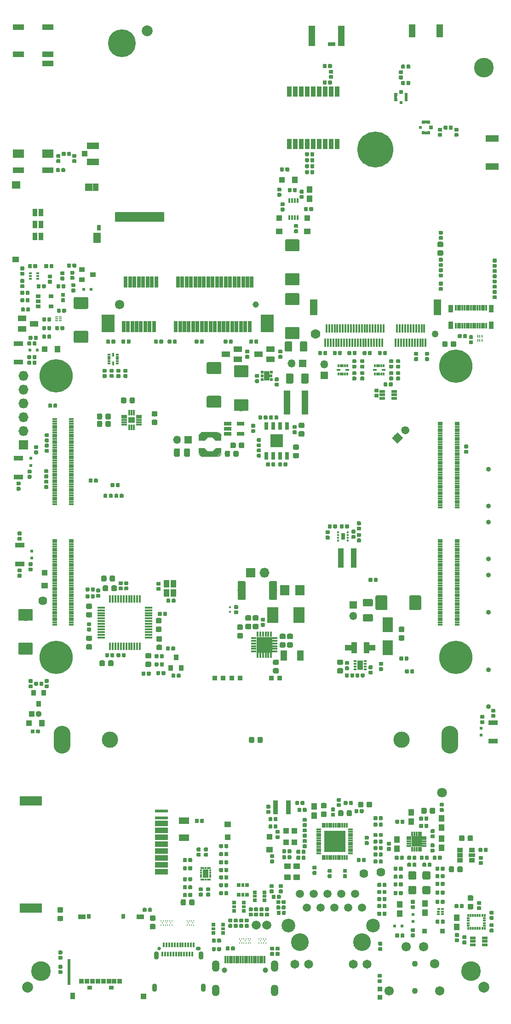
<source format=gbr>
G04 #@! TF.GenerationSoftware,KiCad,Pcbnew,5.0.0*
G04 #@! TF.CreationDate,2018-09-21T22:49:18-04:00*
G04 #@! TF.ProjectId,dvk-mx8m-bsb,64766B2D6D78386D2D6273622E6B6963,v0.1.2*
G04 #@! TF.SameCoordinates,Original*
G04 #@! TF.FileFunction,Soldermask,Top*
G04 #@! TF.FilePolarity,Negative*
%FSLAX46Y46*%
G04 Gerber Fmt 4.6, Leading zero omitted, Abs format (unit mm)*
G04 Created by KiCad (PCBNEW 5.0.0) date Fri Sep 21 22:49:18 2018*
%MOMM*%
%LPD*%
G01*
G04 APERTURE LIST*
%ADD10C,0.150000*%
%ADD11C,0.000001*%
%ADD12R,1.150002X3.800002*%
%ADD13R,1.350002X0.750002*%
%ADD14C,0.300000*%
%ADD15R,1.100000X1.500000*%
%ADD16R,0.300000X0.400000*%
%ADD17R,0.400000X0.300000*%
%ADD18C,0.354000*%
%ADD19R,1.200000X1.100000*%
%ADD20R,0.340000X1.000000*%
%ADD21R,1.000000X0.340000*%
%ADD22C,1.800002*%
%ADD23C,3.000002*%
%ADD24O,3.120000X5.120000*%
%ADD25R,1.220000X1.120000*%
%ADD26R,1.520000X1.320000*%
%ADD27R,1.420000X1.870000*%
%ADD28R,0.770000X1.120000*%
%ADD29R,0.920000X1.320000*%
%ADD30R,1.020000X1.320000*%
%ADD31R,1.420000X1.320000*%
%ADD32C,0.784922*%
%ADD33C,0.020000*%
%ADD34C,0.830920*%
%ADD35R,0.975000X1.090000*%
%ADD36R,2.990000X1.070000*%
%ADD37C,2.000000*%
%ADD38C,0.410000*%
%ADD39R,4.010000X4.010000*%
%ADD40R,0.950000X0.330000*%
%ADD41R,0.330000X0.950000*%
%ADD42C,0.325000*%
%ADD43R,0.620000X0.400000*%
%ADD44R,0.590000X0.400000*%
%ADD45C,0.420000*%
%ADD46R,0.570000X0.490000*%
%ADD47R,1.620000X0.490000*%
%ADD48R,1.020000X1.790000*%
%ADD49C,0.440000*%
%ADD50O,0.420000X0.520000*%
%ADD51R,0.420000X0.780000*%
%ADD52R,0.780000X0.420000*%
%ADD53O,0.520000X0.420000*%
%ADD54R,2.840000X2.840000*%
%ADD55C,6.120000*%
%ADD56C,1.720000*%
%ADD57C,1.100002*%
%ADD58R,0.820000X1.320000*%
%ADD59R,0.350000X1.040000*%
%ADD60C,3.620000*%
%ADD61C,0.710000*%
%ADD62R,0.440000X0.560000*%
%ADD63R,0.560000X0.440000*%
%ADD64R,0.550000X0.430000*%
%ADD65R,0.350000X1.320000*%
%ADD66C,1.000002*%
%ADD67O,1.370000X2.120000*%
%ADD68O,0.920000X1.520000*%
%ADD69O,0.950002X0.650002*%
%ADD70C,0.650002*%
%ADD71R,0.420000X0.820000*%
%ADD72R,1.320000X2.870000*%
%ADD73C,1.770000*%
%ADD74C,1.270000*%
%ADD75R,0.420000X1.620000*%
%ADD76C,0.900002*%
%ADD77R,2.400002X1.300002*%
%ADD78R,1.300002X2.400002*%
%ADD79R,0.720000X2.120000*%
%ADD80R,2.420000X3.320000*%
%ADD81C,1.170000*%
%ADD82C,0.995000*%
%ADD83R,0.820000X0.870000*%
%ADD84R,0.820000X0.770000*%
%ADD85R,0.865000X1.270000*%
%ADD86R,1.070000X1.020000*%
%ADD87R,0.540000X4.750000*%
%ADD88R,1.320000X0.970000*%
%ADD89R,0.770000X0.870000*%
%ADD90R,1.420000X0.970000*%
%ADD91C,2.195000*%
%ADD92R,1.120000X1.220000*%
%ADD93R,1.020000X1.020000*%
%ADD94R,1.020000X1.220000*%
%ADD95R,1.120000X2.120000*%
%ADD96O,1.470000X1.470000*%
%ADD97R,1.470000X1.470000*%
%ADD98R,1.440000X0.680000*%
%ADD99C,0.400000*%
%ADD100R,1.000000X1.700000*%
%ADD101R,1.870000X2.770000*%
%ADD102C,1.095000*%
%ADD103R,0.700000X1.300000*%
%ADD104R,0.450000X0.350000*%
%ADD105R,1.100000X3.520000*%
%ADD106C,1.470000*%
%ADD107C,1.470000*%
%ADD108C,1.370000*%
%ADD109R,1.520000X1.120000*%
%ADD110R,0.600000X0.520000*%
%ADD111R,0.520000X0.600000*%
%ADD112C,5.120000*%
%ADD113R,1.820000X0.920000*%
%ADD114R,2.000002X1.000002*%
%ADD115R,2.000002X1.500002*%
%ADD116O,1.820000X1.820000*%
%ADD117R,1.820000X1.820000*%
%ADD118C,1.670000*%
%ADD119R,0.820000X1.920000*%
%ADD120R,0.920000X1.920000*%
%ADD121C,0.060002*%
%ADD122C,0.080002*%
%ADD123C,0.040000*%
%ADD124R,0.790000X0.740000*%
%ADD125R,0.500002X0.500002*%
%ADD126R,0.500002X1.580002*%
%ADD127R,0.740000X0.790000*%
%ADD128R,1.580002X0.500002*%
%ADD129R,4.120000X1.820000*%
%ADD130R,2.420000X0.620000*%
%ADD131R,2.420000X1.120000*%
%ADD132C,1.520000*%
%ADD133C,2.520000*%
%ADD134C,1.650000*%
%ADD135C,3.260002*%
%ADD136R,1.420000X0.370000*%
%ADD137R,0.370000X1.420000*%
%ADD138C,6.620000*%
%ADD139R,0.970000X2.620000*%
%ADD140R,1.120000X1.320000*%
%ADD141R,1.020000X1.120000*%
%ADD142R,1.220000X1.020000*%
%ADD143R,0.920000X0.920000*%
%ADD144R,2.320000X1.170000*%
%ADD145R,1.050002X1.000002*%
%ADD146R,1.250000X1.250000*%
%ADD147R,0.800000X1.400000*%
%ADD148R,0.350000X0.460000*%
%ADD149R,1.720000X1.920000*%
%ADD150C,1.120000*%
%ADD151R,1.120000X1.120000*%
%ADD152R,2.025000X2.910000*%
%ADD153R,1.300000X4.520000*%
%ADD154R,0.700000X0.700000*%
%ADD155R,0.700000X0.500000*%
%ADD156R,0.500000X0.700000*%
%ADD157R,0.250000X0.600000*%
%ADD158R,1.000000X0.500000*%
%ADD159R,0.345000X0.775000*%
%ADD160R,0.625000X0.345000*%
%ADD161R,0.625000X0.445000*%
%ADD162R,0.570000X0.420000*%
%ADD163R,0.900000X0.650000*%
%ADD164R,0.600000X0.250000*%
%ADD165R,1.180000X0.770000*%
%ADD166R,1.120000X0.820000*%
%ADD167R,0.775000X0.345000*%
%ADD168R,0.345000X0.625000*%
%ADD169R,0.445000X0.625000*%
%ADD170R,0.820000X0.320000*%
%ADD171R,0.970000X0.970000*%
%ADD172R,1.870000X1.220000*%
%ADD173R,1.220000X1.870000*%
%ADD174R,0.890000X0.400000*%
%ADD175R,0.400000X0.890000*%
%ADD176R,1.930000X1.930000*%
%ADD177R,0.920000X1.020000*%
%ADD178R,1.020000X0.920000*%
%ADD179C,1.620000*%
%ADD180R,0.400000X0.900000*%
G04 APERTURE END LIST*
D10*
G36*
X79125000Y-93475000D02*
X79125000Y-95075000D01*
X88025000Y-95075000D01*
X88025000Y-93475000D01*
X79125000Y-93475000D01*
G37*
X79125000Y-93475000D02*
X79125000Y-95075000D01*
X88025000Y-95075000D01*
X88025000Y-93475000D01*
X79125000Y-93475000D01*
D11*
G04 #@! TO.C,L404*
G36*
X95479000Y-135470000D02*
X95480000Y-135470000D01*
X96060000Y-134890000D01*
X96060000Y-134889000D01*
X95872000Y-134889000D01*
X95479000Y-135273000D01*
X95479000Y-135470000D01*
G37*
X95479000Y-135470000D02*
X95480000Y-135470000D01*
X96060000Y-134890000D01*
X96060000Y-134889000D01*
X95872000Y-134889000D01*
X95479000Y-135273000D01*
X95479000Y-135470000D01*
G36*
X98595000Y-137859000D02*
X98595000Y-137860000D01*
X98045000Y-138420000D01*
X98044000Y-138420000D01*
X98044000Y-138218000D01*
X98397000Y-137859000D01*
X98595000Y-137859000D01*
G37*
X98595000Y-137859000D02*
X98595000Y-137860000D01*
X98045000Y-138420000D01*
X98044000Y-138420000D01*
X98044000Y-138218000D01*
X98397000Y-137859000D01*
X98595000Y-137859000D01*
G36*
X95056000Y-138420000D02*
X95055000Y-138420000D01*
X94505000Y-137860000D01*
X94505000Y-137859000D01*
X94704000Y-137859000D01*
X95056000Y-138218000D01*
X95056000Y-138420000D01*
G37*
X95056000Y-138420000D02*
X95055000Y-138420000D01*
X94505000Y-137860000D01*
X94505000Y-137859000D01*
X94704000Y-137859000D01*
X95056000Y-138218000D01*
X95056000Y-138420000D01*
G36*
X95479000Y-136770000D02*
X95480000Y-136770000D01*
X96060000Y-137350000D01*
X96060000Y-137351000D01*
X95872000Y-137351000D01*
X95479000Y-136968000D01*
X95479000Y-136770000D01*
G37*
X95479000Y-136770000D02*
X95480000Y-136770000D01*
X96060000Y-137350000D01*
X96060000Y-137351000D01*
X95872000Y-137351000D01*
X95479000Y-136968000D01*
X95479000Y-136770000D01*
G36*
X97621000Y-136770000D02*
X97620000Y-136770000D01*
X97040000Y-137350000D01*
X97040000Y-137351000D01*
X97228000Y-137351000D01*
X97621000Y-136968000D01*
X97621000Y-136770000D01*
G37*
X97621000Y-136770000D02*
X97620000Y-136770000D01*
X97040000Y-137350000D01*
X97040000Y-137351000D01*
X97228000Y-137351000D01*
X97621000Y-136968000D01*
X97621000Y-136770000D01*
G36*
X94505000Y-134381000D02*
X94505000Y-134380000D01*
X95055000Y-133820000D01*
X95056000Y-133820000D01*
X95056000Y-134022000D01*
X94703000Y-134381000D01*
X94505000Y-134381000D01*
G37*
X94505000Y-134381000D02*
X94505000Y-134380000D01*
X95055000Y-133820000D01*
X95056000Y-133820000D01*
X95056000Y-134022000D01*
X94703000Y-134381000D01*
X94505000Y-134381000D01*
G36*
X97621000Y-135470000D02*
X97620000Y-135470000D01*
X97040000Y-134890000D01*
X97040000Y-134889000D01*
X97229000Y-134889000D01*
X97621000Y-135272000D01*
X97621000Y-135470000D01*
G37*
X97621000Y-135470000D02*
X97620000Y-135470000D01*
X97040000Y-134890000D01*
X97040000Y-134889000D01*
X97229000Y-134889000D01*
X97621000Y-135272000D01*
X97621000Y-135470000D01*
G36*
X98595000Y-134381000D02*
X98595000Y-134380000D01*
X98045000Y-133820000D01*
X98044000Y-133820000D01*
X98044000Y-134023000D01*
X98397000Y-134381000D01*
X98595000Y-134381000D01*
G37*
X98595000Y-134381000D02*
X98595000Y-134380000D01*
X98045000Y-133820000D01*
X98044000Y-133820000D01*
X98044000Y-134023000D01*
X98397000Y-134381000D01*
X98595000Y-134381000D01*
G04 #@! TD*
D12*
G04 #@! TO.C,AE2301*
X115275000Y-60900000D03*
X120725000Y-60900000D03*
D13*
X118925000Y-62425000D03*
G04 #@! TD*
D14*
G04 #@! TO.C,U202*
X95750000Y-215585000D03*
X95750000Y-214685000D03*
D15*
X95750000Y-215135000D03*
D16*
X94950000Y-216185000D03*
X95750000Y-216185000D03*
X95350000Y-216185000D03*
X96150000Y-216185000D03*
X96550000Y-216185000D03*
X94950000Y-214085000D03*
X95350000Y-214085000D03*
X95750000Y-214085000D03*
X96150000Y-214085000D03*
X96550000Y-214085000D03*
D17*
X96600000Y-214535000D03*
X96600000Y-214935000D03*
X96600000Y-215335000D03*
X96600000Y-215735000D03*
X94900000Y-215735000D03*
X94900000Y-215335000D03*
X94900000Y-214935000D03*
X94900000Y-214535000D03*
G04 #@! TD*
D18*
G04 #@! TO.C,U201*
X82400000Y-131840000D03*
X81800000Y-131440000D03*
D19*
X82100000Y-131640000D03*
D20*
X81700000Y-130290000D03*
X82100000Y-130290000D03*
X82500000Y-130290000D03*
D21*
X83450000Y-130840000D03*
X83450000Y-131240000D03*
X83450000Y-131640000D03*
X83450000Y-132040000D03*
X83450000Y-132440000D03*
D20*
X82500000Y-132990000D03*
X82100000Y-132990000D03*
X81700000Y-132990000D03*
D21*
X80750000Y-132440000D03*
X80750000Y-132040000D03*
X80750000Y-131640000D03*
X80750000Y-131240000D03*
X80750000Y-130840000D03*
G04 #@! TD*
D22*
G04 #@! TO.C,BT301*
X139250000Y-200200000D03*
D23*
X78150000Y-190500000D03*
X131850000Y-190500000D03*
D24*
X140700000Y-190500000D03*
X69300000Y-190500000D03*
G04 #@! TD*
D25*
G04 #@! TO.C,J1503*
X60750000Y-102100000D03*
D26*
X60900000Y-88400000D03*
D27*
X75750000Y-98070000D03*
D28*
X76075000Y-96200000D03*
D29*
X65410000Y-93480000D03*
X65410000Y-95670000D03*
X65410000Y-97860000D03*
X64310000Y-93480000D03*
X64310000Y-95670000D03*
X64310000Y-97860000D03*
D30*
X75500000Y-88800000D03*
D31*
X74250000Y-88800000D03*
G04 #@! TD*
D32*
G04 #@! TO.C,L404*
X97940000Y-134475000D03*
D33*
G36*
X97384997Y-134470157D02*
X97944843Y-133919997D01*
X98495003Y-134479843D01*
X97935157Y-135030003D01*
X97384997Y-134470157D01*
X97384997Y-134470157D01*
G37*
D34*
X95387500Y-137457500D03*
D33*
G36*
X94799995Y-137464678D02*
X95380322Y-136869995D01*
X95975005Y-137450322D01*
X95394678Y-138045005D01*
X94799995Y-137464678D01*
X94799995Y-137464678D01*
G37*
D34*
X97712750Y-137457450D03*
D33*
G36*
X97719928Y-136869945D02*
X98300255Y-137464628D01*
X97705572Y-138044955D01*
X97125245Y-137450272D01*
X97719928Y-136869945D01*
X97719928Y-136869945D01*
G37*
D34*
X95387500Y-134782500D03*
D33*
G36*
X95394678Y-134194995D02*
X95975005Y-134789678D01*
X95380322Y-135370005D01*
X94799995Y-134775322D01*
X95394678Y-134194995D01*
X95394678Y-134194995D01*
G37*
D34*
X97712750Y-134782500D03*
D33*
G36*
X97125245Y-134789678D02*
X97705572Y-134194995D01*
X98300255Y-134775322D01*
X97719928Y-135370005D01*
X97125245Y-134789678D01*
X97125245Y-134789678D01*
G37*
D32*
X95160000Y-137765000D03*
D33*
G36*
X94604997Y-137760157D02*
X95164843Y-137209997D01*
X95715003Y-137769843D01*
X95155157Y-138320003D01*
X94604997Y-137760157D01*
X94604997Y-137760157D01*
G37*
D32*
X97940000Y-137765000D03*
D33*
G36*
X97935157Y-137209997D02*
X98495003Y-137760157D01*
X97944843Y-138320003D01*
X97384997Y-137769843D01*
X97935157Y-137209997D01*
X97935157Y-137209997D01*
G37*
D32*
X95160000Y-134475000D03*
D33*
G36*
X95155157Y-133919997D02*
X95715003Y-134470157D01*
X95164843Y-135030003D01*
X94604997Y-134479843D01*
X95155157Y-133919997D01*
X95155157Y-133919997D01*
G37*
D32*
X97940000Y-134475000D03*
D33*
G36*
X97384997Y-134470157D02*
X97944843Y-133919997D01*
X98495003Y-134479843D01*
X97935157Y-135030003D01*
X97384997Y-134470157D01*
X97384997Y-134470157D01*
G37*
D35*
X94992500Y-137315000D03*
X98107500Y-137315000D03*
X94992500Y-134925000D03*
X98107500Y-134925000D03*
D36*
X96550000Y-137885000D03*
X96550000Y-134355000D03*
G04 #@! TD*
D37*
G04 #@! TO.C,FID101*
X85000000Y-60000000D03*
G04 #@! TD*
G04 #@! TO.C,FID103*
X147000000Y-236000000D03*
G04 #@! TD*
G04 #@! TO.C,FID102*
X63000000Y-236000000D03*
G04 #@! TD*
D38*
G04 #@! TO.C,U1701*
X120000000Y-208700000D03*
X120000000Y-209700000D03*
X119000000Y-209700000D03*
X118000000Y-209700000D03*
X118000000Y-210700000D03*
X119000000Y-210700000D03*
X120000000Y-210700000D03*
X121000000Y-210700000D03*
X121000000Y-209700000D03*
X121000000Y-208700000D03*
X121000000Y-207700000D03*
X120000000Y-207700000D03*
X119000000Y-207700000D03*
X118000000Y-207700000D03*
X118000000Y-208700000D03*
X119000000Y-208700000D03*
D39*
X119500000Y-209200000D03*
D40*
X122445000Y-207000000D03*
X122445000Y-207400000D03*
X122445000Y-207800000D03*
X122445000Y-208200000D03*
X122445000Y-208600000D03*
X122445000Y-209000000D03*
X122445000Y-209400000D03*
X122445000Y-209800000D03*
X122445000Y-210200000D03*
X122445000Y-210600000D03*
X122445000Y-211000000D03*
X122445000Y-211400000D03*
X116555000Y-211400000D03*
X116555000Y-211000000D03*
X116555000Y-210600000D03*
X116555000Y-210200000D03*
X116555000Y-209800000D03*
X116555000Y-209400000D03*
X116555000Y-209000000D03*
X116555000Y-208600000D03*
X116555000Y-208200000D03*
X116555000Y-207800000D03*
X116555000Y-207400000D03*
X116555000Y-207000000D03*
D41*
X117300000Y-206255000D03*
X117700000Y-206255000D03*
X118100000Y-206255000D03*
X118500000Y-206255000D03*
X118900000Y-206255000D03*
X119300000Y-206255000D03*
X119700000Y-206255000D03*
X120100000Y-206255000D03*
X120500000Y-206255000D03*
X120900000Y-206255000D03*
X121300000Y-206255000D03*
X121700000Y-206255000D03*
X121700000Y-212145000D03*
X121300000Y-212145000D03*
X120900000Y-212145000D03*
X120500000Y-212145000D03*
X120100000Y-212145000D03*
X119700000Y-212145000D03*
X119300000Y-212145000D03*
X118900000Y-212145000D03*
X118500000Y-212145000D03*
X118100000Y-212145000D03*
X117700000Y-212145000D03*
X117300000Y-212145000D03*
G04 #@! TD*
D42*
G04 #@! TO.C,U205*
X92750000Y-223800000D03*
X93150000Y-223800000D03*
X93550000Y-223800000D03*
X92350000Y-223800000D03*
X92350000Y-224600000D03*
X92750000Y-224600000D03*
X93150000Y-224600000D03*
X93550000Y-224600000D03*
X93350000Y-224200000D03*
X92550000Y-224200000D03*
G04 #@! TD*
G04 #@! TO.C,U204*
X87950000Y-223800000D03*
X87550000Y-224600000D03*
X87950000Y-224600000D03*
X87750000Y-224200000D03*
X87550000Y-223800000D03*
X88750000Y-223800000D03*
X89150000Y-223800000D03*
X89550000Y-223800000D03*
X88350000Y-223800000D03*
X88350000Y-224600000D03*
X88750000Y-224600000D03*
X89150000Y-224600000D03*
X89550000Y-224600000D03*
X89350000Y-224200000D03*
X88550000Y-224200000D03*
G04 #@! TD*
G04 #@! TO.C,U1902*
X106000000Y-227100000D03*
X106400000Y-227100000D03*
X106800000Y-227100000D03*
X105600000Y-227100000D03*
X105600000Y-227900000D03*
X106000000Y-227900000D03*
X106400000Y-227900000D03*
X106800000Y-227900000D03*
X106600000Y-227500000D03*
X105800000Y-227500000D03*
G04 #@! TD*
G04 #@! TO.C,U1901*
X102400000Y-227100000D03*
X102000000Y-227900000D03*
X102400000Y-227900000D03*
X102200000Y-227500000D03*
X102000000Y-227100000D03*
X103200000Y-227100000D03*
X103600000Y-227100000D03*
X104000000Y-227100000D03*
X102800000Y-227100000D03*
X102800000Y-227900000D03*
X103200000Y-227900000D03*
X103600000Y-227900000D03*
X104000000Y-227900000D03*
X103800000Y-227500000D03*
X103000000Y-227500000D03*
G04 #@! TD*
D43*
G04 #@! TO.C,U1603*
X138640000Y-221600000D03*
D44*
X138625000Y-222100000D03*
X138625000Y-222600000D03*
X139375000Y-222600000D03*
X139375000Y-222100000D03*
X139375000Y-221600000D03*
G04 #@! TD*
D45*
G04 #@! TO.C,U404*
X107000000Y-123500000D03*
D46*
X106175000Y-124150000D03*
X106175000Y-122850000D03*
X107825000Y-122850000D03*
X106175000Y-123500000D03*
X107825000Y-124150000D03*
D47*
X107300000Y-123500000D03*
D48*
X107000000Y-123500000D03*
G04 #@! TD*
D49*
G04 #@! TO.C,U301*
X106550000Y-173900000D03*
X106550000Y-173000000D03*
X106550000Y-172100000D03*
X107450000Y-172100000D03*
X107450000Y-173000000D03*
X107450000Y-173900000D03*
X105650000Y-173900000D03*
X105650000Y-173000000D03*
X105650000Y-172100000D03*
D50*
X107300000Y-171260000D03*
X106800000Y-171260000D03*
X106300000Y-171260000D03*
D51*
X107800000Y-170920000D03*
X107300000Y-170920000D03*
D50*
X107800000Y-171260000D03*
D51*
X106800000Y-170920000D03*
X106300000Y-170920000D03*
X105800000Y-170920000D03*
D50*
X105300000Y-171260000D03*
D51*
X105300000Y-170920000D03*
D50*
X105800000Y-171260000D03*
D52*
X108630000Y-173250000D03*
X108630000Y-174250000D03*
D53*
X108290000Y-174250000D03*
X108290000Y-173750000D03*
X108290000Y-173250000D03*
D52*
X108630000Y-173750000D03*
D53*
X108290000Y-172750000D03*
D52*
X108630000Y-172750000D03*
X108630000Y-172250000D03*
D53*
X108290000Y-171750000D03*
D52*
X108630000Y-171750000D03*
D53*
X108290000Y-172250000D03*
D52*
X104470000Y-174250000D03*
D53*
X104810000Y-174250000D03*
D52*
X104470000Y-173750000D03*
D53*
X104810000Y-173750000D03*
D52*
X104470000Y-173250000D03*
D53*
X104810000Y-173250000D03*
D52*
X104470000Y-172750000D03*
D53*
X104810000Y-172750000D03*
D52*
X104470000Y-172250000D03*
D53*
X104810000Y-172250000D03*
X104810000Y-171750000D03*
D52*
X104470000Y-171750000D03*
D54*
X106550000Y-173000000D03*
D51*
X105300000Y-175080000D03*
D50*
X105300000Y-174740000D03*
X105800000Y-174740000D03*
D51*
X105800000Y-175080000D03*
D50*
X106300000Y-174740000D03*
D51*
X106300000Y-175080000D03*
D50*
X106800000Y-174740000D03*
D51*
X106800000Y-175080000D03*
D50*
X107300000Y-174740000D03*
D51*
X107300000Y-175080000D03*
D50*
X107800000Y-174740000D03*
D51*
X107800000Y-175080000D03*
G04 #@! TD*
D55*
G04 #@! TO.C,MOD101*
X68200000Y-123500000D03*
X68200000Y-175300000D03*
X141800000Y-121700000D03*
X141800000Y-175300000D03*
G04 #@! TD*
D56*
G04 #@! TO.C,J1601*
X132700000Y-228575000D03*
X135900000Y-228575000D03*
X137900000Y-231675000D03*
X138800000Y-236675000D03*
X129500000Y-236675000D03*
D57*
X134300000Y-231675000D03*
X134300000Y-236675000D03*
G04 #@! TD*
D58*
G04 #@! TO.C,J1301*
X148300000Y-114150000D03*
X148300000Y-111150000D03*
X140900000Y-114150000D03*
X140900000Y-111150000D03*
D59*
X147000000Y-114290000D03*
X147400000Y-114290000D03*
X146600000Y-114290000D03*
X146200000Y-114290000D03*
X145800000Y-114290000D03*
X141800000Y-114290000D03*
X143000000Y-114290000D03*
X142600000Y-114290000D03*
X143400000Y-114290000D03*
X142200000Y-114290000D03*
X145400000Y-114290000D03*
X145000000Y-114290000D03*
X144600000Y-114290000D03*
X144200000Y-114290000D03*
X143800000Y-114290000D03*
X147000000Y-111010000D03*
X147400000Y-111010000D03*
X146600000Y-111010000D03*
X146200000Y-111010000D03*
X141800000Y-111010000D03*
X142200000Y-111010000D03*
X142600000Y-111010000D03*
X143000000Y-111010000D03*
X145800000Y-111010000D03*
X145400000Y-111010000D03*
X145000000Y-111010000D03*
X144600000Y-111010000D03*
X144200000Y-111010000D03*
X143800000Y-111010000D03*
X143400000Y-111010000D03*
G04 #@! TD*
D60*
G04 #@! TO.C,MNT102*
X147000000Y-66750000D03*
G04 #@! TD*
G04 #@! TO.C,MNT101*
X65400000Y-233100000D03*
G04 #@! TD*
G04 #@! TO.C,MNT103*
X144600000Y-233100000D03*
G04 #@! TD*
D33*
G04 #@! TO.C,R408*
G36*
X124169898Y-152460855D02*
X124187129Y-152463411D01*
X124204026Y-152467643D01*
X124220426Y-152473511D01*
X124236173Y-152480959D01*
X124251114Y-152489914D01*
X124265105Y-152500291D01*
X124278011Y-152511989D01*
X124289709Y-152524895D01*
X124300086Y-152538886D01*
X124309041Y-152553827D01*
X124316489Y-152569574D01*
X124322357Y-152585974D01*
X124326589Y-152602871D01*
X124329145Y-152620102D01*
X124330000Y-152637500D01*
X124330000Y-152992500D01*
X124329145Y-153009898D01*
X124326589Y-153027129D01*
X124322357Y-153044026D01*
X124316489Y-153060426D01*
X124309041Y-153076173D01*
X124300086Y-153091114D01*
X124289709Y-153105105D01*
X124278011Y-153118011D01*
X124265105Y-153129709D01*
X124251114Y-153140086D01*
X124236173Y-153149041D01*
X124220426Y-153156489D01*
X124204026Y-153162357D01*
X124187129Y-153166589D01*
X124169898Y-153169145D01*
X124152500Y-153170000D01*
X123747500Y-153170000D01*
X123730102Y-153169145D01*
X123712871Y-153166589D01*
X123695974Y-153162357D01*
X123679574Y-153156489D01*
X123663827Y-153149041D01*
X123648886Y-153140086D01*
X123634895Y-153129709D01*
X123621989Y-153118011D01*
X123610291Y-153105105D01*
X123599914Y-153091114D01*
X123590959Y-153076173D01*
X123583511Y-153060426D01*
X123577643Y-153044026D01*
X123573411Y-153027129D01*
X123570855Y-153009898D01*
X123570000Y-152992500D01*
X123570000Y-152637500D01*
X123570855Y-152620102D01*
X123573411Y-152602871D01*
X123577643Y-152585974D01*
X123583511Y-152569574D01*
X123590959Y-152553827D01*
X123599914Y-152538886D01*
X123610291Y-152524895D01*
X123621989Y-152511989D01*
X123634895Y-152500291D01*
X123648886Y-152489914D01*
X123663827Y-152480959D01*
X123679574Y-152473511D01*
X123695974Y-152467643D01*
X123712871Y-152463411D01*
X123730102Y-152460855D01*
X123747500Y-152460000D01*
X124152500Y-152460000D01*
X124169898Y-152460855D01*
X124169898Y-152460855D01*
G37*
D61*
X123950000Y-152815000D03*
D33*
G36*
X124169898Y-153430855D02*
X124187129Y-153433411D01*
X124204026Y-153437643D01*
X124220426Y-153443511D01*
X124236173Y-153450959D01*
X124251114Y-153459914D01*
X124265105Y-153470291D01*
X124278011Y-153481989D01*
X124289709Y-153494895D01*
X124300086Y-153508886D01*
X124309041Y-153523827D01*
X124316489Y-153539574D01*
X124322357Y-153555974D01*
X124326589Y-153572871D01*
X124329145Y-153590102D01*
X124330000Y-153607500D01*
X124330000Y-153962500D01*
X124329145Y-153979898D01*
X124326589Y-153997129D01*
X124322357Y-154014026D01*
X124316489Y-154030426D01*
X124309041Y-154046173D01*
X124300086Y-154061114D01*
X124289709Y-154075105D01*
X124278011Y-154088011D01*
X124265105Y-154099709D01*
X124251114Y-154110086D01*
X124236173Y-154119041D01*
X124220426Y-154126489D01*
X124204026Y-154132357D01*
X124187129Y-154136589D01*
X124169898Y-154139145D01*
X124152500Y-154140000D01*
X123747500Y-154140000D01*
X123730102Y-154139145D01*
X123712871Y-154136589D01*
X123695974Y-154132357D01*
X123679574Y-154126489D01*
X123663827Y-154119041D01*
X123648886Y-154110086D01*
X123634895Y-154099709D01*
X123621989Y-154088011D01*
X123610291Y-154075105D01*
X123599914Y-154061114D01*
X123590959Y-154046173D01*
X123583511Y-154030426D01*
X123577643Y-154014026D01*
X123573411Y-153997129D01*
X123570855Y-153979898D01*
X123570000Y-153962500D01*
X123570000Y-153607500D01*
X123570855Y-153590102D01*
X123573411Y-153572871D01*
X123577643Y-153555974D01*
X123583511Y-153539574D01*
X123590959Y-153523827D01*
X123599914Y-153508886D01*
X123610291Y-153494895D01*
X123621989Y-153481989D01*
X123634895Y-153470291D01*
X123648886Y-153459914D01*
X123663827Y-153450959D01*
X123679574Y-153443511D01*
X123695974Y-153437643D01*
X123712871Y-153433411D01*
X123730102Y-153430855D01*
X123747500Y-153430000D01*
X124152500Y-153430000D01*
X124169898Y-153430855D01*
X124169898Y-153430855D01*
G37*
D61*
X123950000Y-153785000D03*
G04 #@! TD*
D33*
G04 #@! TO.C,R409*
G36*
X119779898Y-150820855D02*
X119797129Y-150823411D01*
X119814026Y-150827643D01*
X119830426Y-150833511D01*
X119846173Y-150840959D01*
X119861114Y-150849914D01*
X119875105Y-150860291D01*
X119888011Y-150871989D01*
X119899709Y-150884895D01*
X119910086Y-150898886D01*
X119919041Y-150913827D01*
X119926489Y-150929574D01*
X119932357Y-150945974D01*
X119936589Y-150962871D01*
X119939145Y-150980102D01*
X119940000Y-150997500D01*
X119940000Y-151402500D01*
X119939145Y-151419898D01*
X119936589Y-151437129D01*
X119932357Y-151454026D01*
X119926489Y-151470426D01*
X119919041Y-151486173D01*
X119910086Y-151501114D01*
X119899709Y-151515105D01*
X119888011Y-151528011D01*
X119875105Y-151539709D01*
X119861114Y-151550086D01*
X119846173Y-151559041D01*
X119830426Y-151566489D01*
X119814026Y-151572357D01*
X119797129Y-151576589D01*
X119779898Y-151579145D01*
X119762500Y-151580000D01*
X119407500Y-151580000D01*
X119390102Y-151579145D01*
X119372871Y-151576589D01*
X119355974Y-151572357D01*
X119339574Y-151566489D01*
X119323827Y-151559041D01*
X119308886Y-151550086D01*
X119294895Y-151539709D01*
X119281989Y-151528011D01*
X119270291Y-151515105D01*
X119259914Y-151501114D01*
X119250959Y-151486173D01*
X119243511Y-151470426D01*
X119237643Y-151454026D01*
X119233411Y-151437129D01*
X119230855Y-151419898D01*
X119230000Y-151402500D01*
X119230000Y-150997500D01*
X119230855Y-150980102D01*
X119233411Y-150962871D01*
X119237643Y-150945974D01*
X119243511Y-150929574D01*
X119250959Y-150913827D01*
X119259914Y-150898886D01*
X119270291Y-150884895D01*
X119281989Y-150871989D01*
X119294895Y-150860291D01*
X119308886Y-150849914D01*
X119323827Y-150840959D01*
X119339574Y-150833511D01*
X119355974Y-150827643D01*
X119372871Y-150823411D01*
X119390102Y-150820855D01*
X119407500Y-150820000D01*
X119762500Y-150820000D01*
X119779898Y-150820855D01*
X119779898Y-150820855D01*
G37*
D61*
X119585000Y-151200000D03*
D33*
G36*
X118809898Y-150820855D02*
X118827129Y-150823411D01*
X118844026Y-150827643D01*
X118860426Y-150833511D01*
X118876173Y-150840959D01*
X118891114Y-150849914D01*
X118905105Y-150860291D01*
X118918011Y-150871989D01*
X118929709Y-150884895D01*
X118940086Y-150898886D01*
X118949041Y-150913827D01*
X118956489Y-150929574D01*
X118962357Y-150945974D01*
X118966589Y-150962871D01*
X118969145Y-150980102D01*
X118970000Y-150997500D01*
X118970000Y-151402500D01*
X118969145Y-151419898D01*
X118966589Y-151437129D01*
X118962357Y-151454026D01*
X118956489Y-151470426D01*
X118949041Y-151486173D01*
X118940086Y-151501114D01*
X118929709Y-151515105D01*
X118918011Y-151528011D01*
X118905105Y-151539709D01*
X118891114Y-151550086D01*
X118876173Y-151559041D01*
X118860426Y-151566489D01*
X118844026Y-151572357D01*
X118827129Y-151576589D01*
X118809898Y-151579145D01*
X118792500Y-151580000D01*
X118437500Y-151580000D01*
X118420102Y-151579145D01*
X118402871Y-151576589D01*
X118385974Y-151572357D01*
X118369574Y-151566489D01*
X118353827Y-151559041D01*
X118338886Y-151550086D01*
X118324895Y-151539709D01*
X118311989Y-151528011D01*
X118300291Y-151515105D01*
X118289914Y-151501114D01*
X118280959Y-151486173D01*
X118273511Y-151470426D01*
X118267643Y-151454026D01*
X118263411Y-151437129D01*
X118260855Y-151419898D01*
X118260000Y-151402500D01*
X118260000Y-150997500D01*
X118260855Y-150980102D01*
X118263411Y-150962871D01*
X118267643Y-150945974D01*
X118273511Y-150929574D01*
X118280959Y-150913827D01*
X118289914Y-150898886D01*
X118300291Y-150884895D01*
X118311989Y-150871989D01*
X118324895Y-150860291D01*
X118338886Y-150849914D01*
X118353827Y-150840959D01*
X118369574Y-150833511D01*
X118385974Y-150827643D01*
X118402871Y-150823411D01*
X118420102Y-150820855D01*
X118437500Y-150820000D01*
X118792500Y-150820000D01*
X118809898Y-150820855D01*
X118809898Y-150820855D01*
G37*
D61*
X118615000Y-151200000D03*
G04 #@! TD*
D33*
G04 #@! TO.C,R404*
G36*
X124169898Y-150295855D02*
X124187129Y-150298411D01*
X124204026Y-150302643D01*
X124220426Y-150308511D01*
X124236173Y-150315959D01*
X124251114Y-150324914D01*
X124265105Y-150335291D01*
X124278011Y-150346989D01*
X124289709Y-150359895D01*
X124300086Y-150373886D01*
X124309041Y-150388827D01*
X124316489Y-150404574D01*
X124322357Y-150420974D01*
X124326589Y-150437871D01*
X124329145Y-150455102D01*
X124330000Y-150472500D01*
X124330000Y-150827500D01*
X124329145Y-150844898D01*
X124326589Y-150862129D01*
X124322357Y-150879026D01*
X124316489Y-150895426D01*
X124309041Y-150911173D01*
X124300086Y-150926114D01*
X124289709Y-150940105D01*
X124278011Y-150953011D01*
X124265105Y-150964709D01*
X124251114Y-150975086D01*
X124236173Y-150984041D01*
X124220426Y-150991489D01*
X124204026Y-150997357D01*
X124187129Y-151001589D01*
X124169898Y-151004145D01*
X124152500Y-151005000D01*
X123747500Y-151005000D01*
X123730102Y-151004145D01*
X123712871Y-151001589D01*
X123695974Y-150997357D01*
X123679574Y-150991489D01*
X123663827Y-150984041D01*
X123648886Y-150975086D01*
X123634895Y-150964709D01*
X123621989Y-150953011D01*
X123610291Y-150940105D01*
X123599914Y-150926114D01*
X123590959Y-150911173D01*
X123583511Y-150895426D01*
X123577643Y-150879026D01*
X123573411Y-150862129D01*
X123570855Y-150844898D01*
X123570000Y-150827500D01*
X123570000Y-150472500D01*
X123570855Y-150455102D01*
X123573411Y-150437871D01*
X123577643Y-150420974D01*
X123583511Y-150404574D01*
X123590959Y-150388827D01*
X123599914Y-150373886D01*
X123610291Y-150359895D01*
X123621989Y-150346989D01*
X123634895Y-150335291D01*
X123648886Y-150324914D01*
X123663827Y-150315959D01*
X123679574Y-150308511D01*
X123695974Y-150302643D01*
X123712871Y-150298411D01*
X123730102Y-150295855D01*
X123747500Y-150295000D01*
X124152500Y-150295000D01*
X124169898Y-150295855D01*
X124169898Y-150295855D01*
G37*
D61*
X123950000Y-150650000D03*
D33*
G36*
X124169898Y-151265855D02*
X124187129Y-151268411D01*
X124204026Y-151272643D01*
X124220426Y-151278511D01*
X124236173Y-151285959D01*
X124251114Y-151294914D01*
X124265105Y-151305291D01*
X124278011Y-151316989D01*
X124289709Y-151329895D01*
X124300086Y-151343886D01*
X124309041Y-151358827D01*
X124316489Y-151374574D01*
X124322357Y-151390974D01*
X124326589Y-151407871D01*
X124329145Y-151425102D01*
X124330000Y-151442500D01*
X124330000Y-151797500D01*
X124329145Y-151814898D01*
X124326589Y-151832129D01*
X124322357Y-151849026D01*
X124316489Y-151865426D01*
X124309041Y-151881173D01*
X124300086Y-151896114D01*
X124289709Y-151910105D01*
X124278011Y-151923011D01*
X124265105Y-151934709D01*
X124251114Y-151945086D01*
X124236173Y-151954041D01*
X124220426Y-151961489D01*
X124204026Y-151967357D01*
X124187129Y-151971589D01*
X124169898Y-151974145D01*
X124152500Y-151975000D01*
X123747500Y-151975000D01*
X123730102Y-151974145D01*
X123712871Y-151971589D01*
X123695974Y-151967357D01*
X123679574Y-151961489D01*
X123663827Y-151954041D01*
X123648886Y-151945086D01*
X123634895Y-151934709D01*
X123621989Y-151923011D01*
X123610291Y-151910105D01*
X123599914Y-151896114D01*
X123590959Y-151881173D01*
X123583511Y-151865426D01*
X123577643Y-151849026D01*
X123573411Y-151832129D01*
X123570855Y-151814898D01*
X123570000Y-151797500D01*
X123570000Y-151442500D01*
X123570855Y-151425102D01*
X123573411Y-151407871D01*
X123577643Y-151390974D01*
X123583511Y-151374574D01*
X123590959Y-151358827D01*
X123599914Y-151343886D01*
X123610291Y-151329895D01*
X123621989Y-151316989D01*
X123634895Y-151305291D01*
X123648886Y-151294914D01*
X123663827Y-151285959D01*
X123679574Y-151278511D01*
X123695974Y-151272643D01*
X123712871Y-151268411D01*
X123730102Y-151265855D01*
X123747500Y-151265000D01*
X124152500Y-151265000D01*
X124169898Y-151265855D01*
X124169898Y-151265855D01*
G37*
D61*
X123950000Y-151620000D03*
G04 #@! TD*
D33*
G04 #@! TO.C,C416*
G36*
X118419898Y-151950855D02*
X118437129Y-151953411D01*
X118454026Y-151957643D01*
X118470426Y-151963511D01*
X118486173Y-151970959D01*
X118501114Y-151979914D01*
X118515105Y-151990291D01*
X118528011Y-152001989D01*
X118539709Y-152014895D01*
X118550086Y-152028886D01*
X118559041Y-152043827D01*
X118566489Y-152059574D01*
X118572357Y-152075974D01*
X118576589Y-152092871D01*
X118579145Y-152110102D01*
X118580000Y-152127500D01*
X118580000Y-152482500D01*
X118579145Y-152499898D01*
X118576589Y-152517129D01*
X118572357Y-152534026D01*
X118566489Y-152550426D01*
X118559041Y-152566173D01*
X118550086Y-152581114D01*
X118539709Y-152595105D01*
X118528011Y-152608011D01*
X118515105Y-152619709D01*
X118501114Y-152630086D01*
X118486173Y-152639041D01*
X118470426Y-152646489D01*
X118454026Y-152652357D01*
X118437129Y-152656589D01*
X118419898Y-152659145D01*
X118402500Y-152660000D01*
X117997500Y-152660000D01*
X117980102Y-152659145D01*
X117962871Y-152656589D01*
X117945974Y-152652357D01*
X117929574Y-152646489D01*
X117913827Y-152639041D01*
X117898886Y-152630086D01*
X117884895Y-152619709D01*
X117871989Y-152608011D01*
X117860291Y-152595105D01*
X117849914Y-152581114D01*
X117840959Y-152566173D01*
X117833511Y-152550426D01*
X117827643Y-152534026D01*
X117823411Y-152517129D01*
X117820855Y-152499898D01*
X117820000Y-152482500D01*
X117820000Y-152127500D01*
X117820855Y-152110102D01*
X117823411Y-152092871D01*
X117827643Y-152075974D01*
X117833511Y-152059574D01*
X117840959Y-152043827D01*
X117849914Y-152028886D01*
X117860291Y-152014895D01*
X117871989Y-152001989D01*
X117884895Y-151990291D01*
X117898886Y-151979914D01*
X117913827Y-151970959D01*
X117929574Y-151963511D01*
X117945974Y-151957643D01*
X117962871Y-151953411D01*
X117980102Y-151950855D01*
X117997500Y-151950000D01*
X118402500Y-151950000D01*
X118419898Y-151950855D01*
X118419898Y-151950855D01*
G37*
D61*
X118200000Y-152305000D03*
D33*
G36*
X118419898Y-152920855D02*
X118437129Y-152923411D01*
X118454026Y-152927643D01*
X118470426Y-152933511D01*
X118486173Y-152940959D01*
X118501114Y-152949914D01*
X118515105Y-152960291D01*
X118528011Y-152971989D01*
X118539709Y-152984895D01*
X118550086Y-152998886D01*
X118559041Y-153013827D01*
X118566489Y-153029574D01*
X118572357Y-153045974D01*
X118576589Y-153062871D01*
X118579145Y-153080102D01*
X118580000Y-153097500D01*
X118580000Y-153452500D01*
X118579145Y-153469898D01*
X118576589Y-153487129D01*
X118572357Y-153504026D01*
X118566489Y-153520426D01*
X118559041Y-153536173D01*
X118550086Y-153551114D01*
X118539709Y-153565105D01*
X118528011Y-153578011D01*
X118515105Y-153589709D01*
X118501114Y-153600086D01*
X118486173Y-153609041D01*
X118470426Y-153616489D01*
X118454026Y-153622357D01*
X118437129Y-153626589D01*
X118419898Y-153629145D01*
X118402500Y-153630000D01*
X117997500Y-153630000D01*
X117980102Y-153629145D01*
X117962871Y-153626589D01*
X117945974Y-153622357D01*
X117929574Y-153616489D01*
X117913827Y-153609041D01*
X117898886Y-153600086D01*
X117884895Y-153589709D01*
X117871989Y-153578011D01*
X117860291Y-153565105D01*
X117849914Y-153551114D01*
X117840959Y-153536173D01*
X117833511Y-153520426D01*
X117827643Y-153504026D01*
X117823411Y-153487129D01*
X117820855Y-153469898D01*
X117820000Y-153452500D01*
X117820000Y-153097500D01*
X117820855Y-153080102D01*
X117823411Y-153062871D01*
X117827643Y-153045974D01*
X117833511Y-153029574D01*
X117840959Y-153013827D01*
X117849914Y-152998886D01*
X117860291Y-152984895D01*
X117871989Y-152971989D01*
X117884895Y-152960291D01*
X117898886Y-152949914D01*
X117913827Y-152940959D01*
X117929574Y-152933511D01*
X117945974Y-152927643D01*
X117962871Y-152923411D01*
X117980102Y-152920855D01*
X117997500Y-152920000D01*
X118402500Y-152920000D01*
X118419898Y-152920855D01*
X118419898Y-152920855D01*
G37*
D61*
X118200000Y-153275000D03*
G04 #@! TD*
D62*
G04 #@! TO.C,U2002*
X147105000Y-225225000D03*
X146675000Y-225225000D03*
X146245000Y-225225000D03*
X145815000Y-225225000D03*
X145385000Y-225225000D03*
X144955000Y-225225000D03*
X144525000Y-225225000D03*
X144095000Y-225225000D03*
X147105000Y-222775000D03*
X146675000Y-222775000D03*
X146245000Y-222775000D03*
X145815000Y-222775000D03*
X145385000Y-222775000D03*
X144955000Y-222775000D03*
X144525000Y-222775000D03*
D63*
X147075000Y-224645000D03*
X144125000Y-224645000D03*
X147075000Y-224215000D03*
X144125000Y-224215000D03*
D64*
X147075000Y-223785000D03*
D63*
X144125000Y-223785000D03*
X147075000Y-223355000D03*
X144125000Y-223355000D03*
D62*
X144095000Y-222775000D03*
G04 #@! TD*
D65*
G04 #@! TO.C,J1901*
X99400000Y-230975000D03*
X99800000Y-230975000D03*
X100200000Y-230975000D03*
X100600000Y-230975000D03*
X101000000Y-230975000D03*
X101400000Y-230975000D03*
X101800000Y-230975000D03*
X102200000Y-230975000D03*
X102600000Y-230975000D03*
X106600000Y-230975000D03*
X106200000Y-230975000D03*
X105800000Y-230975000D03*
X105400000Y-230975000D03*
X105000000Y-230975000D03*
X104600000Y-230975000D03*
X104200000Y-230975000D03*
X103800000Y-230975000D03*
X103400000Y-230975000D03*
X103000000Y-230975000D03*
D66*
X106750000Y-232925000D03*
X99250000Y-232925000D03*
D67*
X97575000Y-236625000D03*
X108425000Y-236625000D03*
X108425000Y-232125000D03*
X97575000Y-232125000D03*
G04 #@! TD*
D68*
G04 #@! TO.C,J201*
X95290000Y-236100000D03*
X86670000Y-230150000D03*
X86310000Y-236100000D03*
X94930000Y-230150000D03*
D69*
X94400000Y-228900000D03*
D70*
X87200000Y-228900000D03*
D71*
X93550000Y-228240000D03*
X93050000Y-228240000D03*
X92550000Y-228240000D03*
X92050000Y-228240000D03*
X91550000Y-228240000D03*
X91050000Y-228240000D03*
X90550000Y-228240000D03*
X90050000Y-228240000D03*
X89550000Y-228240000D03*
X89050000Y-228240000D03*
X88550000Y-228240000D03*
X88050000Y-228240000D03*
X90300000Y-229940000D03*
X89800000Y-229940000D03*
X89300000Y-229940000D03*
X88300000Y-229940000D03*
X88800000Y-229940000D03*
X87800000Y-229940000D03*
X93300000Y-229940000D03*
X92800000Y-229940000D03*
X92300000Y-229940000D03*
X91800000Y-229940000D03*
X91300000Y-229940000D03*
X90800000Y-229940000D03*
G04 #@! TD*
D72*
G04 #@! TO.C,J1803*
X115615000Y-110870000D03*
X138385000Y-110870000D03*
D73*
X116000000Y-115840000D03*
D74*
X138000000Y-115840000D03*
D75*
X117750000Y-117390000D03*
X118000000Y-114750000D03*
X118250000Y-117390000D03*
X118500000Y-114750000D03*
X118750000Y-117390000D03*
X119000000Y-114750000D03*
X119250000Y-117390000D03*
X119500000Y-114750000D03*
X119750000Y-117390000D03*
X120000000Y-114750000D03*
X120250000Y-117390000D03*
X120500000Y-114750000D03*
X120750000Y-117390000D03*
X121000000Y-114750000D03*
X121250000Y-117390000D03*
X121500000Y-114750000D03*
X121750000Y-117390000D03*
X122000000Y-114750000D03*
X122250000Y-117390000D03*
X122500000Y-114750000D03*
X122750000Y-117390000D03*
X123000000Y-114750000D03*
X123250000Y-117390000D03*
X123500000Y-114750000D03*
X123750000Y-117390000D03*
X124000000Y-114750000D03*
X124250000Y-117390000D03*
X124500000Y-114750000D03*
X124750000Y-117390000D03*
X125000000Y-114750000D03*
X125250000Y-117390000D03*
X125500000Y-114750000D03*
X125750000Y-117390000D03*
X126000000Y-114750000D03*
X126250000Y-117390000D03*
X126500000Y-114750000D03*
X126750000Y-117390000D03*
X127000000Y-114750000D03*
X127250000Y-117390000D03*
X127500000Y-114750000D03*
X127750000Y-117390000D03*
X128000000Y-114750000D03*
X128250000Y-117390000D03*
X128500000Y-114750000D03*
X130750000Y-117390000D03*
X131000000Y-114750000D03*
X131250000Y-117390000D03*
X131500000Y-114750000D03*
X131750000Y-117390000D03*
X132000000Y-114750000D03*
X132250000Y-117390000D03*
X132500000Y-114750000D03*
X132750000Y-117390000D03*
X133000000Y-114750000D03*
X133250000Y-117390000D03*
X133500000Y-114750000D03*
X133750000Y-117390000D03*
X134000000Y-114750000D03*
X134250000Y-117390000D03*
X134500000Y-114750000D03*
X134750000Y-117390000D03*
X135000000Y-114750000D03*
X135250000Y-117390000D03*
X135500000Y-114750000D03*
X135750000Y-117390000D03*
X136000000Y-114750000D03*
X136250000Y-117390000D03*
G04 #@! TD*
D76*
G04 #@! TO.C,SW501*
X147845000Y-184400000D03*
X147845000Y-177600000D03*
G04 #@! TD*
G04 #@! TO.C,SW1301*
X147845000Y-167000000D03*
X147845000Y-160200000D03*
G04 #@! TD*
G04 #@! TO.C,SW1501*
X147845000Y-157200000D03*
X147845000Y-150400000D03*
G04 #@! TD*
G04 #@! TO.C,SW1801*
X147845000Y-147500000D03*
X147845000Y-140700000D03*
G04 #@! TD*
D77*
G04 #@! TO.C,AE1802*
X148500000Y-79850000D03*
X148500000Y-84950000D03*
G04 #@! TD*
D78*
G04 #@! TO.C,AE1801*
X133750000Y-60000000D03*
X138850000Y-60000000D03*
G04 #@! TD*
D79*
G04 #@! TO.C,J1502*
X104250000Y-106250000D03*
X103850000Y-114450000D03*
X103450000Y-106250000D03*
X103050000Y-114450000D03*
X102650000Y-106250000D03*
X102250000Y-114450000D03*
X101850000Y-106250000D03*
X101450000Y-114450000D03*
X101050000Y-106250000D03*
X100650000Y-114450000D03*
X100250000Y-106250000D03*
X99850000Y-114450000D03*
X99450000Y-106250000D03*
X99050000Y-114450000D03*
X98650000Y-106250000D03*
X98250000Y-114450000D03*
X97850000Y-106250000D03*
X97450000Y-114450000D03*
X97050000Y-106250000D03*
X96650000Y-114450000D03*
X96250000Y-106250000D03*
X95850000Y-114450000D03*
X95450000Y-106250000D03*
X95050000Y-114450000D03*
X94650000Y-106250000D03*
X94250000Y-114450000D03*
X93850000Y-106250000D03*
X93450000Y-114450000D03*
X93050000Y-106250000D03*
X92650000Y-114450000D03*
X92250000Y-106250000D03*
X91850000Y-114450000D03*
X91450000Y-106250000D03*
X91050000Y-114450000D03*
X90650000Y-106250000D03*
X90250000Y-114450000D03*
X86650000Y-106250000D03*
X86250000Y-114450000D03*
X85850000Y-106250000D03*
X85450000Y-114450000D03*
X85050000Y-106250000D03*
X84650000Y-114450000D03*
X84250000Y-106250000D03*
X83850000Y-114450000D03*
X83450000Y-106250000D03*
X83050000Y-114450000D03*
X82650000Y-106250000D03*
X82250000Y-114450000D03*
X81850000Y-106250000D03*
X81450000Y-114450000D03*
X81050000Y-106250000D03*
X80650000Y-114450000D03*
D80*
X107100000Y-113850000D03*
X77800000Y-113850000D03*
D56*
X79950000Y-110350000D03*
D81*
X104950000Y-110350000D03*
G04 #@! TD*
D33*
G04 #@! TO.C,C301*
G36*
X102395632Y-169266198D02*
X102419779Y-169269780D01*
X102443458Y-169275711D01*
X102466443Y-169283935D01*
X102488510Y-169294372D01*
X102509448Y-169306922D01*
X102529055Y-169321464D01*
X102547143Y-169337857D01*
X102563536Y-169355945D01*
X102578078Y-169375552D01*
X102590628Y-169396490D01*
X102601065Y-169418557D01*
X102609289Y-169441542D01*
X102615220Y-169465221D01*
X102618802Y-169489368D01*
X102620000Y-169513750D01*
X102620000Y-170011250D01*
X102618802Y-170035632D01*
X102615220Y-170059779D01*
X102609289Y-170083458D01*
X102601065Y-170106443D01*
X102590628Y-170128510D01*
X102578078Y-170149448D01*
X102563536Y-170169055D01*
X102547143Y-170187143D01*
X102529055Y-170203536D01*
X102509448Y-170218078D01*
X102488510Y-170230628D01*
X102466443Y-170241065D01*
X102443458Y-170249289D01*
X102419779Y-170255220D01*
X102395632Y-170258802D01*
X102371250Y-170260000D01*
X101798750Y-170260000D01*
X101774368Y-170258802D01*
X101750221Y-170255220D01*
X101726542Y-170249289D01*
X101703557Y-170241065D01*
X101681490Y-170230628D01*
X101660552Y-170218078D01*
X101640945Y-170203536D01*
X101622857Y-170187143D01*
X101606464Y-170169055D01*
X101591922Y-170149448D01*
X101579372Y-170128510D01*
X101568935Y-170106443D01*
X101560711Y-170083458D01*
X101554780Y-170059779D01*
X101551198Y-170035632D01*
X101550000Y-170011250D01*
X101550000Y-169513750D01*
X101551198Y-169489368D01*
X101554780Y-169465221D01*
X101560711Y-169441542D01*
X101568935Y-169418557D01*
X101579372Y-169396490D01*
X101591922Y-169375552D01*
X101606464Y-169355945D01*
X101622857Y-169337857D01*
X101640945Y-169321464D01*
X101660552Y-169306922D01*
X101681490Y-169294372D01*
X101703557Y-169283935D01*
X101726542Y-169275711D01*
X101750221Y-169269780D01*
X101774368Y-169266198D01*
X101798750Y-169265000D01*
X102371250Y-169265000D01*
X102395632Y-169266198D01*
X102395632Y-169266198D01*
G37*
D82*
X102085000Y-169762500D03*
D33*
G36*
X102395632Y-170841198D02*
X102419779Y-170844780D01*
X102443458Y-170850711D01*
X102466443Y-170858935D01*
X102488510Y-170869372D01*
X102509448Y-170881922D01*
X102529055Y-170896464D01*
X102547143Y-170912857D01*
X102563536Y-170930945D01*
X102578078Y-170950552D01*
X102590628Y-170971490D01*
X102601065Y-170993557D01*
X102609289Y-171016542D01*
X102615220Y-171040221D01*
X102618802Y-171064368D01*
X102620000Y-171088750D01*
X102620000Y-171586250D01*
X102618802Y-171610632D01*
X102615220Y-171634779D01*
X102609289Y-171658458D01*
X102601065Y-171681443D01*
X102590628Y-171703510D01*
X102578078Y-171724448D01*
X102563536Y-171744055D01*
X102547143Y-171762143D01*
X102529055Y-171778536D01*
X102509448Y-171793078D01*
X102488510Y-171805628D01*
X102466443Y-171816065D01*
X102443458Y-171824289D01*
X102419779Y-171830220D01*
X102395632Y-171833802D01*
X102371250Y-171835000D01*
X101798750Y-171835000D01*
X101774368Y-171833802D01*
X101750221Y-171830220D01*
X101726542Y-171824289D01*
X101703557Y-171816065D01*
X101681490Y-171805628D01*
X101660552Y-171793078D01*
X101640945Y-171778536D01*
X101622857Y-171762143D01*
X101606464Y-171744055D01*
X101591922Y-171724448D01*
X101579372Y-171703510D01*
X101568935Y-171681443D01*
X101560711Y-171658458D01*
X101554780Y-171634779D01*
X101551198Y-171610632D01*
X101550000Y-171586250D01*
X101550000Y-171088750D01*
X101551198Y-171064368D01*
X101554780Y-171040221D01*
X101560711Y-171016542D01*
X101568935Y-170993557D01*
X101579372Y-170971490D01*
X101591922Y-170950552D01*
X101606464Y-170930945D01*
X101622857Y-170912857D01*
X101640945Y-170896464D01*
X101660552Y-170881922D01*
X101681490Y-170869372D01*
X101703557Y-170858935D01*
X101726542Y-170850711D01*
X101750221Y-170844780D01*
X101774368Y-170841198D01*
X101798750Y-170840000D01*
X102371250Y-170840000D01*
X102395632Y-170841198D01*
X102395632Y-170841198D01*
G37*
D82*
X102085000Y-171337500D03*
G04 #@! TD*
D33*
G04 #@! TO.C,R1719*
G36*
X120504898Y-202167455D02*
X120522129Y-202170011D01*
X120539026Y-202174243D01*
X120555426Y-202180111D01*
X120571173Y-202187559D01*
X120586114Y-202196514D01*
X120600105Y-202206891D01*
X120613011Y-202218589D01*
X120624709Y-202231495D01*
X120635086Y-202245486D01*
X120644041Y-202260427D01*
X120651489Y-202276174D01*
X120657357Y-202292574D01*
X120661589Y-202309471D01*
X120664145Y-202326702D01*
X120665000Y-202344100D01*
X120665000Y-202699100D01*
X120664145Y-202716498D01*
X120661589Y-202733729D01*
X120657357Y-202750626D01*
X120651489Y-202767026D01*
X120644041Y-202782773D01*
X120635086Y-202797714D01*
X120624709Y-202811705D01*
X120613011Y-202824611D01*
X120600105Y-202836309D01*
X120586114Y-202846686D01*
X120571173Y-202855641D01*
X120555426Y-202863089D01*
X120539026Y-202868957D01*
X120522129Y-202873189D01*
X120504898Y-202875745D01*
X120487500Y-202876600D01*
X120082500Y-202876600D01*
X120065102Y-202875745D01*
X120047871Y-202873189D01*
X120030974Y-202868957D01*
X120014574Y-202863089D01*
X119998827Y-202855641D01*
X119983886Y-202846686D01*
X119969895Y-202836309D01*
X119956989Y-202824611D01*
X119945291Y-202811705D01*
X119934914Y-202797714D01*
X119925959Y-202782773D01*
X119918511Y-202767026D01*
X119912643Y-202750626D01*
X119908411Y-202733729D01*
X119905855Y-202716498D01*
X119905000Y-202699100D01*
X119905000Y-202344100D01*
X119905855Y-202326702D01*
X119908411Y-202309471D01*
X119912643Y-202292574D01*
X119918511Y-202276174D01*
X119925959Y-202260427D01*
X119934914Y-202245486D01*
X119945291Y-202231495D01*
X119956989Y-202218589D01*
X119969895Y-202206891D01*
X119983886Y-202196514D01*
X119998827Y-202187559D01*
X120014574Y-202180111D01*
X120030974Y-202174243D01*
X120047871Y-202170011D01*
X120065102Y-202167455D01*
X120082500Y-202166600D01*
X120487500Y-202166600D01*
X120504898Y-202167455D01*
X120504898Y-202167455D01*
G37*
D61*
X120285000Y-202521600D03*
D33*
G36*
X120504898Y-201197455D02*
X120522129Y-201200011D01*
X120539026Y-201204243D01*
X120555426Y-201210111D01*
X120571173Y-201217559D01*
X120586114Y-201226514D01*
X120600105Y-201236891D01*
X120613011Y-201248589D01*
X120624709Y-201261495D01*
X120635086Y-201275486D01*
X120644041Y-201290427D01*
X120651489Y-201306174D01*
X120657357Y-201322574D01*
X120661589Y-201339471D01*
X120664145Y-201356702D01*
X120665000Y-201374100D01*
X120665000Y-201729100D01*
X120664145Y-201746498D01*
X120661589Y-201763729D01*
X120657357Y-201780626D01*
X120651489Y-201797026D01*
X120644041Y-201812773D01*
X120635086Y-201827714D01*
X120624709Y-201841705D01*
X120613011Y-201854611D01*
X120600105Y-201866309D01*
X120586114Y-201876686D01*
X120571173Y-201885641D01*
X120555426Y-201893089D01*
X120539026Y-201898957D01*
X120522129Y-201903189D01*
X120504898Y-201905745D01*
X120487500Y-201906600D01*
X120082500Y-201906600D01*
X120065102Y-201905745D01*
X120047871Y-201903189D01*
X120030974Y-201898957D01*
X120014574Y-201893089D01*
X119998827Y-201885641D01*
X119983886Y-201876686D01*
X119969895Y-201866309D01*
X119956989Y-201854611D01*
X119945291Y-201841705D01*
X119934914Y-201827714D01*
X119925959Y-201812773D01*
X119918511Y-201797026D01*
X119912643Y-201780626D01*
X119908411Y-201763729D01*
X119905855Y-201746498D01*
X119905000Y-201729100D01*
X119905000Y-201374100D01*
X119905855Y-201356702D01*
X119908411Y-201339471D01*
X119912643Y-201322574D01*
X119918511Y-201306174D01*
X119925959Y-201290427D01*
X119934914Y-201275486D01*
X119945291Y-201261495D01*
X119956989Y-201248589D01*
X119969895Y-201236891D01*
X119983886Y-201226514D01*
X119998827Y-201217559D01*
X120014574Y-201210111D01*
X120030974Y-201204243D01*
X120047871Y-201200011D01*
X120065102Y-201197455D01*
X120082500Y-201196600D01*
X120487500Y-201196600D01*
X120504898Y-201197455D01*
X120504898Y-201197455D01*
G37*
D61*
X120285000Y-201551600D03*
G04 #@! TD*
D33*
G04 #@! TO.C,R1714*
G36*
X124679898Y-203220855D02*
X124697129Y-203223411D01*
X124714026Y-203227643D01*
X124730426Y-203233511D01*
X124746173Y-203240959D01*
X124761114Y-203249914D01*
X124775105Y-203260291D01*
X124788011Y-203271989D01*
X124799709Y-203284895D01*
X124810086Y-203298886D01*
X124819041Y-203313827D01*
X124826489Y-203329574D01*
X124832357Y-203345974D01*
X124836589Y-203362871D01*
X124839145Y-203380102D01*
X124840000Y-203397500D01*
X124840000Y-203802500D01*
X124839145Y-203819898D01*
X124836589Y-203837129D01*
X124832357Y-203854026D01*
X124826489Y-203870426D01*
X124819041Y-203886173D01*
X124810086Y-203901114D01*
X124799709Y-203915105D01*
X124788011Y-203928011D01*
X124775105Y-203939709D01*
X124761114Y-203950086D01*
X124746173Y-203959041D01*
X124730426Y-203966489D01*
X124714026Y-203972357D01*
X124697129Y-203976589D01*
X124679898Y-203979145D01*
X124662500Y-203980000D01*
X124307500Y-203980000D01*
X124290102Y-203979145D01*
X124272871Y-203976589D01*
X124255974Y-203972357D01*
X124239574Y-203966489D01*
X124223827Y-203959041D01*
X124208886Y-203950086D01*
X124194895Y-203939709D01*
X124181989Y-203928011D01*
X124170291Y-203915105D01*
X124159914Y-203901114D01*
X124150959Y-203886173D01*
X124143511Y-203870426D01*
X124137643Y-203854026D01*
X124133411Y-203837129D01*
X124130855Y-203819898D01*
X124130000Y-203802500D01*
X124130000Y-203397500D01*
X124130855Y-203380102D01*
X124133411Y-203362871D01*
X124137643Y-203345974D01*
X124143511Y-203329574D01*
X124150959Y-203313827D01*
X124159914Y-203298886D01*
X124170291Y-203284895D01*
X124181989Y-203271989D01*
X124194895Y-203260291D01*
X124208886Y-203249914D01*
X124223827Y-203240959D01*
X124239574Y-203233511D01*
X124255974Y-203227643D01*
X124272871Y-203223411D01*
X124290102Y-203220855D01*
X124307500Y-203220000D01*
X124662500Y-203220000D01*
X124679898Y-203220855D01*
X124679898Y-203220855D01*
G37*
D61*
X124485000Y-203600000D03*
D33*
G36*
X123709898Y-203220855D02*
X123727129Y-203223411D01*
X123744026Y-203227643D01*
X123760426Y-203233511D01*
X123776173Y-203240959D01*
X123791114Y-203249914D01*
X123805105Y-203260291D01*
X123818011Y-203271989D01*
X123829709Y-203284895D01*
X123840086Y-203298886D01*
X123849041Y-203313827D01*
X123856489Y-203329574D01*
X123862357Y-203345974D01*
X123866589Y-203362871D01*
X123869145Y-203380102D01*
X123870000Y-203397500D01*
X123870000Y-203802500D01*
X123869145Y-203819898D01*
X123866589Y-203837129D01*
X123862357Y-203854026D01*
X123856489Y-203870426D01*
X123849041Y-203886173D01*
X123840086Y-203901114D01*
X123829709Y-203915105D01*
X123818011Y-203928011D01*
X123805105Y-203939709D01*
X123791114Y-203950086D01*
X123776173Y-203959041D01*
X123760426Y-203966489D01*
X123744026Y-203972357D01*
X123727129Y-203976589D01*
X123709898Y-203979145D01*
X123692500Y-203980000D01*
X123337500Y-203980000D01*
X123320102Y-203979145D01*
X123302871Y-203976589D01*
X123285974Y-203972357D01*
X123269574Y-203966489D01*
X123253827Y-203959041D01*
X123238886Y-203950086D01*
X123224895Y-203939709D01*
X123211989Y-203928011D01*
X123200291Y-203915105D01*
X123189914Y-203901114D01*
X123180959Y-203886173D01*
X123173511Y-203870426D01*
X123167643Y-203854026D01*
X123163411Y-203837129D01*
X123160855Y-203819898D01*
X123160000Y-203802500D01*
X123160000Y-203397500D01*
X123160855Y-203380102D01*
X123163411Y-203362871D01*
X123167643Y-203345974D01*
X123173511Y-203329574D01*
X123180959Y-203313827D01*
X123189914Y-203298886D01*
X123200291Y-203284895D01*
X123211989Y-203271989D01*
X123224895Y-203260291D01*
X123238886Y-203249914D01*
X123253827Y-203240959D01*
X123269574Y-203233511D01*
X123285974Y-203227643D01*
X123302871Y-203223411D01*
X123320102Y-203220855D01*
X123337500Y-203220000D01*
X123692500Y-203220000D01*
X123709898Y-203220855D01*
X123709898Y-203220855D01*
G37*
D61*
X123515000Y-203600000D03*
G04 #@! TD*
D83*
G04 #@! TO.C,J1001*
X79925000Y-234950000D03*
X78925000Y-234950000D03*
X77925000Y-234950000D03*
X76925000Y-234950000D03*
X75925000Y-234950000D03*
X74925000Y-234950000D03*
X73925000Y-234950000D03*
X72925000Y-234950000D03*
D84*
X78425000Y-236150000D03*
X74425000Y-236150000D03*
D85*
X71240000Y-237650000D03*
D86*
X84275000Y-237725000D03*
D87*
X70577500Y-233240000D03*
D88*
X72987500Y-223050000D03*
D89*
X74225000Y-223000000D03*
X80575000Y-223000000D03*
D90*
X83712500Y-223050000D03*
G04 #@! TD*
D33*
G04 #@! TO.C,C1002*
G36*
X69310632Y-222878698D02*
X69334779Y-222882280D01*
X69358458Y-222888211D01*
X69381443Y-222896435D01*
X69403510Y-222906872D01*
X69424448Y-222919422D01*
X69444055Y-222933964D01*
X69462143Y-222950357D01*
X69478536Y-222968445D01*
X69493078Y-222988052D01*
X69505628Y-223008990D01*
X69516065Y-223031057D01*
X69524289Y-223054042D01*
X69530220Y-223077721D01*
X69533802Y-223101868D01*
X69535000Y-223126250D01*
X69535000Y-223623750D01*
X69533802Y-223648132D01*
X69530220Y-223672279D01*
X69524289Y-223695958D01*
X69516065Y-223718943D01*
X69505628Y-223741010D01*
X69493078Y-223761948D01*
X69478536Y-223781555D01*
X69462143Y-223799643D01*
X69444055Y-223816036D01*
X69424448Y-223830578D01*
X69403510Y-223843128D01*
X69381443Y-223853565D01*
X69358458Y-223861789D01*
X69334779Y-223867720D01*
X69310632Y-223871302D01*
X69286250Y-223872500D01*
X68713750Y-223872500D01*
X68689368Y-223871302D01*
X68665221Y-223867720D01*
X68641542Y-223861789D01*
X68618557Y-223853565D01*
X68596490Y-223843128D01*
X68575552Y-223830578D01*
X68555945Y-223816036D01*
X68537857Y-223799643D01*
X68521464Y-223781555D01*
X68506922Y-223761948D01*
X68494372Y-223741010D01*
X68483935Y-223718943D01*
X68475711Y-223695958D01*
X68469780Y-223672279D01*
X68466198Y-223648132D01*
X68465000Y-223623750D01*
X68465000Y-223126250D01*
X68466198Y-223101868D01*
X68469780Y-223077721D01*
X68475711Y-223054042D01*
X68483935Y-223031057D01*
X68494372Y-223008990D01*
X68506922Y-222988052D01*
X68521464Y-222968445D01*
X68537857Y-222950357D01*
X68555945Y-222933964D01*
X68575552Y-222919422D01*
X68596490Y-222906872D01*
X68618557Y-222896435D01*
X68641542Y-222888211D01*
X68665221Y-222882280D01*
X68689368Y-222878698D01*
X68713750Y-222877500D01*
X69286250Y-222877500D01*
X69310632Y-222878698D01*
X69310632Y-222878698D01*
G37*
D82*
X69000000Y-223375000D03*
D33*
G36*
X69310632Y-221303698D02*
X69334779Y-221307280D01*
X69358458Y-221313211D01*
X69381443Y-221321435D01*
X69403510Y-221331872D01*
X69424448Y-221344422D01*
X69444055Y-221358964D01*
X69462143Y-221375357D01*
X69478536Y-221393445D01*
X69493078Y-221413052D01*
X69505628Y-221433990D01*
X69516065Y-221456057D01*
X69524289Y-221479042D01*
X69530220Y-221502721D01*
X69533802Y-221526868D01*
X69535000Y-221551250D01*
X69535000Y-222048750D01*
X69533802Y-222073132D01*
X69530220Y-222097279D01*
X69524289Y-222120958D01*
X69516065Y-222143943D01*
X69505628Y-222166010D01*
X69493078Y-222186948D01*
X69478536Y-222206555D01*
X69462143Y-222224643D01*
X69444055Y-222241036D01*
X69424448Y-222255578D01*
X69403510Y-222268128D01*
X69381443Y-222278565D01*
X69358458Y-222286789D01*
X69334779Y-222292720D01*
X69310632Y-222296302D01*
X69286250Y-222297500D01*
X68713750Y-222297500D01*
X68689368Y-222296302D01*
X68665221Y-222292720D01*
X68641542Y-222286789D01*
X68618557Y-222278565D01*
X68596490Y-222268128D01*
X68575552Y-222255578D01*
X68555945Y-222241036D01*
X68537857Y-222224643D01*
X68521464Y-222206555D01*
X68506922Y-222186948D01*
X68494372Y-222166010D01*
X68483935Y-222143943D01*
X68475711Y-222120958D01*
X68469780Y-222097279D01*
X68466198Y-222073132D01*
X68465000Y-222048750D01*
X68465000Y-221551250D01*
X68466198Y-221526868D01*
X68469780Y-221502721D01*
X68475711Y-221479042D01*
X68483935Y-221456057D01*
X68494372Y-221433990D01*
X68506922Y-221413052D01*
X68521464Y-221393445D01*
X68537857Y-221375357D01*
X68555945Y-221358964D01*
X68575552Y-221344422D01*
X68596490Y-221331872D01*
X68618557Y-221321435D01*
X68641542Y-221313211D01*
X68665221Y-221307280D01*
X68689368Y-221303698D01*
X68713750Y-221302500D01*
X69286250Y-221302500D01*
X69310632Y-221303698D01*
X69310632Y-221303698D01*
G37*
D82*
X69000000Y-221800000D03*
G04 #@! TD*
D33*
G04 #@! TO.C,C1822*
G36*
X63696464Y-172616273D02*
X63722136Y-172620081D01*
X63747311Y-172626387D01*
X63771746Y-172635131D01*
X63795207Y-172646227D01*
X63817467Y-172659569D01*
X63838313Y-172675029D01*
X63857542Y-172692458D01*
X63874971Y-172711687D01*
X63890431Y-172732533D01*
X63903773Y-172754793D01*
X63914869Y-172778254D01*
X63923613Y-172802689D01*
X63929919Y-172827864D01*
X63933727Y-172853536D01*
X63935000Y-172879457D01*
X63935000Y-174545543D01*
X63933727Y-174571464D01*
X63929919Y-174597136D01*
X63923613Y-174622311D01*
X63914869Y-174646746D01*
X63903773Y-174670207D01*
X63890431Y-174692467D01*
X63874971Y-174713313D01*
X63857542Y-174732542D01*
X63838313Y-174749971D01*
X63817467Y-174765431D01*
X63795207Y-174778773D01*
X63771746Y-174789869D01*
X63747311Y-174798613D01*
X63722136Y-174804919D01*
X63696464Y-174808727D01*
X63670543Y-174810000D01*
X61529457Y-174810000D01*
X61503536Y-174808727D01*
X61477864Y-174804919D01*
X61452689Y-174798613D01*
X61428254Y-174789869D01*
X61404793Y-174778773D01*
X61382533Y-174765431D01*
X61361687Y-174749971D01*
X61342458Y-174732542D01*
X61325029Y-174713313D01*
X61309569Y-174692467D01*
X61296227Y-174670207D01*
X61285131Y-174646746D01*
X61276387Y-174622311D01*
X61270081Y-174597136D01*
X61266273Y-174571464D01*
X61265000Y-174545543D01*
X61265000Y-172879457D01*
X61266273Y-172853536D01*
X61270081Y-172827864D01*
X61276387Y-172802689D01*
X61285131Y-172778254D01*
X61296227Y-172754793D01*
X61309569Y-172732533D01*
X61325029Y-172711687D01*
X61342458Y-172692458D01*
X61361687Y-172675029D01*
X61382533Y-172659569D01*
X61404793Y-172646227D01*
X61428254Y-172635131D01*
X61452689Y-172626387D01*
X61477864Y-172620081D01*
X61503536Y-172616273D01*
X61529457Y-172615000D01*
X63670543Y-172615000D01*
X63696464Y-172616273D01*
X63696464Y-172616273D01*
G37*
D91*
X62600000Y-173712500D03*
D33*
G36*
X63696464Y-166391273D02*
X63722136Y-166395081D01*
X63747311Y-166401387D01*
X63771746Y-166410131D01*
X63795207Y-166421227D01*
X63817467Y-166434569D01*
X63838313Y-166450029D01*
X63857542Y-166467458D01*
X63874971Y-166486687D01*
X63890431Y-166507533D01*
X63903773Y-166529793D01*
X63914869Y-166553254D01*
X63923613Y-166577689D01*
X63929919Y-166602864D01*
X63933727Y-166628536D01*
X63935000Y-166654457D01*
X63935000Y-168320543D01*
X63933727Y-168346464D01*
X63929919Y-168372136D01*
X63923613Y-168397311D01*
X63914869Y-168421746D01*
X63903773Y-168445207D01*
X63890431Y-168467467D01*
X63874971Y-168488313D01*
X63857542Y-168507542D01*
X63838313Y-168524971D01*
X63817467Y-168540431D01*
X63795207Y-168553773D01*
X63771746Y-168564869D01*
X63747311Y-168573613D01*
X63722136Y-168579919D01*
X63696464Y-168583727D01*
X63670543Y-168585000D01*
X61529457Y-168585000D01*
X61503536Y-168583727D01*
X61477864Y-168579919D01*
X61452689Y-168573613D01*
X61428254Y-168564869D01*
X61404793Y-168553773D01*
X61382533Y-168540431D01*
X61361687Y-168524971D01*
X61342458Y-168507542D01*
X61325029Y-168488313D01*
X61309569Y-168467467D01*
X61296227Y-168445207D01*
X61285131Y-168421746D01*
X61276387Y-168397311D01*
X61270081Y-168372136D01*
X61266273Y-168346464D01*
X61265000Y-168320543D01*
X61265000Y-166654457D01*
X61266273Y-166628536D01*
X61270081Y-166602864D01*
X61276387Y-166577689D01*
X61285131Y-166553254D01*
X61296227Y-166529793D01*
X61309569Y-166507533D01*
X61325029Y-166486687D01*
X61342458Y-166467458D01*
X61361687Y-166450029D01*
X61382533Y-166434569D01*
X61404793Y-166421227D01*
X61428254Y-166410131D01*
X61452689Y-166401387D01*
X61477864Y-166395081D01*
X61503536Y-166391273D01*
X61529457Y-166390000D01*
X63670543Y-166390000D01*
X63696464Y-166391273D01*
X63696464Y-166391273D01*
G37*
D91*
X62600000Y-167487500D03*
G04 #@! TD*
D92*
G04 #@! TO.C,FB1601*
X133600000Y-203850000D03*
X133600000Y-205550000D03*
G04 #@! TD*
D33*
G04 #@! TO.C,C201*
G36*
X82510632Y-127481198D02*
X82534779Y-127484780D01*
X82558458Y-127490711D01*
X82581443Y-127498935D01*
X82603510Y-127509372D01*
X82624448Y-127521922D01*
X82644055Y-127536464D01*
X82662143Y-127552857D01*
X82678536Y-127570945D01*
X82693078Y-127590552D01*
X82705628Y-127611490D01*
X82716065Y-127633557D01*
X82724289Y-127656542D01*
X82730220Y-127680221D01*
X82733802Y-127704368D01*
X82735000Y-127728750D01*
X82735000Y-128301250D01*
X82733802Y-128325632D01*
X82730220Y-128349779D01*
X82724289Y-128373458D01*
X82716065Y-128396443D01*
X82705628Y-128418510D01*
X82693078Y-128439448D01*
X82678536Y-128459055D01*
X82662143Y-128477143D01*
X82644055Y-128493536D01*
X82624448Y-128508078D01*
X82603510Y-128520628D01*
X82581443Y-128531065D01*
X82558458Y-128539289D01*
X82534779Y-128545220D01*
X82510632Y-128548802D01*
X82486250Y-128550000D01*
X81988750Y-128550000D01*
X81964368Y-128548802D01*
X81940221Y-128545220D01*
X81916542Y-128539289D01*
X81893557Y-128531065D01*
X81871490Y-128520628D01*
X81850552Y-128508078D01*
X81830945Y-128493536D01*
X81812857Y-128477143D01*
X81796464Y-128459055D01*
X81781922Y-128439448D01*
X81769372Y-128418510D01*
X81758935Y-128396443D01*
X81750711Y-128373458D01*
X81744780Y-128349779D01*
X81741198Y-128325632D01*
X81740000Y-128301250D01*
X81740000Y-127728750D01*
X81741198Y-127704368D01*
X81744780Y-127680221D01*
X81750711Y-127656542D01*
X81758935Y-127633557D01*
X81769372Y-127611490D01*
X81781922Y-127590552D01*
X81796464Y-127570945D01*
X81812857Y-127552857D01*
X81830945Y-127536464D01*
X81850552Y-127521922D01*
X81871490Y-127509372D01*
X81893557Y-127498935D01*
X81916542Y-127490711D01*
X81940221Y-127484780D01*
X81964368Y-127481198D01*
X81988750Y-127480000D01*
X82486250Y-127480000D01*
X82510632Y-127481198D01*
X82510632Y-127481198D01*
G37*
D82*
X82237500Y-128015000D03*
D33*
G36*
X80935632Y-127481198D02*
X80959779Y-127484780D01*
X80983458Y-127490711D01*
X81006443Y-127498935D01*
X81028510Y-127509372D01*
X81049448Y-127521922D01*
X81069055Y-127536464D01*
X81087143Y-127552857D01*
X81103536Y-127570945D01*
X81118078Y-127590552D01*
X81130628Y-127611490D01*
X81141065Y-127633557D01*
X81149289Y-127656542D01*
X81155220Y-127680221D01*
X81158802Y-127704368D01*
X81160000Y-127728750D01*
X81160000Y-128301250D01*
X81158802Y-128325632D01*
X81155220Y-128349779D01*
X81149289Y-128373458D01*
X81141065Y-128396443D01*
X81130628Y-128418510D01*
X81118078Y-128439448D01*
X81103536Y-128459055D01*
X81087143Y-128477143D01*
X81069055Y-128493536D01*
X81049448Y-128508078D01*
X81028510Y-128520628D01*
X81006443Y-128531065D01*
X80983458Y-128539289D01*
X80959779Y-128545220D01*
X80935632Y-128548802D01*
X80911250Y-128550000D01*
X80413750Y-128550000D01*
X80389368Y-128548802D01*
X80365221Y-128545220D01*
X80341542Y-128539289D01*
X80318557Y-128531065D01*
X80296490Y-128520628D01*
X80275552Y-128508078D01*
X80255945Y-128493536D01*
X80237857Y-128477143D01*
X80221464Y-128459055D01*
X80206922Y-128439448D01*
X80194372Y-128418510D01*
X80183935Y-128396443D01*
X80175711Y-128373458D01*
X80169780Y-128349779D01*
X80166198Y-128325632D01*
X80165000Y-128301250D01*
X80165000Y-127728750D01*
X80166198Y-127704368D01*
X80169780Y-127680221D01*
X80175711Y-127656542D01*
X80183935Y-127633557D01*
X80194372Y-127611490D01*
X80206922Y-127590552D01*
X80221464Y-127570945D01*
X80237857Y-127552857D01*
X80255945Y-127536464D01*
X80275552Y-127521922D01*
X80296490Y-127509372D01*
X80318557Y-127498935D01*
X80341542Y-127490711D01*
X80365221Y-127484780D01*
X80389368Y-127481198D01*
X80413750Y-127480000D01*
X80911250Y-127480000D01*
X80935632Y-127481198D01*
X80935632Y-127481198D01*
G37*
D82*
X80662500Y-128015000D03*
G04 #@! TD*
D93*
G04 #@! TO.C,D1502*
X66100000Y-118600000D03*
D94*
X68500000Y-118600000D03*
G04 #@! TD*
D33*
G04 #@! TO.C,C414*
G36*
X139419898Y-202075855D02*
X139437129Y-202078411D01*
X139454026Y-202082643D01*
X139470426Y-202088511D01*
X139486173Y-202095959D01*
X139501114Y-202104914D01*
X139515105Y-202115291D01*
X139528011Y-202126989D01*
X139539709Y-202139895D01*
X139550086Y-202153886D01*
X139559041Y-202168827D01*
X139566489Y-202184574D01*
X139572357Y-202200974D01*
X139576589Y-202217871D01*
X139579145Y-202235102D01*
X139580000Y-202252500D01*
X139580000Y-202607500D01*
X139579145Y-202624898D01*
X139576589Y-202642129D01*
X139572357Y-202659026D01*
X139566489Y-202675426D01*
X139559041Y-202691173D01*
X139550086Y-202706114D01*
X139539709Y-202720105D01*
X139528011Y-202733011D01*
X139515105Y-202744709D01*
X139501114Y-202755086D01*
X139486173Y-202764041D01*
X139470426Y-202771489D01*
X139454026Y-202777357D01*
X139437129Y-202781589D01*
X139419898Y-202784145D01*
X139402500Y-202785000D01*
X138997500Y-202785000D01*
X138980102Y-202784145D01*
X138962871Y-202781589D01*
X138945974Y-202777357D01*
X138929574Y-202771489D01*
X138913827Y-202764041D01*
X138898886Y-202755086D01*
X138884895Y-202744709D01*
X138871989Y-202733011D01*
X138860291Y-202720105D01*
X138849914Y-202706114D01*
X138840959Y-202691173D01*
X138833511Y-202675426D01*
X138827643Y-202659026D01*
X138823411Y-202642129D01*
X138820855Y-202624898D01*
X138820000Y-202607500D01*
X138820000Y-202252500D01*
X138820855Y-202235102D01*
X138823411Y-202217871D01*
X138827643Y-202200974D01*
X138833511Y-202184574D01*
X138840959Y-202168827D01*
X138849914Y-202153886D01*
X138860291Y-202139895D01*
X138871989Y-202126989D01*
X138884895Y-202115291D01*
X138898886Y-202104914D01*
X138913827Y-202095959D01*
X138929574Y-202088511D01*
X138945974Y-202082643D01*
X138962871Y-202078411D01*
X138980102Y-202075855D01*
X138997500Y-202075000D01*
X139402500Y-202075000D01*
X139419898Y-202075855D01*
X139419898Y-202075855D01*
G37*
D61*
X139200000Y-202430000D03*
D33*
G36*
X139419898Y-203045855D02*
X139437129Y-203048411D01*
X139454026Y-203052643D01*
X139470426Y-203058511D01*
X139486173Y-203065959D01*
X139501114Y-203074914D01*
X139515105Y-203085291D01*
X139528011Y-203096989D01*
X139539709Y-203109895D01*
X139550086Y-203123886D01*
X139559041Y-203138827D01*
X139566489Y-203154574D01*
X139572357Y-203170974D01*
X139576589Y-203187871D01*
X139579145Y-203205102D01*
X139580000Y-203222500D01*
X139580000Y-203577500D01*
X139579145Y-203594898D01*
X139576589Y-203612129D01*
X139572357Y-203629026D01*
X139566489Y-203645426D01*
X139559041Y-203661173D01*
X139550086Y-203676114D01*
X139539709Y-203690105D01*
X139528011Y-203703011D01*
X139515105Y-203714709D01*
X139501114Y-203725086D01*
X139486173Y-203734041D01*
X139470426Y-203741489D01*
X139454026Y-203747357D01*
X139437129Y-203751589D01*
X139419898Y-203754145D01*
X139402500Y-203755000D01*
X138997500Y-203755000D01*
X138980102Y-203754145D01*
X138962871Y-203751589D01*
X138945974Y-203747357D01*
X138929574Y-203741489D01*
X138913827Y-203734041D01*
X138898886Y-203725086D01*
X138884895Y-203714709D01*
X138871989Y-203703011D01*
X138860291Y-203690105D01*
X138849914Y-203676114D01*
X138840959Y-203661173D01*
X138833511Y-203645426D01*
X138827643Y-203629026D01*
X138823411Y-203612129D01*
X138820855Y-203594898D01*
X138820000Y-203577500D01*
X138820000Y-203222500D01*
X138820855Y-203205102D01*
X138823411Y-203187871D01*
X138827643Y-203170974D01*
X138833511Y-203154574D01*
X138840959Y-203138827D01*
X138849914Y-203123886D01*
X138860291Y-203109895D01*
X138871989Y-203096989D01*
X138884895Y-203085291D01*
X138898886Y-203074914D01*
X138913827Y-203065959D01*
X138929574Y-203058511D01*
X138945974Y-203052643D01*
X138962871Y-203048411D01*
X138980102Y-203045855D01*
X138997500Y-203045000D01*
X139402500Y-203045000D01*
X139419898Y-203045855D01*
X139419898Y-203045855D01*
G37*
D61*
X139200000Y-203400000D03*
G04 #@! TD*
D33*
G04 #@! TO.C,C410*
G36*
X142219898Y-227030855D02*
X142237129Y-227033411D01*
X142254026Y-227037643D01*
X142270426Y-227043511D01*
X142286173Y-227050959D01*
X142301114Y-227059914D01*
X142315105Y-227070291D01*
X142328011Y-227081989D01*
X142339709Y-227094895D01*
X142350086Y-227108886D01*
X142359041Y-227123827D01*
X142366489Y-227139574D01*
X142372357Y-227155974D01*
X142376589Y-227172871D01*
X142379145Y-227190102D01*
X142380000Y-227207500D01*
X142380000Y-227562500D01*
X142379145Y-227579898D01*
X142376589Y-227597129D01*
X142372357Y-227614026D01*
X142366489Y-227630426D01*
X142359041Y-227646173D01*
X142350086Y-227661114D01*
X142339709Y-227675105D01*
X142328011Y-227688011D01*
X142315105Y-227699709D01*
X142301114Y-227710086D01*
X142286173Y-227719041D01*
X142270426Y-227726489D01*
X142254026Y-227732357D01*
X142237129Y-227736589D01*
X142219898Y-227739145D01*
X142202500Y-227740000D01*
X141797500Y-227740000D01*
X141780102Y-227739145D01*
X141762871Y-227736589D01*
X141745974Y-227732357D01*
X141729574Y-227726489D01*
X141713827Y-227719041D01*
X141698886Y-227710086D01*
X141684895Y-227699709D01*
X141671989Y-227688011D01*
X141660291Y-227675105D01*
X141649914Y-227661114D01*
X141640959Y-227646173D01*
X141633511Y-227630426D01*
X141627643Y-227614026D01*
X141623411Y-227597129D01*
X141620855Y-227579898D01*
X141620000Y-227562500D01*
X141620000Y-227207500D01*
X141620855Y-227190102D01*
X141623411Y-227172871D01*
X141627643Y-227155974D01*
X141633511Y-227139574D01*
X141640959Y-227123827D01*
X141649914Y-227108886D01*
X141660291Y-227094895D01*
X141671989Y-227081989D01*
X141684895Y-227070291D01*
X141698886Y-227059914D01*
X141713827Y-227050959D01*
X141729574Y-227043511D01*
X141745974Y-227037643D01*
X141762871Y-227033411D01*
X141780102Y-227030855D01*
X141797500Y-227030000D01*
X142202500Y-227030000D01*
X142219898Y-227030855D01*
X142219898Y-227030855D01*
G37*
D61*
X142000000Y-227385000D03*
D33*
G36*
X142219898Y-226060855D02*
X142237129Y-226063411D01*
X142254026Y-226067643D01*
X142270426Y-226073511D01*
X142286173Y-226080959D01*
X142301114Y-226089914D01*
X142315105Y-226100291D01*
X142328011Y-226111989D01*
X142339709Y-226124895D01*
X142350086Y-226138886D01*
X142359041Y-226153827D01*
X142366489Y-226169574D01*
X142372357Y-226185974D01*
X142376589Y-226202871D01*
X142379145Y-226220102D01*
X142380000Y-226237500D01*
X142380000Y-226592500D01*
X142379145Y-226609898D01*
X142376589Y-226627129D01*
X142372357Y-226644026D01*
X142366489Y-226660426D01*
X142359041Y-226676173D01*
X142350086Y-226691114D01*
X142339709Y-226705105D01*
X142328011Y-226718011D01*
X142315105Y-226729709D01*
X142301114Y-226740086D01*
X142286173Y-226749041D01*
X142270426Y-226756489D01*
X142254026Y-226762357D01*
X142237129Y-226766589D01*
X142219898Y-226769145D01*
X142202500Y-226770000D01*
X141797500Y-226770000D01*
X141780102Y-226769145D01*
X141762871Y-226766589D01*
X141745974Y-226762357D01*
X141729574Y-226756489D01*
X141713827Y-226749041D01*
X141698886Y-226740086D01*
X141684895Y-226729709D01*
X141671989Y-226718011D01*
X141660291Y-226705105D01*
X141649914Y-226691114D01*
X141640959Y-226676173D01*
X141633511Y-226660426D01*
X141627643Y-226644026D01*
X141623411Y-226627129D01*
X141620855Y-226609898D01*
X141620000Y-226592500D01*
X141620000Y-226237500D01*
X141620855Y-226220102D01*
X141623411Y-226202871D01*
X141627643Y-226185974D01*
X141633511Y-226169574D01*
X141640959Y-226153827D01*
X141649914Y-226138886D01*
X141660291Y-226124895D01*
X141671989Y-226111989D01*
X141684895Y-226100291D01*
X141698886Y-226089914D01*
X141713827Y-226080959D01*
X141729574Y-226073511D01*
X141745974Y-226067643D01*
X141762871Y-226063411D01*
X141780102Y-226060855D01*
X141797500Y-226060000D01*
X142202500Y-226060000D01*
X142219898Y-226060855D01*
X142219898Y-226060855D01*
G37*
D61*
X142000000Y-226415000D03*
G04 #@! TD*
D33*
G04 #@! TO.C,C406*
G36*
X129719898Y-209260855D02*
X129737129Y-209263411D01*
X129754026Y-209267643D01*
X129770426Y-209273511D01*
X129786173Y-209280959D01*
X129801114Y-209289914D01*
X129815105Y-209300291D01*
X129828011Y-209311989D01*
X129839709Y-209324895D01*
X129850086Y-209338886D01*
X129859041Y-209353827D01*
X129866489Y-209369574D01*
X129872357Y-209385974D01*
X129876589Y-209402871D01*
X129879145Y-209420102D01*
X129880000Y-209437500D01*
X129880000Y-209792500D01*
X129879145Y-209809898D01*
X129876589Y-209827129D01*
X129872357Y-209844026D01*
X129866489Y-209860426D01*
X129859041Y-209876173D01*
X129850086Y-209891114D01*
X129839709Y-209905105D01*
X129828011Y-209918011D01*
X129815105Y-209929709D01*
X129801114Y-209940086D01*
X129786173Y-209949041D01*
X129770426Y-209956489D01*
X129754026Y-209962357D01*
X129737129Y-209966589D01*
X129719898Y-209969145D01*
X129702500Y-209970000D01*
X129297500Y-209970000D01*
X129280102Y-209969145D01*
X129262871Y-209966589D01*
X129245974Y-209962357D01*
X129229574Y-209956489D01*
X129213827Y-209949041D01*
X129198886Y-209940086D01*
X129184895Y-209929709D01*
X129171989Y-209918011D01*
X129160291Y-209905105D01*
X129149914Y-209891114D01*
X129140959Y-209876173D01*
X129133511Y-209860426D01*
X129127643Y-209844026D01*
X129123411Y-209827129D01*
X129120855Y-209809898D01*
X129120000Y-209792500D01*
X129120000Y-209437500D01*
X129120855Y-209420102D01*
X129123411Y-209402871D01*
X129127643Y-209385974D01*
X129133511Y-209369574D01*
X129140959Y-209353827D01*
X129149914Y-209338886D01*
X129160291Y-209324895D01*
X129171989Y-209311989D01*
X129184895Y-209300291D01*
X129198886Y-209289914D01*
X129213827Y-209280959D01*
X129229574Y-209273511D01*
X129245974Y-209267643D01*
X129262871Y-209263411D01*
X129280102Y-209260855D01*
X129297500Y-209260000D01*
X129702500Y-209260000D01*
X129719898Y-209260855D01*
X129719898Y-209260855D01*
G37*
D61*
X129500000Y-209615000D03*
D33*
G36*
X129719898Y-210230855D02*
X129737129Y-210233411D01*
X129754026Y-210237643D01*
X129770426Y-210243511D01*
X129786173Y-210250959D01*
X129801114Y-210259914D01*
X129815105Y-210270291D01*
X129828011Y-210281989D01*
X129839709Y-210294895D01*
X129850086Y-210308886D01*
X129859041Y-210323827D01*
X129866489Y-210339574D01*
X129872357Y-210355974D01*
X129876589Y-210372871D01*
X129879145Y-210390102D01*
X129880000Y-210407500D01*
X129880000Y-210762500D01*
X129879145Y-210779898D01*
X129876589Y-210797129D01*
X129872357Y-210814026D01*
X129866489Y-210830426D01*
X129859041Y-210846173D01*
X129850086Y-210861114D01*
X129839709Y-210875105D01*
X129828011Y-210888011D01*
X129815105Y-210899709D01*
X129801114Y-210910086D01*
X129786173Y-210919041D01*
X129770426Y-210926489D01*
X129754026Y-210932357D01*
X129737129Y-210936589D01*
X129719898Y-210939145D01*
X129702500Y-210940000D01*
X129297500Y-210940000D01*
X129280102Y-210939145D01*
X129262871Y-210936589D01*
X129245974Y-210932357D01*
X129229574Y-210926489D01*
X129213827Y-210919041D01*
X129198886Y-210910086D01*
X129184895Y-210899709D01*
X129171989Y-210888011D01*
X129160291Y-210875105D01*
X129149914Y-210861114D01*
X129140959Y-210846173D01*
X129133511Y-210830426D01*
X129127643Y-210814026D01*
X129123411Y-210797129D01*
X129120855Y-210779898D01*
X129120000Y-210762500D01*
X129120000Y-210407500D01*
X129120855Y-210390102D01*
X129123411Y-210372871D01*
X129127643Y-210355974D01*
X129133511Y-210339574D01*
X129140959Y-210323827D01*
X129149914Y-210308886D01*
X129160291Y-210294895D01*
X129171989Y-210281989D01*
X129184895Y-210270291D01*
X129198886Y-210259914D01*
X129213827Y-210250959D01*
X129229574Y-210243511D01*
X129245974Y-210237643D01*
X129262871Y-210233411D01*
X129280102Y-210230855D01*
X129297500Y-210230000D01*
X129702500Y-210230000D01*
X129719898Y-210230855D01*
X129719898Y-210230855D01*
G37*
D61*
X129500000Y-210585000D03*
G04 #@! TD*
D33*
G04 #@! TO.C,C418*
G36*
X113659898Y-89254455D02*
X113677129Y-89257011D01*
X113694026Y-89261243D01*
X113710426Y-89267111D01*
X113726173Y-89274559D01*
X113741114Y-89283514D01*
X113755105Y-89293891D01*
X113768011Y-89305589D01*
X113779709Y-89318495D01*
X113790086Y-89332486D01*
X113799041Y-89347427D01*
X113806489Y-89363174D01*
X113812357Y-89379574D01*
X113816589Y-89396471D01*
X113819145Y-89413702D01*
X113820000Y-89431100D01*
X113820000Y-89786100D01*
X113819145Y-89803498D01*
X113816589Y-89820729D01*
X113812357Y-89837626D01*
X113806489Y-89854026D01*
X113799041Y-89869773D01*
X113790086Y-89884714D01*
X113779709Y-89898705D01*
X113768011Y-89911611D01*
X113755105Y-89923309D01*
X113741114Y-89933686D01*
X113726173Y-89942641D01*
X113710426Y-89950089D01*
X113694026Y-89955957D01*
X113677129Y-89960189D01*
X113659898Y-89962745D01*
X113642500Y-89963600D01*
X113237500Y-89963600D01*
X113220102Y-89962745D01*
X113202871Y-89960189D01*
X113185974Y-89955957D01*
X113169574Y-89950089D01*
X113153827Y-89942641D01*
X113138886Y-89933686D01*
X113124895Y-89923309D01*
X113111989Y-89911611D01*
X113100291Y-89898705D01*
X113089914Y-89884714D01*
X113080959Y-89869773D01*
X113073511Y-89854026D01*
X113067643Y-89837626D01*
X113063411Y-89820729D01*
X113060855Y-89803498D01*
X113060000Y-89786100D01*
X113060000Y-89431100D01*
X113060855Y-89413702D01*
X113063411Y-89396471D01*
X113067643Y-89379574D01*
X113073511Y-89363174D01*
X113080959Y-89347427D01*
X113089914Y-89332486D01*
X113100291Y-89318495D01*
X113111989Y-89305589D01*
X113124895Y-89293891D01*
X113138886Y-89283514D01*
X113153827Y-89274559D01*
X113169574Y-89267111D01*
X113185974Y-89261243D01*
X113202871Y-89257011D01*
X113220102Y-89254455D01*
X113237500Y-89253600D01*
X113642500Y-89253600D01*
X113659898Y-89254455D01*
X113659898Y-89254455D01*
G37*
D61*
X113440000Y-89608600D03*
D33*
G36*
X113659898Y-90224455D02*
X113677129Y-90227011D01*
X113694026Y-90231243D01*
X113710426Y-90237111D01*
X113726173Y-90244559D01*
X113741114Y-90253514D01*
X113755105Y-90263891D01*
X113768011Y-90275589D01*
X113779709Y-90288495D01*
X113790086Y-90302486D01*
X113799041Y-90317427D01*
X113806489Y-90333174D01*
X113812357Y-90349574D01*
X113816589Y-90366471D01*
X113819145Y-90383702D01*
X113820000Y-90401100D01*
X113820000Y-90756100D01*
X113819145Y-90773498D01*
X113816589Y-90790729D01*
X113812357Y-90807626D01*
X113806489Y-90824026D01*
X113799041Y-90839773D01*
X113790086Y-90854714D01*
X113779709Y-90868705D01*
X113768011Y-90881611D01*
X113755105Y-90893309D01*
X113741114Y-90903686D01*
X113726173Y-90912641D01*
X113710426Y-90920089D01*
X113694026Y-90925957D01*
X113677129Y-90930189D01*
X113659898Y-90932745D01*
X113642500Y-90933600D01*
X113237500Y-90933600D01*
X113220102Y-90932745D01*
X113202871Y-90930189D01*
X113185974Y-90925957D01*
X113169574Y-90920089D01*
X113153827Y-90912641D01*
X113138886Y-90903686D01*
X113124895Y-90893309D01*
X113111989Y-90881611D01*
X113100291Y-90868705D01*
X113089914Y-90854714D01*
X113080959Y-90839773D01*
X113073511Y-90824026D01*
X113067643Y-90807626D01*
X113063411Y-90790729D01*
X113060855Y-90773498D01*
X113060000Y-90756100D01*
X113060000Y-90401100D01*
X113060855Y-90383702D01*
X113063411Y-90366471D01*
X113067643Y-90349574D01*
X113073511Y-90333174D01*
X113080959Y-90317427D01*
X113089914Y-90302486D01*
X113100291Y-90288495D01*
X113111989Y-90275589D01*
X113124895Y-90263891D01*
X113138886Y-90253514D01*
X113153827Y-90244559D01*
X113169574Y-90237111D01*
X113185974Y-90231243D01*
X113202871Y-90227011D01*
X113220102Y-90224455D01*
X113237500Y-90223600D01*
X113642500Y-90223600D01*
X113659898Y-90224455D01*
X113659898Y-90224455D01*
G37*
D61*
X113440000Y-90578600D03*
G04 #@! TD*
D33*
G04 #@! TO.C,C455*
G36*
X135191464Y-163926273D02*
X135217136Y-163930081D01*
X135242311Y-163936387D01*
X135266746Y-163945131D01*
X135290207Y-163956227D01*
X135312467Y-163969569D01*
X135333313Y-163985029D01*
X135352542Y-164002458D01*
X135369971Y-164021687D01*
X135385431Y-164042533D01*
X135398773Y-164064793D01*
X135409869Y-164088254D01*
X135418613Y-164112689D01*
X135424919Y-164137864D01*
X135428727Y-164163536D01*
X135430000Y-164189457D01*
X135430000Y-166330543D01*
X135428727Y-166356464D01*
X135424919Y-166382136D01*
X135418613Y-166407311D01*
X135409869Y-166431746D01*
X135398773Y-166455207D01*
X135385431Y-166477467D01*
X135369971Y-166498313D01*
X135352542Y-166517542D01*
X135333313Y-166534971D01*
X135312467Y-166550431D01*
X135290207Y-166563773D01*
X135266746Y-166574869D01*
X135242311Y-166583613D01*
X135217136Y-166589919D01*
X135191464Y-166593727D01*
X135165543Y-166595000D01*
X133499457Y-166595000D01*
X133473536Y-166593727D01*
X133447864Y-166589919D01*
X133422689Y-166583613D01*
X133398254Y-166574869D01*
X133374793Y-166563773D01*
X133352533Y-166550431D01*
X133331687Y-166534971D01*
X133312458Y-166517542D01*
X133295029Y-166498313D01*
X133279569Y-166477467D01*
X133266227Y-166455207D01*
X133255131Y-166431746D01*
X133246387Y-166407311D01*
X133240081Y-166382136D01*
X133236273Y-166356464D01*
X133235000Y-166330543D01*
X133235000Y-164189457D01*
X133236273Y-164163536D01*
X133240081Y-164137864D01*
X133246387Y-164112689D01*
X133255131Y-164088254D01*
X133266227Y-164064793D01*
X133279569Y-164042533D01*
X133295029Y-164021687D01*
X133312458Y-164002458D01*
X133331687Y-163985029D01*
X133352533Y-163969569D01*
X133374793Y-163956227D01*
X133398254Y-163945131D01*
X133422689Y-163936387D01*
X133447864Y-163930081D01*
X133473536Y-163926273D01*
X133499457Y-163925000D01*
X135165543Y-163925000D01*
X135191464Y-163926273D01*
X135191464Y-163926273D01*
G37*
D91*
X134332500Y-165260000D03*
D33*
G36*
X128966464Y-163926273D02*
X128992136Y-163930081D01*
X129017311Y-163936387D01*
X129041746Y-163945131D01*
X129065207Y-163956227D01*
X129087467Y-163969569D01*
X129108313Y-163985029D01*
X129127542Y-164002458D01*
X129144971Y-164021687D01*
X129160431Y-164042533D01*
X129173773Y-164064793D01*
X129184869Y-164088254D01*
X129193613Y-164112689D01*
X129199919Y-164137864D01*
X129203727Y-164163536D01*
X129205000Y-164189457D01*
X129205000Y-166330543D01*
X129203727Y-166356464D01*
X129199919Y-166382136D01*
X129193613Y-166407311D01*
X129184869Y-166431746D01*
X129173773Y-166455207D01*
X129160431Y-166477467D01*
X129144971Y-166498313D01*
X129127542Y-166517542D01*
X129108313Y-166534971D01*
X129087467Y-166550431D01*
X129065207Y-166563773D01*
X129041746Y-166574869D01*
X129017311Y-166583613D01*
X128992136Y-166589919D01*
X128966464Y-166593727D01*
X128940543Y-166595000D01*
X127274457Y-166595000D01*
X127248536Y-166593727D01*
X127222864Y-166589919D01*
X127197689Y-166583613D01*
X127173254Y-166574869D01*
X127149793Y-166563773D01*
X127127533Y-166550431D01*
X127106687Y-166534971D01*
X127087458Y-166517542D01*
X127070029Y-166498313D01*
X127054569Y-166477467D01*
X127041227Y-166455207D01*
X127030131Y-166431746D01*
X127021387Y-166407311D01*
X127015081Y-166382136D01*
X127011273Y-166356464D01*
X127010000Y-166330543D01*
X127010000Y-164189457D01*
X127011273Y-164163536D01*
X127015081Y-164137864D01*
X127021387Y-164112689D01*
X127030131Y-164088254D01*
X127041227Y-164064793D01*
X127054569Y-164042533D01*
X127070029Y-164021687D01*
X127087458Y-164002458D01*
X127106687Y-163985029D01*
X127127533Y-163969569D01*
X127149793Y-163956227D01*
X127173254Y-163945131D01*
X127197689Y-163936387D01*
X127222864Y-163930081D01*
X127248536Y-163926273D01*
X127274457Y-163925000D01*
X128940543Y-163925000D01*
X128966464Y-163926273D01*
X128966464Y-163926273D01*
G37*
D91*
X128107500Y-165260000D03*
G04 #@! TD*
D33*
G04 #@! TO.C,C458*
G36*
X101070632Y-135766198D02*
X101094779Y-135769780D01*
X101118458Y-135775711D01*
X101141443Y-135783935D01*
X101163510Y-135794372D01*
X101184448Y-135806922D01*
X101204055Y-135821464D01*
X101222143Y-135837857D01*
X101238536Y-135855945D01*
X101253078Y-135875552D01*
X101265628Y-135896490D01*
X101276065Y-135918557D01*
X101284289Y-135941542D01*
X101290220Y-135965221D01*
X101293802Y-135989368D01*
X101295000Y-136013750D01*
X101295000Y-136586250D01*
X101293802Y-136610632D01*
X101290220Y-136634779D01*
X101284289Y-136658458D01*
X101276065Y-136681443D01*
X101265628Y-136703510D01*
X101253078Y-136724448D01*
X101238536Y-136744055D01*
X101222143Y-136762143D01*
X101204055Y-136778536D01*
X101184448Y-136793078D01*
X101163510Y-136805628D01*
X101141443Y-136816065D01*
X101118458Y-136824289D01*
X101094779Y-136830220D01*
X101070632Y-136833802D01*
X101046250Y-136835000D01*
X100548750Y-136835000D01*
X100524368Y-136833802D01*
X100500221Y-136830220D01*
X100476542Y-136824289D01*
X100453557Y-136816065D01*
X100431490Y-136805628D01*
X100410552Y-136793078D01*
X100390945Y-136778536D01*
X100372857Y-136762143D01*
X100356464Y-136744055D01*
X100341922Y-136724448D01*
X100329372Y-136703510D01*
X100318935Y-136681443D01*
X100310711Y-136658458D01*
X100304780Y-136634779D01*
X100301198Y-136610632D01*
X100300000Y-136586250D01*
X100300000Y-136013750D01*
X100301198Y-135989368D01*
X100304780Y-135965221D01*
X100310711Y-135941542D01*
X100318935Y-135918557D01*
X100329372Y-135896490D01*
X100341922Y-135875552D01*
X100356464Y-135855945D01*
X100372857Y-135837857D01*
X100390945Y-135821464D01*
X100410552Y-135806922D01*
X100431490Y-135794372D01*
X100453557Y-135783935D01*
X100476542Y-135775711D01*
X100500221Y-135769780D01*
X100524368Y-135766198D01*
X100548750Y-135765000D01*
X101046250Y-135765000D01*
X101070632Y-135766198D01*
X101070632Y-135766198D01*
G37*
D82*
X100797500Y-136300000D03*
D33*
G36*
X102645632Y-135766198D02*
X102669779Y-135769780D01*
X102693458Y-135775711D01*
X102716443Y-135783935D01*
X102738510Y-135794372D01*
X102759448Y-135806922D01*
X102779055Y-135821464D01*
X102797143Y-135837857D01*
X102813536Y-135855945D01*
X102828078Y-135875552D01*
X102840628Y-135896490D01*
X102851065Y-135918557D01*
X102859289Y-135941542D01*
X102865220Y-135965221D01*
X102868802Y-135989368D01*
X102870000Y-136013750D01*
X102870000Y-136586250D01*
X102868802Y-136610632D01*
X102865220Y-136634779D01*
X102859289Y-136658458D01*
X102851065Y-136681443D01*
X102840628Y-136703510D01*
X102828078Y-136724448D01*
X102813536Y-136744055D01*
X102797143Y-136762143D01*
X102779055Y-136778536D01*
X102759448Y-136793078D01*
X102738510Y-136805628D01*
X102716443Y-136816065D01*
X102693458Y-136824289D01*
X102669779Y-136830220D01*
X102645632Y-136833802D01*
X102621250Y-136835000D01*
X102123750Y-136835000D01*
X102099368Y-136833802D01*
X102075221Y-136830220D01*
X102051542Y-136824289D01*
X102028557Y-136816065D01*
X102006490Y-136805628D01*
X101985552Y-136793078D01*
X101965945Y-136778536D01*
X101947857Y-136762143D01*
X101931464Y-136744055D01*
X101916922Y-136724448D01*
X101904372Y-136703510D01*
X101893935Y-136681443D01*
X101885711Y-136658458D01*
X101879780Y-136634779D01*
X101876198Y-136610632D01*
X101875000Y-136586250D01*
X101875000Y-136013750D01*
X101876198Y-135989368D01*
X101879780Y-135965221D01*
X101885711Y-135941542D01*
X101893935Y-135918557D01*
X101904372Y-135896490D01*
X101916922Y-135875552D01*
X101931464Y-135855945D01*
X101947857Y-135837857D01*
X101965945Y-135821464D01*
X101985552Y-135806922D01*
X102006490Y-135794372D01*
X102028557Y-135783935D01*
X102051542Y-135775711D01*
X102075221Y-135769780D01*
X102099368Y-135766198D01*
X102123750Y-135765000D01*
X102621250Y-135765000D01*
X102645632Y-135766198D01*
X102645632Y-135766198D01*
G37*
D82*
X102372500Y-136300000D03*
G04 #@! TD*
D25*
G04 #@! TO.C,L403*
X126410000Y-173575000D03*
X122010000Y-173575000D03*
D95*
X125360000Y-173575000D03*
X123060000Y-173575000D03*
G04 #@! TD*
D33*
G04 #@! TO.C,R417*
G36*
X131960898Y-175143855D02*
X131978129Y-175146411D01*
X131995026Y-175150643D01*
X132011426Y-175156511D01*
X132027173Y-175163959D01*
X132042114Y-175172914D01*
X132056105Y-175183291D01*
X132069011Y-175194989D01*
X132080709Y-175207895D01*
X132091086Y-175221886D01*
X132100041Y-175236827D01*
X132107489Y-175252574D01*
X132113357Y-175268974D01*
X132117589Y-175285871D01*
X132120145Y-175303102D01*
X132121000Y-175320500D01*
X132121000Y-175725500D01*
X132120145Y-175742898D01*
X132117589Y-175760129D01*
X132113357Y-175777026D01*
X132107489Y-175793426D01*
X132100041Y-175809173D01*
X132091086Y-175824114D01*
X132080709Y-175838105D01*
X132069011Y-175851011D01*
X132056105Y-175862709D01*
X132042114Y-175873086D01*
X132027173Y-175882041D01*
X132011426Y-175889489D01*
X131995026Y-175895357D01*
X131978129Y-175899589D01*
X131960898Y-175902145D01*
X131943500Y-175903000D01*
X131588500Y-175903000D01*
X131571102Y-175902145D01*
X131553871Y-175899589D01*
X131536974Y-175895357D01*
X131520574Y-175889489D01*
X131504827Y-175882041D01*
X131489886Y-175873086D01*
X131475895Y-175862709D01*
X131462989Y-175851011D01*
X131451291Y-175838105D01*
X131440914Y-175824114D01*
X131431959Y-175809173D01*
X131424511Y-175793426D01*
X131418643Y-175777026D01*
X131414411Y-175760129D01*
X131411855Y-175742898D01*
X131411000Y-175725500D01*
X131411000Y-175320500D01*
X131411855Y-175303102D01*
X131414411Y-175285871D01*
X131418643Y-175268974D01*
X131424511Y-175252574D01*
X131431959Y-175236827D01*
X131440914Y-175221886D01*
X131451291Y-175207895D01*
X131462989Y-175194989D01*
X131475895Y-175183291D01*
X131489886Y-175172914D01*
X131504827Y-175163959D01*
X131520574Y-175156511D01*
X131536974Y-175150643D01*
X131553871Y-175146411D01*
X131571102Y-175143855D01*
X131588500Y-175143000D01*
X131943500Y-175143000D01*
X131960898Y-175143855D01*
X131960898Y-175143855D01*
G37*
D61*
X131766000Y-175523000D03*
D33*
G36*
X132930898Y-175143855D02*
X132948129Y-175146411D01*
X132965026Y-175150643D01*
X132981426Y-175156511D01*
X132997173Y-175163959D01*
X133012114Y-175172914D01*
X133026105Y-175183291D01*
X133039011Y-175194989D01*
X133050709Y-175207895D01*
X133061086Y-175221886D01*
X133070041Y-175236827D01*
X133077489Y-175252574D01*
X133083357Y-175268974D01*
X133087589Y-175285871D01*
X133090145Y-175303102D01*
X133091000Y-175320500D01*
X133091000Y-175725500D01*
X133090145Y-175742898D01*
X133087589Y-175760129D01*
X133083357Y-175777026D01*
X133077489Y-175793426D01*
X133070041Y-175809173D01*
X133061086Y-175824114D01*
X133050709Y-175838105D01*
X133039011Y-175851011D01*
X133026105Y-175862709D01*
X133012114Y-175873086D01*
X132997173Y-175882041D01*
X132981426Y-175889489D01*
X132965026Y-175895357D01*
X132948129Y-175899589D01*
X132930898Y-175902145D01*
X132913500Y-175903000D01*
X132558500Y-175903000D01*
X132541102Y-175902145D01*
X132523871Y-175899589D01*
X132506974Y-175895357D01*
X132490574Y-175889489D01*
X132474827Y-175882041D01*
X132459886Y-175873086D01*
X132445895Y-175862709D01*
X132432989Y-175851011D01*
X132421291Y-175838105D01*
X132410914Y-175824114D01*
X132401959Y-175809173D01*
X132394511Y-175793426D01*
X132388643Y-175777026D01*
X132384411Y-175760129D01*
X132381855Y-175742898D01*
X132381000Y-175725500D01*
X132381000Y-175320500D01*
X132381855Y-175303102D01*
X132384411Y-175285871D01*
X132388643Y-175268974D01*
X132394511Y-175252574D01*
X132401959Y-175236827D01*
X132410914Y-175221886D01*
X132421291Y-175207895D01*
X132432989Y-175194989D01*
X132445895Y-175183291D01*
X132459886Y-175172914D01*
X132474827Y-175163959D01*
X132490574Y-175156511D01*
X132506974Y-175150643D01*
X132523871Y-175146411D01*
X132541102Y-175143855D01*
X132558500Y-175143000D01*
X132913500Y-175143000D01*
X132930898Y-175143855D01*
X132930898Y-175143855D01*
G37*
D61*
X132736000Y-175523000D03*
G04 #@! TD*
D33*
G04 #@! TO.C,C457*
G36*
X121984898Y-176970855D02*
X122002129Y-176973411D01*
X122019026Y-176977643D01*
X122035426Y-176983511D01*
X122051173Y-176990959D01*
X122066114Y-176999914D01*
X122080105Y-177010291D01*
X122093011Y-177021989D01*
X122104709Y-177034895D01*
X122115086Y-177048886D01*
X122124041Y-177063827D01*
X122131489Y-177079574D01*
X122137357Y-177095974D01*
X122141589Y-177112871D01*
X122144145Y-177130102D01*
X122145000Y-177147500D01*
X122145000Y-177502500D01*
X122144145Y-177519898D01*
X122141589Y-177537129D01*
X122137357Y-177554026D01*
X122131489Y-177570426D01*
X122124041Y-177586173D01*
X122115086Y-177601114D01*
X122104709Y-177615105D01*
X122093011Y-177628011D01*
X122080105Y-177639709D01*
X122066114Y-177650086D01*
X122051173Y-177659041D01*
X122035426Y-177666489D01*
X122019026Y-177672357D01*
X122002129Y-177676589D01*
X121984898Y-177679145D01*
X121967500Y-177680000D01*
X121562500Y-177680000D01*
X121545102Y-177679145D01*
X121527871Y-177676589D01*
X121510974Y-177672357D01*
X121494574Y-177666489D01*
X121478827Y-177659041D01*
X121463886Y-177650086D01*
X121449895Y-177639709D01*
X121436989Y-177628011D01*
X121425291Y-177615105D01*
X121414914Y-177601114D01*
X121405959Y-177586173D01*
X121398511Y-177570426D01*
X121392643Y-177554026D01*
X121388411Y-177537129D01*
X121385855Y-177519898D01*
X121385000Y-177502500D01*
X121385000Y-177147500D01*
X121385855Y-177130102D01*
X121388411Y-177112871D01*
X121392643Y-177095974D01*
X121398511Y-177079574D01*
X121405959Y-177063827D01*
X121414914Y-177048886D01*
X121425291Y-177034895D01*
X121436989Y-177021989D01*
X121449895Y-177010291D01*
X121463886Y-176999914D01*
X121478827Y-176990959D01*
X121494574Y-176983511D01*
X121510974Y-176977643D01*
X121527871Y-176973411D01*
X121545102Y-176970855D01*
X121562500Y-176970000D01*
X121967500Y-176970000D01*
X121984898Y-176970855D01*
X121984898Y-176970855D01*
G37*
D61*
X121765000Y-177325000D03*
D33*
G36*
X121984898Y-176000855D02*
X122002129Y-176003411D01*
X122019026Y-176007643D01*
X122035426Y-176013511D01*
X122051173Y-176020959D01*
X122066114Y-176029914D01*
X122080105Y-176040291D01*
X122093011Y-176051989D01*
X122104709Y-176064895D01*
X122115086Y-176078886D01*
X122124041Y-176093827D01*
X122131489Y-176109574D01*
X122137357Y-176125974D01*
X122141589Y-176142871D01*
X122144145Y-176160102D01*
X122145000Y-176177500D01*
X122145000Y-176532500D01*
X122144145Y-176549898D01*
X122141589Y-176567129D01*
X122137357Y-176584026D01*
X122131489Y-176600426D01*
X122124041Y-176616173D01*
X122115086Y-176631114D01*
X122104709Y-176645105D01*
X122093011Y-176658011D01*
X122080105Y-176669709D01*
X122066114Y-176680086D01*
X122051173Y-176689041D01*
X122035426Y-176696489D01*
X122019026Y-176702357D01*
X122002129Y-176706589D01*
X121984898Y-176709145D01*
X121967500Y-176710000D01*
X121562500Y-176710000D01*
X121545102Y-176709145D01*
X121527871Y-176706589D01*
X121510974Y-176702357D01*
X121494574Y-176696489D01*
X121478827Y-176689041D01*
X121463886Y-176680086D01*
X121449895Y-176669709D01*
X121436989Y-176658011D01*
X121425291Y-176645105D01*
X121414914Y-176631114D01*
X121405959Y-176616173D01*
X121398511Y-176600426D01*
X121392643Y-176584026D01*
X121388411Y-176567129D01*
X121385855Y-176549898D01*
X121385000Y-176532500D01*
X121385000Y-176177500D01*
X121385855Y-176160102D01*
X121388411Y-176142871D01*
X121392643Y-176125974D01*
X121398511Y-176109574D01*
X121405959Y-176093827D01*
X121414914Y-176078886D01*
X121425291Y-176064895D01*
X121436989Y-176051989D01*
X121449895Y-176040291D01*
X121463886Y-176029914D01*
X121478827Y-176020959D01*
X121494574Y-176013511D01*
X121510974Y-176007643D01*
X121527871Y-176003411D01*
X121545102Y-176000855D01*
X121562500Y-176000000D01*
X121967500Y-176000000D01*
X121984898Y-176000855D01*
X121984898Y-176000855D01*
G37*
D61*
X121765000Y-176355000D03*
G04 #@! TD*
D96*
G04 #@! TO.C,JP404*
X90525000Y-135300000D03*
D97*
X92525000Y-135300000D03*
G04 #@! TD*
D98*
G04 #@! TO.C,U406*
X102170000Y-132300000D03*
X102170000Y-134200000D03*
X99830000Y-134200000D03*
X99830000Y-133250000D03*
X99830000Y-132300000D03*
G04 #@! TD*
D33*
G04 #@! TO.C,C459*
G36*
X124854898Y-178245855D02*
X124872129Y-178248411D01*
X124889026Y-178252643D01*
X124905426Y-178258511D01*
X124921173Y-178265959D01*
X124936114Y-178274914D01*
X124950105Y-178285291D01*
X124963011Y-178296989D01*
X124974709Y-178309895D01*
X124985086Y-178323886D01*
X124994041Y-178338827D01*
X125001489Y-178354574D01*
X125007357Y-178370974D01*
X125011589Y-178387871D01*
X125014145Y-178405102D01*
X125015000Y-178422500D01*
X125015000Y-178827500D01*
X125014145Y-178844898D01*
X125011589Y-178862129D01*
X125007357Y-178879026D01*
X125001489Y-178895426D01*
X124994041Y-178911173D01*
X124985086Y-178926114D01*
X124974709Y-178940105D01*
X124963011Y-178953011D01*
X124950105Y-178964709D01*
X124936114Y-178975086D01*
X124921173Y-178984041D01*
X124905426Y-178991489D01*
X124889026Y-178997357D01*
X124872129Y-179001589D01*
X124854898Y-179004145D01*
X124837500Y-179005000D01*
X124482500Y-179005000D01*
X124465102Y-179004145D01*
X124447871Y-179001589D01*
X124430974Y-178997357D01*
X124414574Y-178991489D01*
X124398827Y-178984041D01*
X124383886Y-178975086D01*
X124369895Y-178964709D01*
X124356989Y-178953011D01*
X124345291Y-178940105D01*
X124334914Y-178926114D01*
X124325959Y-178911173D01*
X124318511Y-178895426D01*
X124312643Y-178879026D01*
X124308411Y-178862129D01*
X124305855Y-178844898D01*
X124305000Y-178827500D01*
X124305000Y-178422500D01*
X124305855Y-178405102D01*
X124308411Y-178387871D01*
X124312643Y-178370974D01*
X124318511Y-178354574D01*
X124325959Y-178338827D01*
X124334914Y-178323886D01*
X124345291Y-178309895D01*
X124356989Y-178296989D01*
X124369895Y-178285291D01*
X124383886Y-178274914D01*
X124398827Y-178265959D01*
X124414574Y-178258511D01*
X124430974Y-178252643D01*
X124447871Y-178248411D01*
X124465102Y-178245855D01*
X124482500Y-178245000D01*
X124837500Y-178245000D01*
X124854898Y-178245855D01*
X124854898Y-178245855D01*
G37*
D61*
X124660000Y-178625000D03*
D33*
G36*
X123884898Y-178245855D02*
X123902129Y-178248411D01*
X123919026Y-178252643D01*
X123935426Y-178258511D01*
X123951173Y-178265959D01*
X123966114Y-178274914D01*
X123980105Y-178285291D01*
X123993011Y-178296989D01*
X124004709Y-178309895D01*
X124015086Y-178323886D01*
X124024041Y-178338827D01*
X124031489Y-178354574D01*
X124037357Y-178370974D01*
X124041589Y-178387871D01*
X124044145Y-178405102D01*
X124045000Y-178422500D01*
X124045000Y-178827500D01*
X124044145Y-178844898D01*
X124041589Y-178862129D01*
X124037357Y-178879026D01*
X124031489Y-178895426D01*
X124024041Y-178911173D01*
X124015086Y-178926114D01*
X124004709Y-178940105D01*
X123993011Y-178953011D01*
X123980105Y-178964709D01*
X123966114Y-178975086D01*
X123951173Y-178984041D01*
X123935426Y-178991489D01*
X123919026Y-178997357D01*
X123902129Y-179001589D01*
X123884898Y-179004145D01*
X123867500Y-179005000D01*
X123512500Y-179005000D01*
X123495102Y-179004145D01*
X123477871Y-179001589D01*
X123460974Y-178997357D01*
X123444574Y-178991489D01*
X123428827Y-178984041D01*
X123413886Y-178975086D01*
X123399895Y-178964709D01*
X123386989Y-178953011D01*
X123375291Y-178940105D01*
X123364914Y-178926114D01*
X123355959Y-178911173D01*
X123348511Y-178895426D01*
X123342643Y-178879026D01*
X123338411Y-178862129D01*
X123335855Y-178844898D01*
X123335000Y-178827500D01*
X123335000Y-178422500D01*
X123335855Y-178405102D01*
X123338411Y-178387871D01*
X123342643Y-178370974D01*
X123348511Y-178354574D01*
X123355959Y-178338827D01*
X123364914Y-178323886D01*
X123375291Y-178309895D01*
X123386989Y-178296989D01*
X123399895Y-178285291D01*
X123413886Y-178274914D01*
X123428827Y-178265959D01*
X123444574Y-178258511D01*
X123460974Y-178252643D01*
X123477871Y-178248411D01*
X123495102Y-178245855D01*
X123512500Y-178245000D01*
X123867500Y-178245000D01*
X123884898Y-178245855D01*
X123884898Y-178245855D01*
G37*
D61*
X123690000Y-178625000D03*
G04 #@! TD*
D33*
G04 #@! TO.C,R418*
G36*
X128229898Y-177115855D02*
X128247129Y-177118411D01*
X128264026Y-177122643D01*
X128280426Y-177128511D01*
X128296173Y-177135959D01*
X128311114Y-177144914D01*
X128325105Y-177155291D01*
X128338011Y-177166989D01*
X128349709Y-177179895D01*
X128360086Y-177193886D01*
X128369041Y-177208827D01*
X128376489Y-177224574D01*
X128382357Y-177240974D01*
X128386589Y-177257871D01*
X128389145Y-177275102D01*
X128390000Y-177292500D01*
X128390000Y-177647500D01*
X128389145Y-177664898D01*
X128386589Y-177682129D01*
X128382357Y-177699026D01*
X128376489Y-177715426D01*
X128369041Y-177731173D01*
X128360086Y-177746114D01*
X128349709Y-177760105D01*
X128338011Y-177773011D01*
X128325105Y-177784709D01*
X128311114Y-177795086D01*
X128296173Y-177804041D01*
X128280426Y-177811489D01*
X128264026Y-177817357D01*
X128247129Y-177821589D01*
X128229898Y-177824145D01*
X128212500Y-177825000D01*
X127807500Y-177825000D01*
X127790102Y-177824145D01*
X127772871Y-177821589D01*
X127755974Y-177817357D01*
X127739574Y-177811489D01*
X127723827Y-177804041D01*
X127708886Y-177795086D01*
X127694895Y-177784709D01*
X127681989Y-177773011D01*
X127670291Y-177760105D01*
X127659914Y-177746114D01*
X127650959Y-177731173D01*
X127643511Y-177715426D01*
X127637643Y-177699026D01*
X127633411Y-177682129D01*
X127630855Y-177664898D01*
X127630000Y-177647500D01*
X127630000Y-177292500D01*
X127630855Y-177275102D01*
X127633411Y-177257871D01*
X127637643Y-177240974D01*
X127643511Y-177224574D01*
X127650959Y-177208827D01*
X127659914Y-177193886D01*
X127670291Y-177179895D01*
X127681989Y-177166989D01*
X127694895Y-177155291D01*
X127708886Y-177144914D01*
X127723827Y-177135959D01*
X127739574Y-177128511D01*
X127755974Y-177122643D01*
X127772871Y-177118411D01*
X127790102Y-177115855D01*
X127807500Y-177115000D01*
X128212500Y-177115000D01*
X128229898Y-177115855D01*
X128229898Y-177115855D01*
G37*
D61*
X128010000Y-177470000D03*
D33*
G36*
X128229898Y-176145855D02*
X128247129Y-176148411D01*
X128264026Y-176152643D01*
X128280426Y-176158511D01*
X128296173Y-176165959D01*
X128311114Y-176174914D01*
X128325105Y-176185291D01*
X128338011Y-176196989D01*
X128349709Y-176209895D01*
X128360086Y-176223886D01*
X128369041Y-176238827D01*
X128376489Y-176254574D01*
X128382357Y-176270974D01*
X128386589Y-176287871D01*
X128389145Y-176305102D01*
X128390000Y-176322500D01*
X128390000Y-176677500D01*
X128389145Y-176694898D01*
X128386589Y-176712129D01*
X128382357Y-176729026D01*
X128376489Y-176745426D01*
X128369041Y-176761173D01*
X128360086Y-176776114D01*
X128349709Y-176790105D01*
X128338011Y-176803011D01*
X128325105Y-176814709D01*
X128311114Y-176825086D01*
X128296173Y-176834041D01*
X128280426Y-176841489D01*
X128264026Y-176847357D01*
X128247129Y-176851589D01*
X128229898Y-176854145D01*
X128212500Y-176855000D01*
X127807500Y-176855000D01*
X127790102Y-176854145D01*
X127772871Y-176851589D01*
X127755974Y-176847357D01*
X127739574Y-176841489D01*
X127723827Y-176834041D01*
X127708886Y-176825086D01*
X127694895Y-176814709D01*
X127681989Y-176803011D01*
X127670291Y-176790105D01*
X127659914Y-176776114D01*
X127650959Y-176761173D01*
X127643511Y-176745426D01*
X127637643Y-176729026D01*
X127633411Y-176712129D01*
X127630855Y-176694898D01*
X127630000Y-176677500D01*
X127630000Y-176322500D01*
X127630855Y-176305102D01*
X127633411Y-176287871D01*
X127637643Y-176270974D01*
X127643511Y-176254574D01*
X127650959Y-176238827D01*
X127659914Y-176223886D01*
X127670291Y-176209895D01*
X127681989Y-176196989D01*
X127694895Y-176185291D01*
X127708886Y-176174914D01*
X127723827Y-176165959D01*
X127739574Y-176158511D01*
X127755974Y-176152643D01*
X127772871Y-176148411D01*
X127790102Y-176145855D01*
X127807500Y-176145000D01*
X128212500Y-176145000D01*
X128229898Y-176145855D01*
X128229898Y-176145855D01*
G37*
D61*
X128010000Y-176500000D03*
G04 #@! TD*
D33*
G04 #@! TO.C,C456*
G36*
X120810632Y-177291198D02*
X120834779Y-177294780D01*
X120858458Y-177300711D01*
X120881443Y-177308935D01*
X120903510Y-177319372D01*
X120924448Y-177331922D01*
X120944055Y-177346464D01*
X120962143Y-177362857D01*
X120978536Y-177380945D01*
X120993078Y-177400552D01*
X121005628Y-177421490D01*
X121016065Y-177443557D01*
X121024289Y-177466542D01*
X121030220Y-177490221D01*
X121033802Y-177514368D01*
X121035000Y-177538750D01*
X121035000Y-178036250D01*
X121033802Y-178060632D01*
X121030220Y-178084779D01*
X121024289Y-178108458D01*
X121016065Y-178131443D01*
X121005628Y-178153510D01*
X120993078Y-178174448D01*
X120978536Y-178194055D01*
X120962143Y-178212143D01*
X120944055Y-178228536D01*
X120924448Y-178243078D01*
X120903510Y-178255628D01*
X120881443Y-178266065D01*
X120858458Y-178274289D01*
X120834779Y-178280220D01*
X120810632Y-178283802D01*
X120786250Y-178285000D01*
X120213750Y-178285000D01*
X120189368Y-178283802D01*
X120165221Y-178280220D01*
X120141542Y-178274289D01*
X120118557Y-178266065D01*
X120096490Y-178255628D01*
X120075552Y-178243078D01*
X120055945Y-178228536D01*
X120037857Y-178212143D01*
X120021464Y-178194055D01*
X120006922Y-178174448D01*
X119994372Y-178153510D01*
X119983935Y-178131443D01*
X119975711Y-178108458D01*
X119969780Y-178084779D01*
X119966198Y-178060632D01*
X119965000Y-178036250D01*
X119965000Y-177538750D01*
X119966198Y-177514368D01*
X119969780Y-177490221D01*
X119975711Y-177466542D01*
X119983935Y-177443557D01*
X119994372Y-177421490D01*
X120006922Y-177400552D01*
X120021464Y-177380945D01*
X120037857Y-177362857D01*
X120055945Y-177346464D01*
X120075552Y-177331922D01*
X120096490Y-177319372D01*
X120118557Y-177308935D01*
X120141542Y-177300711D01*
X120165221Y-177294780D01*
X120189368Y-177291198D01*
X120213750Y-177290000D01*
X120786250Y-177290000D01*
X120810632Y-177291198D01*
X120810632Y-177291198D01*
G37*
D82*
X120500000Y-177787500D03*
D33*
G36*
X120810632Y-175716198D02*
X120834779Y-175719780D01*
X120858458Y-175725711D01*
X120881443Y-175733935D01*
X120903510Y-175744372D01*
X120924448Y-175756922D01*
X120944055Y-175771464D01*
X120962143Y-175787857D01*
X120978536Y-175805945D01*
X120993078Y-175825552D01*
X121005628Y-175846490D01*
X121016065Y-175868557D01*
X121024289Y-175891542D01*
X121030220Y-175915221D01*
X121033802Y-175939368D01*
X121035000Y-175963750D01*
X121035000Y-176461250D01*
X121033802Y-176485632D01*
X121030220Y-176509779D01*
X121024289Y-176533458D01*
X121016065Y-176556443D01*
X121005628Y-176578510D01*
X120993078Y-176599448D01*
X120978536Y-176619055D01*
X120962143Y-176637143D01*
X120944055Y-176653536D01*
X120924448Y-176668078D01*
X120903510Y-176680628D01*
X120881443Y-176691065D01*
X120858458Y-176699289D01*
X120834779Y-176705220D01*
X120810632Y-176708802D01*
X120786250Y-176710000D01*
X120213750Y-176710000D01*
X120189368Y-176708802D01*
X120165221Y-176705220D01*
X120141542Y-176699289D01*
X120118557Y-176691065D01*
X120096490Y-176680628D01*
X120075552Y-176668078D01*
X120055945Y-176653536D01*
X120037857Y-176637143D01*
X120021464Y-176619055D01*
X120006922Y-176599448D01*
X119994372Y-176578510D01*
X119983935Y-176556443D01*
X119975711Y-176533458D01*
X119969780Y-176509779D01*
X119966198Y-176485632D01*
X119965000Y-176461250D01*
X119965000Y-175963750D01*
X119966198Y-175939368D01*
X119969780Y-175915221D01*
X119975711Y-175891542D01*
X119983935Y-175868557D01*
X119994372Y-175846490D01*
X120006922Y-175825552D01*
X120021464Y-175805945D01*
X120037857Y-175787857D01*
X120055945Y-175771464D01*
X120075552Y-175756922D01*
X120096490Y-175744372D01*
X120118557Y-175733935D01*
X120141542Y-175725711D01*
X120165221Y-175719780D01*
X120189368Y-175716198D01*
X120213750Y-175715000D01*
X120786250Y-175715000D01*
X120810632Y-175716198D01*
X120810632Y-175716198D01*
G37*
D82*
X120500000Y-176212500D03*
G04 #@! TD*
D99*
G04 #@! TO.C,U407*
X124200000Y-177150000D03*
X124200000Y-176350000D03*
D100*
X124200000Y-176750000D03*
D44*
X125105000Y-176000000D03*
X125105000Y-176500000D03*
X125105000Y-177000000D03*
X125105000Y-177500000D03*
X123295000Y-177500000D03*
X123295000Y-177000000D03*
X123295000Y-176500000D03*
X123295000Y-176000000D03*
G04 #@! TD*
D101*
G04 #@! TO.C,D401*
X129285000Y-173575000D03*
X129285000Y-169275000D03*
G04 #@! TD*
D33*
G04 #@! TO.C,C460*
G36*
X101610632Y-137311198D02*
X101634779Y-137314780D01*
X101658458Y-137320711D01*
X101681443Y-137328935D01*
X101703510Y-137339372D01*
X101724448Y-137351922D01*
X101744055Y-137366464D01*
X101762143Y-137382857D01*
X101778536Y-137400945D01*
X101793078Y-137420552D01*
X101805628Y-137441490D01*
X101816065Y-137463557D01*
X101824289Y-137486542D01*
X101830220Y-137510221D01*
X101833802Y-137534368D01*
X101835000Y-137558750D01*
X101835000Y-138131250D01*
X101833802Y-138155632D01*
X101830220Y-138179779D01*
X101824289Y-138203458D01*
X101816065Y-138226443D01*
X101805628Y-138248510D01*
X101793078Y-138269448D01*
X101778536Y-138289055D01*
X101762143Y-138307143D01*
X101744055Y-138323536D01*
X101724448Y-138338078D01*
X101703510Y-138350628D01*
X101681443Y-138361065D01*
X101658458Y-138369289D01*
X101634779Y-138375220D01*
X101610632Y-138378802D01*
X101586250Y-138380000D01*
X101088750Y-138380000D01*
X101064368Y-138378802D01*
X101040221Y-138375220D01*
X101016542Y-138369289D01*
X100993557Y-138361065D01*
X100971490Y-138350628D01*
X100950552Y-138338078D01*
X100930945Y-138323536D01*
X100912857Y-138307143D01*
X100896464Y-138289055D01*
X100881922Y-138269448D01*
X100869372Y-138248510D01*
X100858935Y-138226443D01*
X100850711Y-138203458D01*
X100844780Y-138179779D01*
X100841198Y-138155632D01*
X100840000Y-138131250D01*
X100840000Y-137558750D01*
X100841198Y-137534368D01*
X100844780Y-137510221D01*
X100850711Y-137486542D01*
X100858935Y-137463557D01*
X100869372Y-137441490D01*
X100881922Y-137420552D01*
X100896464Y-137400945D01*
X100912857Y-137382857D01*
X100930945Y-137366464D01*
X100950552Y-137351922D01*
X100971490Y-137339372D01*
X100993557Y-137328935D01*
X101016542Y-137320711D01*
X101040221Y-137314780D01*
X101064368Y-137311198D01*
X101088750Y-137310000D01*
X101586250Y-137310000D01*
X101610632Y-137311198D01*
X101610632Y-137311198D01*
G37*
D82*
X101337500Y-137845000D03*
D33*
G36*
X100035632Y-137311198D02*
X100059779Y-137314780D01*
X100083458Y-137320711D01*
X100106443Y-137328935D01*
X100128510Y-137339372D01*
X100149448Y-137351922D01*
X100169055Y-137366464D01*
X100187143Y-137382857D01*
X100203536Y-137400945D01*
X100218078Y-137420552D01*
X100230628Y-137441490D01*
X100241065Y-137463557D01*
X100249289Y-137486542D01*
X100255220Y-137510221D01*
X100258802Y-137534368D01*
X100260000Y-137558750D01*
X100260000Y-138131250D01*
X100258802Y-138155632D01*
X100255220Y-138179779D01*
X100249289Y-138203458D01*
X100241065Y-138226443D01*
X100230628Y-138248510D01*
X100218078Y-138269448D01*
X100203536Y-138289055D01*
X100187143Y-138307143D01*
X100169055Y-138323536D01*
X100149448Y-138338078D01*
X100128510Y-138350628D01*
X100106443Y-138361065D01*
X100083458Y-138369289D01*
X100059779Y-138375220D01*
X100035632Y-138378802D01*
X100011250Y-138380000D01*
X99513750Y-138380000D01*
X99489368Y-138378802D01*
X99465221Y-138375220D01*
X99441542Y-138369289D01*
X99418557Y-138361065D01*
X99396490Y-138350628D01*
X99375552Y-138338078D01*
X99355945Y-138323536D01*
X99337857Y-138307143D01*
X99321464Y-138289055D01*
X99306922Y-138269448D01*
X99294372Y-138248510D01*
X99283935Y-138226443D01*
X99275711Y-138203458D01*
X99269780Y-138179779D01*
X99266198Y-138155632D01*
X99265000Y-138131250D01*
X99265000Y-137558750D01*
X99266198Y-137534368D01*
X99269780Y-137510221D01*
X99275711Y-137486542D01*
X99283935Y-137463557D01*
X99294372Y-137441490D01*
X99306922Y-137420552D01*
X99321464Y-137400945D01*
X99337857Y-137382857D01*
X99355945Y-137366464D01*
X99375552Y-137351922D01*
X99396490Y-137339372D01*
X99418557Y-137328935D01*
X99441542Y-137320711D01*
X99465221Y-137314780D01*
X99489368Y-137311198D01*
X99513750Y-137310000D01*
X100011250Y-137310000D01*
X100035632Y-137311198D01*
X100035632Y-137311198D01*
G37*
D82*
X99762500Y-137845000D03*
G04 #@! TD*
D33*
G04 #@! TO.C,R416*
G36*
X126344898Y-177760855D02*
X126362129Y-177763411D01*
X126379026Y-177767643D01*
X126395426Y-177773511D01*
X126411173Y-177780959D01*
X126426114Y-177789914D01*
X126440105Y-177800291D01*
X126453011Y-177811989D01*
X126464709Y-177824895D01*
X126475086Y-177838886D01*
X126484041Y-177853827D01*
X126491489Y-177869574D01*
X126497357Y-177885974D01*
X126501589Y-177902871D01*
X126504145Y-177920102D01*
X126505000Y-177937500D01*
X126505000Y-178292500D01*
X126504145Y-178309898D01*
X126501589Y-178327129D01*
X126497357Y-178344026D01*
X126491489Y-178360426D01*
X126484041Y-178376173D01*
X126475086Y-178391114D01*
X126464709Y-178405105D01*
X126453011Y-178418011D01*
X126440105Y-178429709D01*
X126426114Y-178440086D01*
X126411173Y-178449041D01*
X126395426Y-178456489D01*
X126379026Y-178462357D01*
X126362129Y-178466589D01*
X126344898Y-178469145D01*
X126327500Y-178470000D01*
X125922500Y-178470000D01*
X125905102Y-178469145D01*
X125887871Y-178466589D01*
X125870974Y-178462357D01*
X125854574Y-178456489D01*
X125838827Y-178449041D01*
X125823886Y-178440086D01*
X125809895Y-178429709D01*
X125796989Y-178418011D01*
X125785291Y-178405105D01*
X125774914Y-178391114D01*
X125765959Y-178376173D01*
X125758511Y-178360426D01*
X125752643Y-178344026D01*
X125748411Y-178327129D01*
X125745855Y-178309898D01*
X125745000Y-178292500D01*
X125745000Y-177937500D01*
X125745855Y-177920102D01*
X125748411Y-177902871D01*
X125752643Y-177885974D01*
X125758511Y-177869574D01*
X125765959Y-177853827D01*
X125774914Y-177838886D01*
X125785291Y-177824895D01*
X125796989Y-177811989D01*
X125809895Y-177800291D01*
X125823886Y-177789914D01*
X125838827Y-177780959D01*
X125854574Y-177773511D01*
X125870974Y-177767643D01*
X125887871Y-177763411D01*
X125905102Y-177760855D01*
X125922500Y-177760000D01*
X126327500Y-177760000D01*
X126344898Y-177760855D01*
X126344898Y-177760855D01*
G37*
D61*
X126125000Y-178115000D03*
D33*
G36*
X126344898Y-176790855D02*
X126362129Y-176793411D01*
X126379026Y-176797643D01*
X126395426Y-176803511D01*
X126411173Y-176810959D01*
X126426114Y-176819914D01*
X126440105Y-176830291D01*
X126453011Y-176841989D01*
X126464709Y-176854895D01*
X126475086Y-176868886D01*
X126484041Y-176883827D01*
X126491489Y-176899574D01*
X126497357Y-176915974D01*
X126501589Y-176932871D01*
X126504145Y-176950102D01*
X126505000Y-176967500D01*
X126505000Y-177322500D01*
X126504145Y-177339898D01*
X126501589Y-177357129D01*
X126497357Y-177374026D01*
X126491489Y-177390426D01*
X126484041Y-177406173D01*
X126475086Y-177421114D01*
X126464709Y-177435105D01*
X126453011Y-177448011D01*
X126440105Y-177459709D01*
X126426114Y-177470086D01*
X126411173Y-177479041D01*
X126395426Y-177486489D01*
X126379026Y-177492357D01*
X126362129Y-177496589D01*
X126344898Y-177499145D01*
X126327500Y-177500000D01*
X125922500Y-177500000D01*
X125905102Y-177499145D01*
X125887871Y-177496589D01*
X125870974Y-177492357D01*
X125854574Y-177486489D01*
X125838827Y-177479041D01*
X125823886Y-177470086D01*
X125809895Y-177459709D01*
X125796989Y-177448011D01*
X125785291Y-177435105D01*
X125774914Y-177421114D01*
X125765959Y-177406173D01*
X125758511Y-177390426D01*
X125752643Y-177374026D01*
X125748411Y-177357129D01*
X125745855Y-177339898D01*
X125745000Y-177322500D01*
X125745000Y-176967500D01*
X125745855Y-176950102D01*
X125748411Y-176932871D01*
X125752643Y-176915974D01*
X125758511Y-176899574D01*
X125765959Y-176883827D01*
X125774914Y-176868886D01*
X125785291Y-176854895D01*
X125796989Y-176841989D01*
X125809895Y-176830291D01*
X125823886Y-176819914D01*
X125838827Y-176810959D01*
X125854574Y-176803511D01*
X125870974Y-176797643D01*
X125887871Y-176793411D01*
X125905102Y-176790855D01*
X125922500Y-176790000D01*
X126327500Y-176790000D01*
X126344898Y-176790855D01*
X126344898Y-176790855D01*
G37*
D61*
X126125000Y-177145000D03*
G04 #@! TD*
D33*
G04 #@! TO.C,R415*
G36*
X121959898Y-178245855D02*
X121977129Y-178248411D01*
X121994026Y-178252643D01*
X122010426Y-178258511D01*
X122026173Y-178265959D01*
X122041114Y-178274914D01*
X122055105Y-178285291D01*
X122068011Y-178296989D01*
X122079709Y-178309895D01*
X122090086Y-178323886D01*
X122099041Y-178338827D01*
X122106489Y-178354574D01*
X122112357Y-178370974D01*
X122116589Y-178387871D01*
X122119145Y-178405102D01*
X122120000Y-178422500D01*
X122120000Y-178827500D01*
X122119145Y-178844898D01*
X122116589Y-178862129D01*
X122112357Y-178879026D01*
X122106489Y-178895426D01*
X122099041Y-178911173D01*
X122090086Y-178926114D01*
X122079709Y-178940105D01*
X122068011Y-178953011D01*
X122055105Y-178964709D01*
X122041114Y-178975086D01*
X122026173Y-178984041D01*
X122010426Y-178991489D01*
X121994026Y-178997357D01*
X121977129Y-179001589D01*
X121959898Y-179004145D01*
X121942500Y-179005000D01*
X121587500Y-179005000D01*
X121570102Y-179004145D01*
X121552871Y-179001589D01*
X121535974Y-178997357D01*
X121519574Y-178991489D01*
X121503827Y-178984041D01*
X121488886Y-178975086D01*
X121474895Y-178964709D01*
X121461989Y-178953011D01*
X121450291Y-178940105D01*
X121439914Y-178926114D01*
X121430959Y-178911173D01*
X121423511Y-178895426D01*
X121417643Y-178879026D01*
X121413411Y-178862129D01*
X121410855Y-178844898D01*
X121410000Y-178827500D01*
X121410000Y-178422500D01*
X121410855Y-178405102D01*
X121413411Y-178387871D01*
X121417643Y-178370974D01*
X121423511Y-178354574D01*
X121430959Y-178338827D01*
X121439914Y-178323886D01*
X121450291Y-178309895D01*
X121461989Y-178296989D01*
X121474895Y-178285291D01*
X121488886Y-178274914D01*
X121503827Y-178265959D01*
X121519574Y-178258511D01*
X121535974Y-178252643D01*
X121552871Y-178248411D01*
X121570102Y-178245855D01*
X121587500Y-178245000D01*
X121942500Y-178245000D01*
X121959898Y-178245855D01*
X121959898Y-178245855D01*
G37*
D61*
X121765000Y-178625000D03*
D33*
G36*
X122929898Y-178245855D02*
X122947129Y-178248411D01*
X122964026Y-178252643D01*
X122980426Y-178258511D01*
X122996173Y-178265959D01*
X123011114Y-178274914D01*
X123025105Y-178285291D01*
X123038011Y-178296989D01*
X123049709Y-178309895D01*
X123060086Y-178323886D01*
X123069041Y-178338827D01*
X123076489Y-178354574D01*
X123082357Y-178370974D01*
X123086589Y-178387871D01*
X123089145Y-178405102D01*
X123090000Y-178422500D01*
X123090000Y-178827500D01*
X123089145Y-178844898D01*
X123086589Y-178862129D01*
X123082357Y-178879026D01*
X123076489Y-178895426D01*
X123069041Y-178911173D01*
X123060086Y-178926114D01*
X123049709Y-178940105D01*
X123038011Y-178953011D01*
X123025105Y-178964709D01*
X123011114Y-178975086D01*
X122996173Y-178984041D01*
X122980426Y-178991489D01*
X122964026Y-178997357D01*
X122947129Y-179001589D01*
X122929898Y-179004145D01*
X122912500Y-179005000D01*
X122557500Y-179005000D01*
X122540102Y-179004145D01*
X122522871Y-179001589D01*
X122505974Y-178997357D01*
X122489574Y-178991489D01*
X122473827Y-178984041D01*
X122458886Y-178975086D01*
X122444895Y-178964709D01*
X122431989Y-178953011D01*
X122420291Y-178940105D01*
X122409914Y-178926114D01*
X122400959Y-178911173D01*
X122393511Y-178895426D01*
X122387643Y-178879026D01*
X122383411Y-178862129D01*
X122380855Y-178844898D01*
X122380000Y-178827500D01*
X122380000Y-178422500D01*
X122380855Y-178405102D01*
X122383411Y-178387871D01*
X122387643Y-178370974D01*
X122393511Y-178354574D01*
X122400959Y-178338827D01*
X122409914Y-178323886D01*
X122420291Y-178309895D01*
X122431989Y-178296989D01*
X122444895Y-178285291D01*
X122458886Y-178274914D01*
X122473827Y-178265959D01*
X122489574Y-178258511D01*
X122505974Y-178252643D01*
X122522871Y-178248411D01*
X122540102Y-178245855D01*
X122557500Y-178245000D01*
X122912500Y-178245000D01*
X122929898Y-178245855D01*
X122929898Y-178245855D01*
G37*
D61*
X122735000Y-178625000D03*
G04 #@! TD*
D33*
G04 #@! TO.C,R419*
G36*
X92638082Y-136861318D02*
X92664656Y-136865260D01*
X92690715Y-136871788D01*
X92716010Y-136880838D01*
X92740295Y-136892324D01*
X92763337Y-136906135D01*
X92784915Y-136922138D01*
X92804820Y-136940180D01*
X92822862Y-136960085D01*
X92838865Y-136981663D01*
X92852676Y-137004705D01*
X92864162Y-137028990D01*
X92873212Y-137054285D01*
X92879740Y-137080344D01*
X92883682Y-137106918D01*
X92885000Y-137133750D01*
X92885000Y-138106250D01*
X92883682Y-138133082D01*
X92879740Y-138159656D01*
X92873212Y-138185715D01*
X92864162Y-138211010D01*
X92852676Y-138235295D01*
X92838865Y-138258337D01*
X92822862Y-138279915D01*
X92804820Y-138299820D01*
X92784915Y-138317862D01*
X92763337Y-138333865D01*
X92740295Y-138347676D01*
X92716010Y-138359162D01*
X92690715Y-138368212D01*
X92664656Y-138374740D01*
X92638082Y-138378682D01*
X92611250Y-138380000D01*
X92063750Y-138380000D01*
X92036918Y-138378682D01*
X92010344Y-138374740D01*
X91984285Y-138368212D01*
X91958990Y-138359162D01*
X91934705Y-138347676D01*
X91911663Y-138333865D01*
X91890085Y-138317862D01*
X91870180Y-138299820D01*
X91852138Y-138279915D01*
X91836135Y-138258337D01*
X91822324Y-138235295D01*
X91810838Y-138211010D01*
X91801788Y-138185715D01*
X91795260Y-138159656D01*
X91791318Y-138133082D01*
X91790000Y-138106250D01*
X91790000Y-137133750D01*
X91791318Y-137106918D01*
X91795260Y-137080344D01*
X91801788Y-137054285D01*
X91810838Y-137028990D01*
X91822324Y-137004705D01*
X91836135Y-136981663D01*
X91852138Y-136960085D01*
X91870180Y-136940180D01*
X91890085Y-136922138D01*
X91911663Y-136906135D01*
X91934705Y-136892324D01*
X91958990Y-136880838D01*
X91984285Y-136871788D01*
X92010344Y-136865260D01*
X92036918Y-136861318D01*
X92063750Y-136860000D01*
X92611250Y-136860000D01*
X92638082Y-136861318D01*
X92638082Y-136861318D01*
G37*
D102*
X92337500Y-137620000D03*
D33*
G36*
X90763082Y-136861318D02*
X90789656Y-136865260D01*
X90815715Y-136871788D01*
X90841010Y-136880838D01*
X90865295Y-136892324D01*
X90888337Y-136906135D01*
X90909915Y-136922138D01*
X90929820Y-136940180D01*
X90947862Y-136960085D01*
X90963865Y-136981663D01*
X90977676Y-137004705D01*
X90989162Y-137028990D01*
X90998212Y-137054285D01*
X91004740Y-137080344D01*
X91008682Y-137106918D01*
X91010000Y-137133750D01*
X91010000Y-138106250D01*
X91008682Y-138133082D01*
X91004740Y-138159656D01*
X90998212Y-138185715D01*
X90989162Y-138211010D01*
X90977676Y-138235295D01*
X90963865Y-138258337D01*
X90947862Y-138279915D01*
X90929820Y-138299820D01*
X90909915Y-138317862D01*
X90888337Y-138333865D01*
X90865295Y-138347676D01*
X90841010Y-138359162D01*
X90815715Y-138368212D01*
X90789656Y-138374740D01*
X90763082Y-138378682D01*
X90736250Y-138380000D01*
X90188750Y-138380000D01*
X90161918Y-138378682D01*
X90135344Y-138374740D01*
X90109285Y-138368212D01*
X90083990Y-138359162D01*
X90059705Y-138347676D01*
X90036663Y-138333865D01*
X90015085Y-138317862D01*
X89995180Y-138299820D01*
X89977138Y-138279915D01*
X89961135Y-138258337D01*
X89947324Y-138235295D01*
X89935838Y-138211010D01*
X89926788Y-138185715D01*
X89920260Y-138159656D01*
X89916318Y-138133082D01*
X89915000Y-138106250D01*
X89915000Y-137133750D01*
X89916318Y-137106918D01*
X89920260Y-137080344D01*
X89926788Y-137054285D01*
X89935838Y-137028990D01*
X89947324Y-137004705D01*
X89961135Y-136981663D01*
X89977138Y-136960085D01*
X89995180Y-136940180D01*
X90015085Y-136922138D01*
X90036663Y-136906135D01*
X90059705Y-136892324D01*
X90083990Y-136880838D01*
X90109285Y-136871788D01*
X90135344Y-136865260D01*
X90161918Y-136861318D01*
X90188750Y-136860000D01*
X90736250Y-136860000D01*
X90763082Y-136861318D01*
X90763082Y-136861318D01*
G37*
D102*
X90462500Y-137620000D03*
G04 #@! TD*
D92*
G04 #@! TO.C,FB1603*
X139200000Y-206650000D03*
X139200000Y-204950000D03*
G04 #@! TD*
D33*
G04 #@! TO.C,C1202*
G36*
X149169898Y-101935855D02*
X149187129Y-101938411D01*
X149204026Y-101942643D01*
X149220426Y-101948511D01*
X149236173Y-101955959D01*
X149251114Y-101964914D01*
X149265105Y-101975291D01*
X149278011Y-101986989D01*
X149289709Y-101999895D01*
X149300086Y-102013886D01*
X149309041Y-102028827D01*
X149316489Y-102044574D01*
X149322357Y-102060974D01*
X149326589Y-102077871D01*
X149329145Y-102095102D01*
X149330000Y-102112500D01*
X149330000Y-102467500D01*
X149329145Y-102484898D01*
X149326589Y-102502129D01*
X149322357Y-102519026D01*
X149316489Y-102535426D01*
X149309041Y-102551173D01*
X149300086Y-102566114D01*
X149289709Y-102580105D01*
X149278011Y-102593011D01*
X149265105Y-102604709D01*
X149251114Y-102615086D01*
X149236173Y-102624041D01*
X149220426Y-102631489D01*
X149204026Y-102637357D01*
X149187129Y-102641589D01*
X149169898Y-102644145D01*
X149152500Y-102645000D01*
X148747500Y-102645000D01*
X148730102Y-102644145D01*
X148712871Y-102641589D01*
X148695974Y-102637357D01*
X148679574Y-102631489D01*
X148663827Y-102624041D01*
X148648886Y-102615086D01*
X148634895Y-102604709D01*
X148621989Y-102593011D01*
X148610291Y-102580105D01*
X148599914Y-102566114D01*
X148590959Y-102551173D01*
X148583511Y-102535426D01*
X148577643Y-102519026D01*
X148573411Y-102502129D01*
X148570855Y-102484898D01*
X148570000Y-102467500D01*
X148570000Y-102112500D01*
X148570855Y-102095102D01*
X148573411Y-102077871D01*
X148577643Y-102060974D01*
X148583511Y-102044574D01*
X148590959Y-102028827D01*
X148599914Y-102013886D01*
X148610291Y-101999895D01*
X148621989Y-101986989D01*
X148634895Y-101975291D01*
X148648886Y-101964914D01*
X148663827Y-101955959D01*
X148679574Y-101948511D01*
X148695974Y-101942643D01*
X148712871Y-101938411D01*
X148730102Y-101935855D01*
X148747500Y-101935000D01*
X149152500Y-101935000D01*
X149169898Y-101935855D01*
X149169898Y-101935855D01*
G37*
D61*
X148950000Y-102290000D03*
D33*
G36*
X149169898Y-102905855D02*
X149187129Y-102908411D01*
X149204026Y-102912643D01*
X149220426Y-102918511D01*
X149236173Y-102925959D01*
X149251114Y-102934914D01*
X149265105Y-102945291D01*
X149278011Y-102956989D01*
X149289709Y-102969895D01*
X149300086Y-102983886D01*
X149309041Y-102998827D01*
X149316489Y-103014574D01*
X149322357Y-103030974D01*
X149326589Y-103047871D01*
X149329145Y-103065102D01*
X149330000Y-103082500D01*
X149330000Y-103437500D01*
X149329145Y-103454898D01*
X149326589Y-103472129D01*
X149322357Y-103489026D01*
X149316489Y-103505426D01*
X149309041Y-103521173D01*
X149300086Y-103536114D01*
X149289709Y-103550105D01*
X149278011Y-103563011D01*
X149265105Y-103574709D01*
X149251114Y-103585086D01*
X149236173Y-103594041D01*
X149220426Y-103601489D01*
X149204026Y-103607357D01*
X149187129Y-103611589D01*
X149169898Y-103614145D01*
X149152500Y-103615000D01*
X148747500Y-103615000D01*
X148730102Y-103614145D01*
X148712871Y-103611589D01*
X148695974Y-103607357D01*
X148679574Y-103601489D01*
X148663827Y-103594041D01*
X148648886Y-103585086D01*
X148634895Y-103574709D01*
X148621989Y-103563011D01*
X148610291Y-103550105D01*
X148599914Y-103536114D01*
X148590959Y-103521173D01*
X148583511Y-103505426D01*
X148577643Y-103489026D01*
X148573411Y-103472129D01*
X148570855Y-103454898D01*
X148570000Y-103437500D01*
X148570000Y-103082500D01*
X148570855Y-103065102D01*
X148573411Y-103047871D01*
X148577643Y-103030974D01*
X148583511Y-103014574D01*
X148590959Y-102998827D01*
X148599914Y-102983886D01*
X148610291Y-102969895D01*
X148621989Y-102956989D01*
X148634895Y-102945291D01*
X148648886Y-102934914D01*
X148663827Y-102925959D01*
X148679574Y-102918511D01*
X148695974Y-102912643D01*
X148712871Y-102908411D01*
X148730102Y-102905855D01*
X148747500Y-102905000D01*
X149152500Y-102905000D01*
X149169898Y-102905855D01*
X149169898Y-102905855D01*
G37*
D61*
X148950000Y-103260000D03*
G04 #@! TD*
D33*
G04 #@! TO.C,C1203*
G36*
X149169898Y-104830855D02*
X149187129Y-104833411D01*
X149204026Y-104837643D01*
X149220426Y-104843511D01*
X149236173Y-104850959D01*
X149251114Y-104859914D01*
X149265105Y-104870291D01*
X149278011Y-104881989D01*
X149289709Y-104894895D01*
X149300086Y-104908886D01*
X149309041Y-104923827D01*
X149316489Y-104939574D01*
X149322357Y-104955974D01*
X149326589Y-104972871D01*
X149329145Y-104990102D01*
X149330000Y-105007500D01*
X149330000Y-105362500D01*
X149329145Y-105379898D01*
X149326589Y-105397129D01*
X149322357Y-105414026D01*
X149316489Y-105430426D01*
X149309041Y-105446173D01*
X149300086Y-105461114D01*
X149289709Y-105475105D01*
X149278011Y-105488011D01*
X149265105Y-105499709D01*
X149251114Y-105510086D01*
X149236173Y-105519041D01*
X149220426Y-105526489D01*
X149204026Y-105532357D01*
X149187129Y-105536589D01*
X149169898Y-105539145D01*
X149152500Y-105540000D01*
X148747500Y-105540000D01*
X148730102Y-105539145D01*
X148712871Y-105536589D01*
X148695974Y-105532357D01*
X148679574Y-105526489D01*
X148663827Y-105519041D01*
X148648886Y-105510086D01*
X148634895Y-105499709D01*
X148621989Y-105488011D01*
X148610291Y-105475105D01*
X148599914Y-105461114D01*
X148590959Y-105446173D01*
X148583511Y-105430426D01*
X148577643Y-105414026D01*
X148573411Y-105397129D01*
X148570855Y-105379898D01*
X148570000Y-105362500D01*
X148570000Y-105007500D01*
X148570855Y-104990102D01*
X148573411Y-104972871D01*
X148577643Y-104955974D01*
X148583511Y-104939574D01*
X148590959Y-104923827D01*
X148599914Y-104908886D01*
X148610291Y-104894895D01*
X148621989Y-104881989D01*
X148634895Y-104870291D01*
X148648886Y-104859914D01*
X148663827Y-104850959D01*
X148679574Y-104843511D01*
X148695974Y-104837643D01*
X148712871Y-104833411D01*
X148730102Y-104830855D01*
X148747500Y-104830000D01*
X149152500Y-104830000D01*
X149169898Y-104830855D01*
X149169898Y-104830855D01*
G37*
D61*
X148950000Y-105185000D03*
D33*
G36*
X149169898Y-103860855D02*
X149187129Y-103863411D01*
X149204026Y-103867643D01*
X149220426Y-103873511D01*
X149236173Y-103880959D01*
X149251114Y-103889914D01*
X149265105Y-103900291D01*
X149278011Y-103911989D01*
X149289709Y-103924895D01*
X149300086Y-103938886D01*
X149309041Y-103953827D01*
X149316489Y-103969574D01*
X149322357Y-103985974D01*
X149326589Y-104002871D01*
X149329145Y-104020102D01*
X149330000Y-104037500D01*
X149330000Y-104392500D01*
X149329145Y-104409898D01*
X149326589Y-104427129D01*
X149322357Y-104444026D01*
X149316489Y-104460426D01*
X149309041Y-104476173D01*
X149300086Y-104491114D01*
X149289709Y-104505105D01*
X149278011Y-104518011D01*
X149265105Y-104529709D01*
X149251114Y-104540086D01*
X149236173Y-104549041D01*
X149220426Y-104556489D01*
X149204026Y-104562357D01*
X149187129Y-104566589D01*
X149169898Y-104569145D01*
X149152500Y-104570000D01*
X148747500Y-104570000D01*
X148730102Y-104569145D01*
X148712871Y-104566589D01*
X148695974Y-104562357D01*
X148679574Y-104556489D01*
X148663827Y-104549041D01*
X148648886Y-104540086D01*
X148634895Y-104529709D01*
X148621989Y-104518011D01*
X148610291Y-104505105D01*
X148599914Y-104491114D01*
X148590959Y-104476173D01*
X148583511Y-104460426D01*
X148577643Y-104444026D01*
X148573411Y-104427129D01*
X148570855Y-104409898D01*
X148570000Y-104392500D01*
X148570000Y-104037500D01*
X148570855Y-104020102D01*
X148573411Y-104002871D01*
X148577643Y-103985974D01*
X148583511Y-103969574D01*
X148590959Y-103953827D01*
X148599914Y-103938886D01*
X148610291Y-103924895D01*
X148621989Y-103911989D01*
X148634895Y-103900291D01*
X148648886Y-103889914D01*
X148663827Y-103880959D01*
X148679574Y-103873511D01*
X148695974Y-103867643D01*
X148712871Y-103863411D01*
X148730102Y-103860855D01*
X148747500Y-103860000D01*
X149152500Y-103860000D01*
X149169898Y-103860855D01*
X149169898Y-103860855D01*
G37*
D61*
X148950000Y-104215000D03*
G04 #@! TD*
D33*
G04 #@! TO.C,C1209*
G36*
X139269898Y-96800855D02*
X139287129Y-96803411D01*
X139304026Y-96807643D01*
X139320426Y-96813511D01*
X139336173Y-96820959D01*
X139351114Y-96829914D01*
X139365105Y-96840291D01*
X139378011Y-96851989D01*
X139389709Y-96864895D01*
X139400086Y-96878886D01*
X139409041Y-96893827D01*
X139416489Y-96909574D01*
X139422357Y-96925974D01*
X139426589Y-96942871D01*
X139429145Y-96960102D01*
X139430000Y-96977500D01*
X139430000Y-97332500D01*
X139429145Y-97349898D01*
X139426589Y-97367129D01*
X139422357Y-97384026D01*
X139416489Y-97400426D01*
X139409041Y-97416173D01*
X139400086Y-97431114D01*
X139389709Y-97445105D01*
X139378011Y-97458011D01*
X139365105Y-97469709D01*
X139351114Y-97480086D01*
X139336173Y-97489041D01*
X139320426Y-97496489D01*
X139304026Y-97502357D01*
X139287129Y-97506589D01*
X139269898Y-97509145D01*
X139252500Y-97510000D01*
X138847500Y-97510000D01*
X138830102Y-97509145D01*
X138812871Y-97506589D01*
X138795974Y-97502357D01*
X138779574Y-97496489D01*
X138763827Y-97489041D01*
X138748886Y-97480086D01*
X138734895Y-97469709D01*
X138721989Y-97458011D01*
X138710291Y-97445105D01*
X138699914Y-97431114D01*
X138690959Y-97416173D01*
X138683511Y-97400426D01*
X138677643Y-97384026D01*
X138673411Y-97367129D01*
X138670855Y-97349898D01*
X138670000Y-97332500D01*
X138670000Y-96977500D01*
X138670855Y-96960102D01*
X138673411Y-96942871D01*
X138677643Y-96925974D01*
X138683511Y-96909574D01*
X138690959Y-96893827D01*
X138699914Y-96878886D01*
X138710291Y-96864895D01*
X138721989Y-96851989D01*
X138734895Y-96840291D01*
X138748886Y-96829914D01*
X138763827Y-96820959D01*
X138779574Y-96813511D01*
X138795974Y-96807643D01*
X138812871Y-96803411D01*
X138830102Y-96800855D01*
X138847500Y-96800000D01*
X139252500Y-96800000D01*
X139269898Y-96800855D01*
X139269898Y-96800855D01*
G37*
D61*
X139050000Y-97155000D03*
D33*
G36*
X139269898Y-97770855D02*
X139287129Y-97773411D01*
X139304026Y-97777643D01*
X139320426Y-97783511D01*
X139336173Y-97790959D01*
X139351114Y-97799914D01*
X139365105Y-97810291D01*
X139378011Y-97821989D01*
X139389709Y-97834895D01*
X139400086Y-97848886D01*
X139409041Y-97863827D01*
X139416489Y-97879574D01*
X139422357Y-97895974D01*
X139426589Y-97912871D01*
X139429145Y-97930102D01*
X139430000Y-97947500D01*
X139430000Y-98302500D01*
X139429145Y-98319898D01*
X139426589Y-98337129D01*
X139422357Y-98354026D01*
X139416489Y-98370426D01*
X139409041Y-98386173D01*
X139400086Y-98401114D01*
X139389709Y-98415105D01*
X139378011Y-98428011D01*
X139365105Y-98439709D01*
X139351114Y-98450086D01*
X139336173Y-98459041D01*
X139320426Y-98466489D01*
X139304026Y-98472357D01*
X139287129Y-98476589D01*
X139269898Y-98479145D01*
X139252500Y-98480000D01*
X138847500Y-98480000D01*
X138830102Y-98479145D01*
X138812871Y-98476589D01*
X138795974Y-98472357D01*
X138779574Y-98466489D01*
X138763827Y-98459041D01*
X138748886Y-98450086D01*
X138734895Y-98439709D01*
X138721989Y-98428011D01*
X138710291Y-98415105D01*
X138699914Y-98401114D01*
X138690959Y-98386173D01*
X138683511Y-98370426D01*
X138677643Y-98354026D01*
X138673411Y-98337129D01*
X138670855Y-98319898D01*
X138670000Y-98302500D01*
X138670000Y-97947500D01*
X138670855Y-97930102D01*
X138673411Y-97912871D01*
X138677643Y-97895974D01*
X138683511Y-97879574D01*
X138690959Y-97863827D01*
X138699914Y-97848886D01*
X138710291Y-97834895D01*
X138721989Y-97821989D01*
X138734895Y-97810291D01*
X138748886Y-97799914D01*
X138763827Y-97790959D01*
X138779574Y-97783511D01*
X138795974Y-97777643D01*
X138812871Y-97773411D01*
X138830102Y-97770855D01*
X138847500Y-97770000D01*
X139252500Y-97770000D01*
X139269898Y-97770855D01*
X139269898Y-97770855D01*
G37*
D61*
X139050000Y-98125000D03*
G04 #@! TD*
D33*
G04 #@! TO.C,C1205*
G36*
X149169898Y-105775855D02*
X149187129Y-105778411D01*
X149204026Y-105782643D01*
X149220426Y-105788511D01*
X149236173Y-105795959D01*
X149251114Y-105804914D01*
X149265105Y-105815291D01*
X149278011Y-105826989D01*
X149289709Y-105839895D01*
X149300086Y-105853886D01*
X149309041Y-105868827D01*
X149316489Y-105884574D01*
X149322357Y-105900974D01*
X149326589Y-105917871D01*
X149329145Y-105935102D01*
X149330000Y-105952500D01*
X149330000Y-106307500D01*
X149329145Y-106324898D01*
X149326589Y-106342129D01*
X149322357Y-106359026D01*
X149316489Y-106375426D01*
X149309041Y-106391173D01*
X149300086Y-106406114D01*
X149289709Y-106420105D01*
X149278011Y-106433011D01*
X149265105Y-106444709D01*
X149251114Y-106455086D01*
X149236173Y-106464041D01*
X149220426Y-106471489D01*
X149204026Y-106477357D01*
X149187129Y-106481589D01*
X149169898Y-106484145D01*
X149152500Y-106485000D01*
X148747500Y-106485000D01*
X148730102Y-106484145D01*
X148712871Y-106481589D01*
X148695974Y-106477357D01*
X148679574Y-106471489D01*
X148663827Y-106464041D01*
X148648886Y-106455086D01*
X148634895Y-106444709D01*
X148621989Y-106433011D01*
X148610291Y-106420105D01*
X148599914Y-106406114D01*
X148590959Y-106391173D01*
X148583511Y-106375426D01*
X148577643Y-106359026D01*
X148573411Y-106342129D01*
X148570855Y-106324898D01*
X148570000Y-106307500D01*
X148570000Y-105952500D01*
X148570855Y-105935102D01*
X148573411Y-105917871D01*
X148577643Y-105900974D01*
X148583511Y-105884574D01*
X148590959Y-105868827D01*
X148599914Y-105853886D01*
X148610291Y-105839895D01*
X148621989Y-105826989D01*
X148634895Y-105815291D01*
X148648886Y-105804914D01*
X148663827Y-105795959D01*
X148679574Y-105788511D01*
X148695974Y-105782643D01*
X148712871Y-105778411D01*
X148730102Y-105775855D01*
X148747500Y-105775000D01*
X149152500Y-105775000D01*
X149169898Y-105775855D01*
X149169898Y-105775855D01*
G37*
D61*
X148950000Y-106130000D03*
D33*
G36*
X149169898Y-106745855D02*
X149187129Y-106748411D01*
X149204026Y-106752643D01*
X149220426Y-106758511D01*
X149236173Y-106765959D01*
X149251114Y-106774914D01*
X149265105Y-106785291D01*
X149278011Y-106796989D01*
X149289709Y-106809895D01*
X149300086Y-106823886D01*
X149309041Y-106838827D01*
X149316489Y-106854574D01*
X149322357Y-106870974D01*
X149326589Y-106887871D01*
X149329145Y-106905102D01*
X149330000Y-106922500D01*
X149330000Y-107277500D01*
X149329145Y-107294898D01*
X149326589Y-107312129D01*
X149322357Y-107329026D01*
X149316489Y-107345426D01*
X149309041Y-107361173D01*
X149300086Y-107376114D01*
X149289709Y-107390105D01*
X149278011Y-107403011D01*
X149265105Y-107414709D01*
X149251114Y-107425086D01*
X149236173Y-107434041D01*
X149220426Y-107441489D01*
X149204026Y-107447357D01*
X149187129Y-107451589D01*
X149169898Y-107454145D01*
X149152500Y-107455000D01*
X148747500Y-107455000D01*
X148730102Y-107454145D01*
X148712871Y-107451589D01*
X148695974Y-107447357D01*
X148679574Y-107441489D01*
X148663827Y-107434041D01*
X148648886Y-107425086D01*
X148634895Y-107414709D01*
X148621989Y-107403011D01*
X148610291Y-107390105D01*
X148599914Y-107376114D01*
X148590959Y-107361173D01*
X148583511Y-107345426D01*
X148577643Y-107329026D01*
X148573411Y-107312129D01*
X148570855Y-107294898D01*
X148570000Y-107277500D01*
X148570000Y-106922500D01*
X148570855Y-106905102D01*
X148573411Y-106887871D01*
X148577643Y-106870974D01*
X148583511Y-106854574D01*
X148590959Y-106838827D01*
X148599914Y-106823886D01*
X148610291Y-106809895D01*
X148621989Y-106796989D01*
X148634895Y-106785291D01*
X148648886Y-106774914D01*
X148663827Y-106765959D01*
X148679574Y-106758511D01*
X148695974Y-106752643D01*
X148712871Y-106748411D01*
X148730102Y-106745855D01*
X148747500Y-106745000D01*
X149152500Y-106745000D01*
X149169898Y-106745855D01*
X149169898Y-106745855D01*
G37*
D61*
X148950000Y-107100000D03*
G04 #@! TD*
D33*
G04 #@! TO.C,C1204*
G36*
X149169898Y-108680855D02*
X149187129Y-108683411D01*
X149204026Y-108687643D01*
X149220426Y-108693511D01*
X149236173Y-108700959D01*
X149251114Y-108709914D01*
X149265105Y-108720291D01*
X149278011Y-108731989D01*
X149289709Y-108744895D01*
X149300086Y-108758886D01*
X149309041Y-108773827D01*
X149316489Y-108789574D01*
X149322357Y-108805974D01*
X149326589Y-108822871D01*
X149329145Y-108840102D01*
X149330000Y-108857500D01*
X149330000Y-109212500D01*
X149329145Y-109229898D01*
X149326589Y-109247129D01*
X149322357Y-109264026D01*
X149316489Y-109280426D01*
X149309041Y-109296173D01*
X149300086Y-109311114D01*
X149289709Y-109325105D01*
X149278011Y-109338011D01*
X149265105Y-109349709D01*
X149251114Y-109360086D01*
X149236173Y-109369041D01*
X149220426Y-109376489D01*
X149204026Y-109382357D01*
X149187129Y-109386589D01*
X149169898Y-109389145D01*
X149152500Y-109390000D01*
X148747500Y-109390000D01*
X148730102Y-109389145D01*
X148712871Y-109386589D01*
X148695974Y-109382357D01*
X148679574Y-109376489D01*
X148663827Y-109369041D01*
X148648886Y-109360086D01*
X148634895Y-109349709D01*
X148621989Y-109338011D01*
X148610291Y-109325105D01*
X148599914Y-109311114D01*
X148590959Y-109296173D01*
X148583511Y-109280426D01*
X148577643Y-109264026D01*
X148573411Y-109247129D01*
X148570855Y-109229898D01*
X148570000Y-109212500D01*
X148570000Y-108857500D01*
X148570855Y-108840102D01*
X148573411Y-108822871D01*
X148577643Y-108805974D01*
X148583511Y-108789574D01*
X148590959Y-108773827D01*
X148599914Y-108758886D01*
X148610291Y-108744895D01*
X148621989Y-108731989D01*
X148634895Y-108720291D01*
X148648886Y-108709914D01*
X148663827Y-108700959D01*
X148679574Y-108693511D01*
X148695974Y-108687643D01*
X148712871Y-108683411D01*
X148730102Y-108680855D01*
X148747500Y-108680000D01*
X149152500Y-108680000D01*
X149169898Y-108680855D01*
X149169898Y-108680855D01*
G37*
D61*
X148950000Y-109035000D03*
D33*
G36*
X149169898Y-107710855D02*
X149187129Y-107713411D01*
X149204026Y-107717643D01*
X149220426Y-107723511D01*
X149236173Y-107730959D01*
X149251114Y-107739914D01*
X149265105Y-107750291D01*
X149278011Y-107761989D01*
X149289709Y-107774895D01*
X149300086Y-107788886D01*
X149309041Y-107803827D01*
X149316489Y-107819574D01*
X149322357Y-107835974D01*
X149326589Y-107852871D01*
X149329145Y-107870102D01*
X149330000Y-107887500D01*
X149330000Y-108242500D01*
X149329145Y-108259898D01*
X149326589Y-108277129D01*
X149322357Y-108294026D01*
X149316489Y-108310426D01*
X149309041Y-108326173D01*
X149300086Y-108341114D01*
X149289709Y-108355105D01*
X149278011Y-108368011D01*
X149265105Y-108379709D01*
X149251114Y-108390086D01*
X149236173Y-108399041D01*
X149220426Y-108406489D01*
X149204026Y-108412357D01*
X149187129Y-108416589D01*
X149169898Y-108419145D01*
X149152500Y-108420000D01*
X148747500Y-108420000D01*
X148730102Y-108419145D01*
X148712871Y-108416589D01*
X148695974Y-108412357D01*
X148679574Y-108406489D01*
X148663827Y-108399041D01*
X148648886Y-108390086D01*
X148634895Y-108379709D01*
X148621989Y-108368011D01*
X148610291Y-108355105D01*
X148599914Y-108341114D01*
X148590959Y-108326173D01*
X148583511Y-108310426D01*
X148577643Y-108294026D01*
X148573411Y-108277129D01*
X148570855Y-108259898D01*
X148570000Y-108242500D01*
X148570000Y-107887500D01*
X148570855Y-107870102D01*
X148573411Y-107852871D01*
X148577643Y-107835974D01*
X148583511Y-107819574D01*
X148590959Y-107803827D01*
X148599914Y-107788886D01*
X148610291Y-107774895D01*
X148621989Y-107761989D01*
X148634895Y-107750291D01*
X148648886Y-107739914D01*
X148663827Y-107730959D01*
X148679574Y-107723511D01*
X148695974Y-107717643D01*
X148712871Y-107713411D01*
X148730102Y-107710855D01*
X148747500Y-107710000D01*
X149152500Y-107710000D01*
X149169898Y-107710855D01*
X149169898Y-107710855D01*
G37*
D61*
X148950000Y-108065000D03*
G04 #@! TD*
D33*
G04 #@! TO.C,C1821*
G36*
X98386464Y-127186273D02*
X98412136Y-127190081D01*
X98437311Y-127196387D01*
X98461746Y-127205131D01*
X98485207Y-127216227D01*
X98507467Y-127229569D01*
X98528313Y-127245029D01*
X98547542Y-127262458D01*
X98564971Y-127281687D01*
X98580431Y-127302533D01*
X98593773Y-127324793D01*
X98604869Y-127348254D01*
X98613613Y-127372689D01*
X98619919Y-127397864D01*
X98623727Y-127423536D01*
X98625000Y-127449457D01*
X98625000Y-129115543D01*
X98623727Y-129141464D01*
X98619919Y-129167136D01*
X98613613Y-129192311D01*
X98604869Y-129216746D01*
X98593773Y-129240207D01*
X98580431Y-129262467D01*
X98564971Y-129283313D01*
X98547542Y-129302542D01*
X98528313Y-129319971D01*
X98507467Y-129335431D01*
X98485207Y-129348773D01*
X98461746Y-129359869D01*
X98437311Y-129368613D01*
X98412136Y-129374919D01*
X98386464Y-129378727D01*
X98360543Y-129380000D01*
X96219457Y-129380000D01*
X96193536Y-129378727D01*
X96167864Y-129374919D01*
X96142689Y-129368613D01*
X96118254Y-129359869D01*
X96094793Y-129348773D01*
X96072533Y-129335431D01*
X96051687Y-129319971D01*
X96032458Y-129302542D01*
X96015029Y-129283313D01*
X95999569Y-129262467D01*
X95986227Y-129240207D01*
X95975131Y-129216746D01*
X95966387Y-129192311D01*
X95960081Y-129167136D01*
X95956273Y-129141464D01*
X95955000Y-129115543D01*
X95955000Y-127449457D01*
X95956273Y-127423536D01*
X95960081Y-127397864D01*
X95966387Y-127372689D01*
X95975131Y-127348254D01*
X95986227Y-127324793D01*
X95999569Y-127302533D01*
X96015029Y-127281687D01*
X96032458Y-127262458D01*
X96051687Y-127245029D01*
X96072533Y-127229569D01*
X96094793Y-127216227D01*
X96118254Y-127205131D01*
X96142689Y-127196387D01*
X96167864Y-127190081D01*
X96193536Y-127186273D01*
X96219457Y-127185000D01*
X98360543Y-127185000D01*
X98386464Y-127186273D01*
X98386464Y-127186273D01*
G37*
D91*
X97290000Y-128282500D03*
D33*
G36*
X98386464Y-120961273D02*
X98412136Y-120965081D01*
X98437311Y-120971387D01*
X98461746Y-120980131D01*
X98485207Y-120991227D01*
X98507467Y-121004569D01*
X98528313Y-121020029D01*
X98547542Y-121037458D01*
X98564971Y-121056687D01*
X98580431Y-121077533D01*
X98593773Y-121099793D01*
X98604869Y-121123254D01*
X98613613Y-121147689D01*
X98619919Y-121172864D01*
X98623727Y-121198536D01*
X98625000Y-121224457D01*
X98625000Y-122890543D01*
X98623727Y-122916464D01*
X98619919Y-122942136D01*
X98613613Y-122967311D01*
X98604869Y-122991746D01*
X98593773Y-123015207D01*
X98580431Y-123037467D01*
X98564971Y-123058313D01*
X98547542Y-123077542D01*
X98528313Y-123094971D01*
X98507467Y-123110431D01*
X98485207Y-123123773D01*
X98461746Y-123134869D01*
X98437311Y-123143613D01*
X98412136Y-123149919D01*
X98386464Y-123153727D01*
X98360543Y-123155000D01*
X96219457Y-123155000D01*
X96193536Y-123153727D01*
X96167864Y-123149919D01*
X96142689Y-123143613D01*
X96118254Y-123134869D01*
X96094793Y-123123773D01*
X96072533Y-123110431D01*
X96051687Y-123094971D01*
X96032458Y-123077542D01*
X96015029Y-123058313D01*
X95999569Y-123037467D01*
X95986227Y-123015207D01*
X95975131Y-122991746D01*
X95966387Y-122967311D01*
X95960081Y-122942136D01*
X95956273Y-122916464D01*
X95955000Y-122890543D01*
X95955000Y-121224457D01*
X95956273Y-121198536D01*
X95960081Y-121172864D01*
X95966387Y-121147689D01*
X95975131Y-121123254D01*
X95986227Y-121099793D01*
X95999569Y-121077533D01*
X96015029Y-121056687D01*
X96032458Y-121037458D01*
X96051687Y-121020029D01*
X96072533Y-121004569D01*
X96094793Y-120991227D01*
X96118254Y-120980131D01*
X96142689Y-120971387D01*
X96167864Y-120965081D01*
X96193536Y-120961273D01*
X96219457Y-120960000D01*
X98360543Y-120960000D01*
X98386464Y-120961273D01*
X98386464Y-120961273D01*
G37*
D91*
X97290000Y-122057500D03*
G04 #@! TD*
D99*
G04 #@! TO.C,U402*
X121025000Y-153075000D03*
D103*
X121025000Y-153075000D03*
D104*
X120125000Y-153825000D03*
X120125000Y-153325000D03*
X120125000Y-152825000D03*
X120125000Y-152325000D03*
X121925000Y-152325000D03*
X121925000Y-152825000D03*
X121925000Y-153325000D03*
X121925000Y-153825000D03*
G04 #@! TD*
D105*
G04 #@! TO.C,L401*
X120630000Y-157000000D03*
X123000000Y-157000000D03*
G04 #@! TD*
D106*
G04 #@! TO.C,JP402*
X132489949Y-133510051D03*
D107*
X132489949Y-133510051D02*
X132489949Y-133510051D01*
D106*
X131075735Y-134924265D03*
D33*
G36*
X130036288Y-134924265D02*
X131075735Y-133884818D01*
X132115182Y-134924265D01*
X131075735Y-135963712D01*
X130036288Y-134924265D01*
X130036288Y-134924265D01*
G37*
G04 #@! TD*
D96*
G04 #@! TO.C,JP403*
X122920000Y-167660000D03*
D97*
X122920000Y-165660000D03*
G04 #@! TD*
D33*
G04 #@! TO.C,R414*
G36*
X126287857Y-167376319D02*
X126314455Y-167380265D01*
X126340538Y-167386798D01*
X126365855Y-167395857D01*
X126390163Y-167407354D01*
X126413226Y-167421177D01*
X126434824Y-167437195D01*
X126454747Y-167455253D01*
X126472805Y-167475176D01*
X126488823Y-167496774D01*
X126502646Y-167519837D01*
X126514143Y-167544145D01*
X126523202Y-167569462D01*
X126529735Y-167595545D01*
X126533681Y-167622143D01*
X126535000Y-167649000D01*
X126535000Y-168471000D01*
X126533681Y-168497857D01*
X126529735Y-168524455D01*
X126523202Y-168550538D01*
X126514143Y-168575855D01*
X126502646Y-168600163D01*
X126488823Y-168623226D01*
X126472805Y-168644824D01*
X126454747Y-168664747D01*
X126434824Y-168682805D01*
X126413226Y-168698823D01*
X126390163Y-168712646D01*
X126365855Y-168724143D01*
X126340538Y-168733202D01*
X126314455Y-168739735D01*
X126287857Y-168743681D01*
X126261000Y-168745000D01*
X124939000Y-168745000D01*
X124912143Y-168743681D01*
X124885545Y-168739735D01*
X124859462Y-168733202D01*
X124834145Y-168724143D01*
X124809837Y-168712646D01*
X124786774Y-168698823D01*
X124765176Y-168682805D01*
X124745253Y-168664747D01*
X124727195Y-168644824D01*
X124711177Y-168623226D01*
X124697354Y-168600163D01*
X124685857Y-168575855D01*
X124676798Y-168550538D01*
X124670265Y-168524455D01*
X124666319Y-168497857D01*
X124665000Y-168471000D01*
X124665000Y-167649000D01*
X124666319Y-167622143D01*
X124670265Y-167595545D01*
X124676798Y-167569462D01*
X124685857Y-167544145D01*
X124697354Y-167519837D01*
X124711177Y-167496774D01*
X124727195Y-167475176D01*
X124745253Y-167455253D01*
X124765176Y-167437195D01*
X124786774Y-167421177D01*
X124809837Y-167407354D01*
X124834145Y-167395857D01*
X124859462Y-167386798D01*
X124885545Y-167380265D01*
X124912143Y-167376319D01*
X124939000Y-167375000D01*
X126261000Y-167375000D01*
X126287857Y-167376319D01*
X126287857Y-167376319D01*
G37*
D108*
X125600000Y-168060000D03*
D33*
G36*
X126287857Y-164576319D02*
X126314455Y-164580265D01*
X126340538Y-164586798D01*
X126365855Y-164595857D01*
X126390163Y-164607354D01*
X126413226Y-164621177D01*
X126434824Y-164637195D01*
X126454747Y-164655253D01*
X126472805Y-164675176D01*
X126488823Y-164696774D01*
X126502646Y-164719837D01*
X126514143Y-164744145D01*
X126523202Y-164769462D01*
X126529735Y-164795545D01*
X126533681Y-164822143D01*
X126535000Y-164849000D01*
X126535000Y-165671000D01*
X126533681Y-165697857D01*
X126529735Y-165724455D01*
X126523202Y-165750538D01*
X126514143Y-165775855D01*
X126502646Y-165800163D01*
X126488823Y-165823226D01*
X126472805Y-165844824D01*
X126454747Y-165864747D01*
X126434824Y-165882805D01*
X126413226Y-165898823D01*
X126390163Y-165912646D01*
X126365855Y-165924143D01*
X126340538Y-165933202D01*
X126314455Y-165939735D01*
X126287857Y-165943681D01*
X126261000Y-165945000D01*
X124939000Y-165945000D01*
X124912143Y-165943681D01*
X124885545Y-165939735D01*
X124859462Y-165933202D01*
X124834145Y-165924143D01*
X124809837Y-165912646D01*
X124786774Y-165898823D01*
X124765176Y-165882805D01*
X124745253Y-165864747D01*
X124727195Y-165844824D01*
X124711177Y-165823226D01*
X124697354Y-165800163D01*
X124685857Y-165775855D01*
X124676798Y-165750538D01*
X124670265Y-165724455D01*
X124666319Y-165697857D01*
X124665000Y-165671000D01*
X124665000Y-164849000D01*
X124666319Y-164822143D01*
X124670265Y-164795545D01*
X124676798Y-164769462D01*
X124685857Y-164744145D01*
X124697354Y-164719837D01*
X124711177Y-164696774D01*
X124727195Y-164675176D01*
X124745253Y-164655253D01*
X124765176Y-164637195D01*
X124786774Y-164621177D01*
X124809837Y-164607354D01*
X124834145Y-164595857D01*
X124859462Y-164586798D01*
X124885545Y-164580265D01*
X124912143Y-164576319D01*
X124939000Y-164575000D01*
X126261000Y-164575000D01*
X126287857Y-164576319D01*
X126287857Y-164576319D01*
G37*
D108*
X125600000Y-165260000D03*
G04 #@! TD*
D33*
G04 #@! TO.C,R105*
G36*
X66744898Y-135030855D02*
X66762129Y-135033411D01*
X66779026Y-135037643D01*
X66795426Y-135043511D01*
X66811173Y-135050959D01*
X66826114Y-135059914D01*
X66840105Y-135070291D01*
X66853011Y-135081989D01*
X66864709Y-135094895D01*
X66875086Y-135108886D01*
X66884041Y-135123827D01*
X66891489Y-135139574D01*
X66897357Y-135155974D01*
X66901589Y-135172871D01*
X66904145Y-135190102D01*
X66905000Y-135207500D01*
X66905000Y-135562500D01*
X66904145Y-135579898D01*
X66901589Y-135597129D01*
X66897357Y-135614026D01*
X66891489Y-135630426D01*
X66884041Y-135646173D01*
X66875086Y-135661114D01*
X66864709Y-135675105D01*
X66853011Y-135688011D01*
X66840105Y-135699709D01*
X66826114Y-135710086D01*
X66811173Y-135719041D01*
X66795426Y-135726489D01*
X66779026Y-135732357D01*
X66762129Y-135736589D01*
X66744898Y-135739145D01*
X66727500Y-135740000D01*
X66322500Y-135740000D01*
X66305102Y-135739145D01*
X66287871Y-135736589D01*
X66270974Y-135732357D01*
X66254574Y-135726489D01*
X66238827Y-135719041D01*
X66223886Y-135710086D01*
X66209895Y-135699709D01*
X66196989Y-135688011D01*
X66185291Y-135675105D01*
X66174914Y-135661114D01*
X66165959Y-135646173D01*
X66158511Y-135630426D01*
X66152643Y-135614026D01*
X66148411Y-135597129D01*
X66145855Y-135579898D01*
X66145000Y-135562500D01*
X66145000Y-135207500D01*
X66145855Y-135190102D01*
X66148411Y-135172871D01*
X66152643Y-135155974D01*
X66158511Y-135139574D01*
X66165959Y-135123827D01*
X66174914Y-135108886D01*
X66185291Y-135094895D01*
X66196989Y-135081989D01*
X66209895Y-135070291D01*
X66223886Y-135059914D01*
X66238827Y-135050959D01*
X66254574Y-135043511D01*
X66270974Y-135037643D01*
X66287871Y-135033411D01*
X66305102Y-135030855D01*
X66322500Y-135030000D01*
X66727500Y-135030000D01*
X66744898Y-135030855D01*
X66744898Y-135030855D01*
G37*
D61*
X66525000Y-135385000D03*
D33*
G36*
X66744898Y-134060855D02*
X66762129Y-134063411D01*
X66779026Y-134067643D01*
X66795426Y-134073511D01*
X66811173Y-134080959D01*
X66826114Y-134089914D01*
X66840105Y-134100291D01*
X66853011Y-134111989D01*
X66864709Y-134124895D01*
X66875086Y-134138886D01*
X66884041Y-134153827D01*
X66891489Y-134169574D01*
X66897357Y-134185974D01*
X66901589Y-134202871D01*
X66904145Y-134220102D01*
X66905000Y-134237500D01*
X66905000Y-134592500D01*
X66904145Y-134609898D01*
X66901589Y-134627129D01*
X66897357Y-134644026D01*
X66891489Y-134660426D01*
X66884041Y-134676173D01*
X66875086Y-134691114D01*
X66864709Y-134705105D01*
X66853011Y-134718011D01*
X66840105Y-134729709D01*
X66826114Y-134740086D01*
X66811173Y-134749041D01*
X66795426Y-134756489D01*
X66779026Y-134762357D01*
X66762129Y-134766589D01*
X66744898Y-134769145D01*
X66727500Y-134770000D01*
X66322500Y-134770000D01*
X66305102Y-134769145D01*
X66287871Y-134766589D01*
X66270974Y-134762357D01*
X66254574Y-134756489D01*
X66238827Y-134749041D01*
X66223886Y-134740086D01*
X66209895Y-134729709D01*
X66196989Y-134718011D01*
X66185291Y-134705105D01*
X66174914Y-134691114D01*
X66165959Y-134676173D01*
X66158511Y-134660426D01*
X66152643Y-134644026D01*
X66148411Y-134627129D01*
X66145855Y-134609898D01*
X66145000Y-134592500D01*
X66145000Y-134237500D01*
X66145855Y-134220102D01*
X66148411Y-134202871D01*
X66152643Y-134185974D01*
X66158511Y-134169574D01*
X66165959Y-134153827D01*
X66174914Y-134138886D01*
X66185291Y-134124895D01*
X66196989Y-134111989D01*
X66209895Y-134100291D01*
X66223886Y-134089914D01*
X66238827Y-134080959D01*
X66254574Y-134073511D01*
X66270974Y-134067643D01*
X66287871Y-134063411D01*
X66305102Y-134060855D01*
X66322500Y-134060000D01*
X66727500Y-134060000D01*
X66744898Y-134060855D01*
X66744898Y-134060855D01*
G37*
D61*
X66525000Y-134415000D03*
G04 #@! TD*
D33*
G04 #@! TO.C,R106*
G36*
X66744898Y-136955855D02*
X66762129Y-136958411D01*
X66779026Y-136962643D01*
X66795426Y-136968511D01*
X66811173Y-136975959D01*
X66826114Y-136984914D01*
X66840105Y-136995291D01*
X66853011Y-137006989D01*
X66864709Y-137019895D01*
X66875086Y-137033886D01*
X66884041Y-137048827D01*
X66891489Y-137064574D01*
X66897357Y-137080974D01*
X66901589Y-137097871D01*
X66904145Y-137115102D01*
X66905000Y-137132500D01*
X66905000Y-137487500D01*
X66904145Y-137504898D01*
X66901589Y-137522129D01*
X66897357Y-137539026D01*
X66891489Y-137555426D01*
X66884041Y-137571173D01*
X66875086Y-137586114D01*
X66864709Y-137600105D01*
X66853011Y-137613011D01*
X66840105Y-137624709D01*
X66826114Y-137635086D01*
X66811173Y-137644041D01*
X66795426Y-137651489D01*
X66779026Y-137657357D01*
X66762129Y-137661589D01*
X66744898Y-137664145D01*
X66727500Y-137665000D01*
X66322500Y-137665000D01*
X66305102Y-137664145D01*
X66287871Y-137661589D01*
X66270974Y-137657357D01*
X66254574Y-137651489D01*
X66238827Y-137644041D01*
X66223886Y-137635086D01*
X66209895Y-137624709D01*
X66196989Y-137613011D01*
X66185291Y-137600105D01*
X66174914Y-137586114D01*
X66165959Y-137571173D01*
X66158511Y-137555426D01*
X66152643Y-137539026D01*
X66148411Y-137522129D01*
X66145855Y-137504898D01*
X66145000Y-137487500D01*
X66145000Y-137132500D01*
X66145855Y-137115102D01*
X66148411Y-137097871D01*
X66152643Y-137080974D01*
X66158511Y-137064574D01*
X66165959Y-137048827D01*
X66174914Y-137033886D01*
X66185291Y-137019895D01*
X66196989Y-137006989D01*
X66209895Y-136995291D01*
X66223886Y-136984914D01*
X66238827Y-136975959D01*
X66254574Y-136968511D01*
X66270974Y-136962643D01*
X66287871Y-136958411D01*
X66305102Y-136955855D01*
X66322500Y-136955000D01*
X66727500Y-136955000D01*
X66744898Y-136955855D01*
X66744898Y-136955855D01*
G37*
D61*
X66525000Y-137310000D03*
D33*
G36*
X66744898Y-135985855D02*
X66762129Y-135988411D01*
X66779026Y-135992643D01*
X66795426Y-135998511D01*
X66811173Y-136005959D01*
X66826114Y-136014914D01*
X66840105Y-136025291D01*
X66853011Y-136036989D01*
X66864709Y-136049895D01*
X66875086Y-136063886D01*
X66884041Y-136078827D01*
X66891489Y-136094574D01*
X66897357Y-136110974D01*
X66901589Y-136127871D01*
X66904145Y-136145102D01*
X66905000Y-136162500D01*
X66905000Y-136517500D01*
X66904145Y-136534898D01*
X66901589Y-136552129D01*
X66897357Y-136569026D01*
X66891489Y-136585426D01*
X66884041Y-136601173D01*
X66875086Y-136616114D01*
X66864709Y-136630105D01*
X66853011Y-136643011D01*
X66840105Y-136654709D01*
X66826114Y-136665086D01*
X66811173Y-136674041D01*
X66795426Y-136681489D01*
X66779026Y-136687357D01*
X66762129Y-136691589D01*
X66744898Y-136694145D01*
X66727500Y-136695000D01*
X66322500Y-136695000D01*
X66305102Y-136694145D01*
X66287871Y-136691589D01*
X66270974Y-136687357D01*
X66254574Y-136681489D01*
X66238827Y-136674041D01*
X66223886Y-136665086D01*
X66209895Y-136654709D01*
X66196989Y-136643011D01*
X66185291Y-136630105D01*
X66174914Y-136616114D01*
X66165959Y-136601173D01*
X66158511Y-136585426D01*
X66152643Y-136569026D01*
X66148411Y-136552129D01*
X66145855Y-136534898D01*
X66145000Y-136517500D01*
X66145000Y-136162500D01*
X66145855Y-136145102D01*
X66148411Y-136127871D01*
X66152643Y-136110974D01*
X66158511Y-136094574D01*
X66165959Y-136078827D01*
X66174914Y-136063886D01*
X66185291Y-136049895D01*
X66196989Y-136036989D01*
X66209895Y-136025291D01*
X66223886Y-136014914D01*
X66238827Y-136005959D01*
X66254574Y-135998511D01*
X66270974Y-135992643D01*
X66287871Y-135988411D01*
X66305102Y-135985855D01*
X66322500Y-135985000D01*
X66727500Y-135985000D01*
X66744898Y-135985855D01*
X66744898Y-135985855D01*
G37*
D61*
X66525000Y-136340000D03*
G04 #@! TD*
D33*
G04 #@! TO.C,R410*
G36*
X121979898Y-150820855D02*
X121997129Y-150823411D01*
X122014026Y-150827643D01*
X122030426Y-150833511D01*
X122046173Y-150840959D01*
X122061114Y-150849914D01*
X122075105Y-150860291D01*
X122088011Y-150871989D01*
X122099709Y-150884895D01*
X122110086Y-150898886D01*
X122119041Y-150913827D01*
X122126489Y-150929574D01*
X122132357Y-150945974D01*
X122136589Y-150962871D01*
X122139145Y-150980102D01*
X122140000Y-150997500D01*
X122140000Y-151402500D01*
X122139145Y-151419898D01*
X122136589Y-151437129D01*
X122132357Y-151454026D01*
X122126489Y-151470426D01*
X122119041Y-151486173D01*
X122110086Y-151501114D01*
X122099709Y-151515105D01*
X122088011Y-151528011D01*
X122075105Y-151539709D01*
X122061114Y-151550086D01*
X122046173Y-151559041D01*
X122030426Y-151566489D01*
X122014026Y-151572357D01*
X121997129Y-151576589D01*
X121979898Y-151579145D01*
X121962500Y-151580000D01*
X121607500Y-151580000D01*
X121590102Y-151579145D01*
X121572871Y-151576589D01*
X121555974Y-151572357D01*
X121539574Y-151566489D01*
X121523827Y-151559041D01*
X121508886Y-151550086D01*
X121494895Y-151539709D01*
X121481989Y-151528011D01*
X121470291Y-151515105D01*
X121459914Y-151501114D01*
X121450959Y-151486173D01*
X121443511Y-151470426D01*
X121437643Y-151454026D01*
X121433411Y-151437129D01*
X121430855Y-151419898D01*
X121430000Y-151402500D01*
X121430000Y-150997500D01*
X121430855Y-150980102D01*
X121433411Y-150962871D01*
X121437643Y-150945974D01*
X121443511Y-150929574D01*
X121450959Y-150913827D01*
X121459914Y-150898886D01*
X121470291Y-150884895D01*
X121481989Y-150871989D01*
X121494895Y-150860291D01*
X121508886Y-150849914D01*
X121523827Y-150840959D01*
X121539574Y-150833511D01*
X121555974Y-150827643D01*
X121572871Y-150823411D01*
X121590102Y-150820855D01*
X121607500Y-150820000D01*
X121962500Y-150820000D01*
X121979898Y-150820855D01*
X121979898Y-150820855D01*
G37*
D61*
X121785000Y-151200000D03*
D33*
G36*
X121009898Y-150820855D02*
X121027129Y-150823411D01*
X121044026Y-150827643D01*
X121060426Y-150833511D01*
X121076173Y-150840959D01*
X121091114Y-150849914D01*
X121105105Y-150860291D01*
X121118011Y-150871989D01*
X121129709Y-150884895D01*
X121140086Y-150898886D01*
X121149041Y-150913827D01*
X121156489Y-150929574D01*
X121162357Y-150945974D01*
X121166589Y-150962871D01*
X121169145Y-150980102D01*
X121170000Y-150997500D01*
X121170000Y-151402500D01*
X121169145Y-151419898D01*
X121166589Y-151437129D01*
X121162357Y-151454026D01*
X121156489Y-151470426D01*
X121149041Y-151486173D01*
X121140086Y-151501114D01*
X121129709Y-151515105D01*
X121118011Y-151528011D01*
X121105105Y-151539709D01*
X121091114Y-151550086D01*
X121076173Y-151559041D01*
X121060426Y-151566489D01*
X121044026Y-151572357D01*
X121027129Y-151576589D01*
X121009898Y-151579145D01*
X120992500Y-151580000D01*
X120637500Y-151580000D01*
X120620102Y-151579145D01*
X120602871Y-151576589D01*
X120585974Y-151572357D01*
X120569574Y-151566489D01*
X120553827Y-151559041D01*
X120538886Y-151550086D01*
X120524895Y-151539709D01*
X120511989Y-151528011D01*
X120500291Y-151515105D01*
X120489914Y-151501114D01*
X120480959Y-151486173D01*
X120473511Y-151470426D01*
X120467643Y-151454026D01*
X120463411Y-151437129D01*
X120460855Y-151419898D01*
X120460000Y-151402500D01*
X120460000Y-150997500D01*
X120460855Y-150980102D01*
X120463411Y-150962871D01*
X120467643Y-150945974D01*
X120473511Y-150929574D01*
X120480959Y-150913827D01*
X120489914Y-150898886D01*
X120500291Y-150884895D01*
X120511989Y-150871989D01*
X120524895Y-150860291D01*
X120538886Y-150849914D01*
X120553827Y-150840959D01*
X120569574Y-150833511D01*
X120585974Y-150827643D01*
X120602871Y-150823411D01*
X120620102Y-150820855D01*
X120637500Y-150820000D01*
X120992500Y-150820000D01*
X121009898Y-150820855D01*
X121009898Y-150820855D01*
G37*
D61*
X120815000Y-151200000D03*
G04 #@! TD*
D33*
G04 #@! TO.C,C408*
G36*
X123169898Y-151820855D02*
X123187129Y-151823411D01*
X123204026Y-151827643D01*
X123220426Y-151833511D01*
X123236173Y-151840959D01*
X123251114Y-151849914D01*
X123265105Y-151860291D01*
X123278011Y-151871989D01*
X123289709Y-151884895D01*
X123300086Y-151898886D01*
X123309041Y-151913827D01*
X123316489Y-151929574D01*
X123322357Y-151945974D01*
X123326589Y-151962871D01*
X123329145Y-151980102D01*
X123330000Y-151997500D01*
X123330000Y-152352500D01*
X123329145Y-152369898D01*
X123326589Y-152387129D01*
X123322357Y-152404026D01*
X123316489Y-152420426D01*
X123309041Y-152436173D01*
X123300086Y-152451114D01*
X123289709Y-152465105D01*
X123278011Y-152478011D01*
X123265105Y-152489709D01*
X123251114Y-152500086D01*
X123236173Y-152509041D01*
X123220426Y-152516489D01*
X123204026Y-152522357D01*
X123187129Y-152526589D01*
X123169898Y-152529145D01*
X123152500Y-152530000D01*
X122747500Y-152530000D01*
X122730102Y-152529145D01*
X122712871Y-152526589D01*
X122695974Y-152522357D01*
X122679574Y-152516489D01*
X122663827Y-152509041D01*
X122648886Y-152500086D01*
X122634895Y-152489709D01*
X122621989Y-152478011D01*
X122610291Y-152465105D01*
X122599914Y-152451114D01*
X122590959Y-152436173D01*
X122583511Y-152420426D01*
X122577643Y-152404026D01*
X122573411Y-152387129D01*
X122570855Y-152369898D01*
X122570000Y-152352500D01*
X122570000Y-151997500D01*
X122570855Y-151980102D01*
X122573411Y-151962871D01*
X122577643Y-151945974D01*
X122583511Y-151929574D01*
X122590959Y-151913827D01*
X122599914Y-151898886D01*
X122610291Y-151884895D01*
X122621989Y-151871989D01*
X122634895Y-151860291D01*
X122648886Y-151849914D01*
X122663827Y-151840959D01*
X122679574Y-151833511D01*
X122695974Y-151827643D01*
X122712871Y-151823411D01*
X122730102Y-151820855D01*
X122747500Y-151820000D01*
X123152500Y-151820000D01*
X123169898Y-151820855D01*
X123169898Y-151820855D01*
G37*
D61*
X122950000Y-152175000D03*
D33*
G36*
X123169898Y-152790855D02*
X123187129Y-152793411D01*
X123204026Y-152797643D01*
X123220426Y-152803511D01*
X123236173Y-152810959D01*
X123251114Y-152819914D01*
X123265105Y-152830291D01*
X123278011Y-152841989D01*
X123289709Y-152854895D01*
X123300086Y-152868886D01*
X123309041Y-152883827D01*
X123316489Y-152899574D01*
X123322357Y-152915974D01*
X123326589Y-152932871D01*
X123329145Y-152950102D01*
X123330000Y-152967500D01*
X123330000Y-153322500D01*
X123329145Y-153339898D01*
X123326589Y-153357129D01*
X123322357Y-153374026D01*
X123316489Y-153390426D01*
X123309041Y-153406173D01*
X123300086Y-153421114D01*
X123289709Y-153435105D01*
X123278011Y-153448011D01*
X123265105Y-153459709D01*
X123251114Y-153470086D01*
X123236173Y-153479041D01*
X123220426Y-153486489D01*
X123204026Y-153492357D01*
X123187129Y-153496589D01*
X123169898Y-153499145D01*
X123152500Y-153500000D01*
X122747500Y-153500000D01*
X122730102Y-153499145D01*
X122712871Y-153496589D01*
X122695974Y-153492357D01*
X122679574Y-153486489D01*
X122663827Y-153479041D01*
X122648886Y-153470086D01*
X122634895Y-153459709D01*
X122621989Y-153448011D01*
X122610291Y-153435105D01*
X122599914Y-153421114D01*
X122590959Y-153406173D01*
X122583511Y-153390426D01*
X122577643Y-153374026D01*
X122573411Y-153357129D01*
X122570855Y-153339898D01*
X122570000Y-153322500D01*
X122570000Y-152967500D01*
X122570855Y-152950102D01*
X122573411Y-152932871D01*
X122577643Y-152915974D01*
X122583511Y-152899574D01*
X122590959Y-152883827D01*
X122599914Y-152868886D01*
X122610291Y-152854895D01*
X122621989Y-152841989D01*
X122634895Y-152830291D01*
X122648886Y-152819914D01*
X122663827Y-152810959D01*
X122679574Y-152803511D01*
X122695974Y-152797643D01*
X122712871Y-152793411D01*
X122730102Y-152790855D01*
X122747500Y-152790000D01*
X123152500Y-152790000D01*
X123169898Y-152790855D01*
X123169898Y-152790855D01*
G37*
D61*
X122950000Y-153145000D03*
G04 #@! TD*
D33*
G04 #@! TO.C,C453*
G36*
X127261898Y-160671855D02*
X127279129Y-160674411D01*
X127296026Y-160678643D01*
X127312426Y-160684511D01*
X127328173Y-160691959D01*
X127343114Y-160700914D01*
X127357105Y-160711291D01*
X127370011Y-160722989D01*
X127381709Y-160735895D01*
X127392086Y-160749886D01*
X127401041Y-160764827D01*
X127408489Y-160780574D01*
X127414357Y-160796974D01*
X127418589Y-160813871D01*
X127421145Y-160831102D01*
X127422000Y-160848500D01*
X127422000Y-161253500D01*
X127421145Y-161270898D01*
X127418589Y-161288129D01*
X127414357Y-161305026D01*
X127408489Y-161321426D01*
X127401041Y-161337173D01*
X127392086Y-161352114D01*
X127381709Y-161366105D01*
X127370011Y-161379011D01*
X127357105Y-161390709D01*
X127343114Y-161401086D01*
X127328173Y-161410041D01*
X127312426Y-161417489D01*
X127296026Y-161423357D01*
X127279129Y-161427589D01*
X127261898Y-161430145D01*
X127244500Y-161431000D01*
X126889500Y-161431000D01*
X126872102Y-161430145D01*
X126854871Y-161427589D01*
X126837974Y-161423357D01*
X126821574Y-161417489D01*
X126805827Y-161410041D01*
X126790886Y-161401086D01*
X126776895Y-161390709D01*
X126763989Y-161379011D01*
X126752291Y-161366105D01*
X126741914Y-161352114D01*
X126732959Y-161337173D01*
X126725511Y-161321426D01*
X126719643Y-161305026D01*
X126715411Y-161288129D01*
X126712855Y-161270898D01*
X126712000Y-161253500D01*
X126712000Y-160848500D01*
X126712855Y-160831102D01*
X126715411Y-160813871D01*
X126719643Y-160796974D01*
X126725511Y-160780574D01*
X126732959Y-160764827D01*
X126741914Y-160749886D01*
X126752291Y-160735895D01*
X126763989Y-160722989D01*
X126776895Y-160711291D01*
X126790886Y-160700914D01*
X126805827Y-160691959D01*
X126821574Y-160684511D01*
X126837974Y-160678643D01*
X126854871Y-160674411D01*
X126872102Y-160671855D01*
X126889500Y-160671000D01*
X127244500Y-160671000D01*
X127261898Y-160671855D01*
X127261898Y-160671855D01*
G37*
D61*
X127067000Y-161051000D03*
D33*
G36*
X126291898Y-160671855D02*
X126309129Y-160674411D01*
X126326026Y-160678643D01*
X126342426Y-160684511D01*
X126358173Y-160691959D01*
X126373114Y-160700914D01*
X126387105Y-160711291D01*
X126400011Y-160722989D01*
X126411709Y-160735895D01*
X126422086Y-160749886D01*
X126431041Y-160764827D01*
X126438489Y-160780574D01*
X126444357Y-160796974D01*
X126448589Y-160813871D01*
X126451145Y-160831102D01*
X126452000Y-160848500D01*
X126452000Y-161253500D01*
X126451145Y-161270898D01*
X126448589Y-161288129D01*
X126444357Y-161305026D01*
X126438489Y-161321426D01*
X126431041Y-161337173D01*
X126422086Y-161352114D01*
X126411709Y-161366105D01*
X126400011Y-161379011D01*
X126387105Y-161390709D01*
X126373114Y-161401086D01*
X126358173Y-161410041D01*
X126342426Y-161417489D01*
X126326026Y-161423357D01*
X126309129Y-161427589D01*
X126291898Y-161430145D01*
X126274500Y-161431000D01*
X125919500Y-161431000D01*
X125902102Y-161430145D01*
X125884871Y-161427589D01*
X125867974Y-161423357D01*
X125851574Y-161417489D01*
X125835827Y-161410041D01*
X125820886Y-161401086D01*
X125806895Y-161390709D01*
X125793989Y-161379011D01*
X125782291Y-161366105D01*
X125771914Y-161352114D01*
X125762959Y-161337173D01*
X125755511Y-161321426D01*
X125749643Y-161305026D01*
X125745411Y-161288129D01*
X125742855Y-161270898D01*
X125742000Y-161253500D01*
X125742000Y-160848500D01*
X125742855Y-160831102D01*
X125745411Y-160813871D01*
X125749643Y-160796974D01*
X125755511Y-160780574D01*
X125762959Y-160764827D01*
X125771914Y-160749886D01*
X125782291Y-160735895D01*
X125793989Y-160722989D01*
X125806895Y-160711291D01*
X125820886Y-160700914D01*
X125835827Y-160691959D01*
X125851574Y-160684511D01*
X125867974Y-160678643D01*
X125884871Y-160674411D01*
X125902102Y-160671855D01*
X125919500Y-160671000D01*
X126274500Y-160671000D01*
X126291898Y-160671855D01*
X126291898Y-160671855D01*
G37*
D61*
X126097000Y-161051000D03*
G04 #@! TD*
D33*
G04 #@! TO.C,C454*
G36*
X103386464Y-127786273D02*
X103412136Y-127790081D01*
X103437311Y-127796387D01*
X103461746Y-127805131D01*
X103485207Y-127816227D01*
X103507467Y-127829569D01*
X103528313Y-127845029D01*
X103547542Y-127862458D01*
X103564971Y-127881687D01*
X103580431Y-127902533D01*
X103593773Y-127924793D01*
X103604869Y-127948254D01*
X103613613Y-127972689D01*
X103619919Y-127997864D01*
X103623727Y-128023536D01*
X103625000Y-128049457D01*
X103625000Y-129715543D01*
X103623727Y-129741464D01*
X103619919Y-129767136D01*
X103613613Y-129792311D01*
X103604869Y-129816746D01*
X103593773Y-129840207D01*
X103580431Y-129862467D01*
X103564971Y-129883313D01*
X103547542Y-129902542D01*
X103528313Y-129919971D01*
X103507467Y-129935431D01*
X103485207Y-129948773D01*
X103461746Y-129959869D01*
X103437311Y-129968613D01*
X103412136Y-129974919D01*
X103386464Y-129978727D01*
X103360543Y-129980000D01*
X101219457Y-129980000D01*
X101193536Y-129978727D01*
X101167864Y-129974919D01*
X101142689Y-129968613D01*
X101118254Y-129959869D01*
X101094793Y-129948773D01*
X101072533Y-129935431D01*
X101051687Y-129919971D01*
X101032458Y-129902542D01*
X101015029Y-129883313D01*
X100999569Y-129862467D01*
X100986227Y-129840207D01*
X100975131Y-129816746D01*
X100966387Y-129792311D01*
X100960081Y-129767136D01*
X100956273Y-129741464D01*
X100955000Y-129715543D01*
X100955000Y-128049457D01*
X100956273Y-128023536D01*
X100960081Y-127997864D01*
X100966387Y-127972689D01*
X100975131Y-127948254D01*
X100986227Y-127924793D01*
X100999569Y-127902533D01*
X101015029Y-127881687D01*
X101032458Y-127862458D01*
X101051687Y-127845029D01*
X101072533Y-127829569D01*
X101094793Y-127816227D01*
X101118254Y-127805131D01*
X101142689Y-127796387D01*
X101167864Y-127790081D01*
X101193536Y-127786273D01*
X101219457Y-127785000D01*
X103360543Y-127785000D01*
X103386464Y-127786273D01*
X103386464Y-127786273D01*
G37*
D91*
X102290000Y-128882500D03*
D33*
G36*
X103386464Y-121561273D02*
X103412136Y-121565081D01*
X103437311Y-121571387D01*
X103461746Y-121580131D01*
X103485207Y-121591227D01*
X103507467Y-121604569D01*
X103528313Y-121620029D01*
X103547542Y-121637458D01*
X103564971Y-121656687D01*
X103580431Y-121677533D01*
X103593773Y-121699793D01*
X103604869Y-121723254D01*
X103613613Y-121747689D01*
X103619919Y-121772864D01*
X103623727Y-121798536D01*
X103625000Y-121824457D01*
X103625000Y-123490543D01*
X103623727Y-123516464D01*
X103619919Y-123542136D01*
X103613613Y-123567311D01*
X103604869Y-123591746D01*
X103593773Y-123615207D01*
X103580431Y-123637467D01*
X103564971Y-123658313D01*
X103547542Y-123677542D01*
X103528313Y-123694971D01*
X103507467Y-123710431D01*
X103485207Y-123723773D01*
X103461746Y-123734869D01*
X103437311Y-123743613D01*
X103412136Y-123749919D01*
X103386464Y-123753727D01*
X103360543Y-123755000D01*
X101219457Y-123755000D01*
X101193536Y-123753727D01*
X101167864Y-123749919D01*
X101142689Y-123743613D01*
X101118254Y-123734869D01*
X101094793Y-123723773D01*
X101072533Y-123710431D01*
X101051687Y-123694971D01*
X101032458Y-123677542D01*
X101015029Y-123658313D01*
X100999569Y-123637467D01*
X100986227Y-123615207D01*
X100975131Y-123591746D01*
X100966387Y-123567311D01*
X100960081Y-123542136D01*
X100956273Y-123516464D01*
X100955000Y-123490543D01*
X100955000Y-121824457D01*
X100956273Y-121798536D01*
X100960081Y-121772864D01*
X100966387Y-121747689D01*
X100975131Y-121723254D01*
X100986227Y-121699793D01*
X100999569Y-121677533D01*
X101015029Y-121656687D01*
X101032458Y-121637458D01*
X101051687Y-121620029D01*
X101072533Y-121604569D01*
X101094793Y-121591227D01*
X101118254Y-121580131D01*
X101142689Y-121571387D01*
X101167864Y-121565081D01*
X101193536Y-121561273D01*
X101219457Y-121560000D01*
X103360543Y-121560000D01*
X103386464Y-121561273D01*
X103386464Y-121561273D01*
G37*
D91*
X102290000Y-122657500D03*
G04 #@! TD*
D109*
G04 #@! TO.C,Q1801*
X105510000Y-119520000D03*
X107710000Y-118570000D03*
X107710000Y-120470000D03*
G04 #@! TD*
D110*
G04 #@! TO.C,D1404*
X63440000Y-118787500D03*
X64760000Y-118787500D03*
G04 #@! TD*
D33*
G04 #@! TO.C,R1402*
G36*
X61719898Y-159930855D02*
X61737129Y-159933411D01*
X61754026Y-159937643D01*
X61770426Y-159943511D01*
X61786173Y-159950959D01*
X61801114Y-159959914D01*
X61815105Y-159970291D01*
X61828011Y-159981989D01*
X61839709Y-159994895D01*
X61850086Y-160008886D01*
X61859041Y-160023827D01*
X61866489Y-160039574D01*
X61872357Y-160055974D01*
X61876589Y-160072871D01*
X61879145Y-160090102D01*
X61880000Y-160107500D01*
X61880000Y-160462500D01*
X61879145Y-160479898D01*
X61876589Y-160497129D01*
X61872357Y-160514026D01*
X61866489Y-160530426D01*
X61859041Y-160546173D01*
X61850086Y-160561114D01*
X61839709Y-160575105D01*
X61828011Y-160588011D01*
X61815105Y-160599709D01*
X61801114Y-160610086D01*
X61786173Y-160619041D01*
X61770426Y-160626489D01*
X61754026Y-160632357D01*
X61737129Y-160636589D01*
X61719898Y-160639145D01*
X61702500Y-160640000D01*
X61297500Y-160640000D01*
X61280102Y-160639145D01*
X61262871Y-160636589D01*
X61245974Y-160632357D01*
X61229574Y-160626489D01*
X61213827Y-160619041D01*
X61198886Y-160610086D01*
X61184895Y-160599709D01*
X61171989Y-160588011D01*
X61160291Y-160575105D01*
X61149914Y-160561114D01*
X61140959Y-160546173D01*
X61133511Y-160530426D01*
X61127643Y-160514026D01*
X61123411Y-160497129D01*
X61120855Y-160479898D01*
X61120000Y-160462500D01*
X61120000Y-160107500D01*
X61120855Y-160090102D01*
X61123411Y-160072871D01*
X61127643Y-160055974D01*
X61133511Y-160039574D01*
X61140959Y-160023827D01*
X61149914Y-160008886D01*
X61160291Y-159994895D01*
X61171989Y-159981989D01*
X61184895Y-159970291D01*
X61198886Y-159959914D01*
X61213827Y-159950959D01*
X61229574Y-159943511D01*
X61245974Y-159937643D01*
X61262871Y-159933411D01*
X61280102Y-159930855D01*
X61297500Y-159930000D01*
X61702500Y-159930000D01*
X61719898Y-159930855D01*
X61719898Y-159930855D01*
G37*
D61*
X61500000Y-160285000D03*
D33*
G36*
X61719898Y-158960855D02*
X61737129Y-158963411D01*
X61754026Y-158967643D01*
X61770426Y-158973511D01*
X61786173Y-158980959D01*
X61801114Y-158989914D01*
X61815105Y-159000291D01*
X61828011Y-159011989D01*
X61839709Y-159024895D01*
X61850086Y-159038886D01*
X61859041Y-159053827D01*
X61866489Y-159069574D01*
X61872357Y-159085974D01*
X61876589Y-159102871D01*
X61879145Y-159120102D01*
X61880000Y-159137500D01*
X61880000Y-159492500D01*
X61879145Y-159509898D01*
X61876589Y-159527129D01*
X61872357Y-159544026D01*
X61866489Y-159560426D01*
X61859041Y-159576173D01*
X61850086Y-159591114D01*
X61839709Y-159605105D01*
X61828011Y-159618011D01*
X61815105Y-159629709D01*
X61801114Y-159640086D01*
X61786173Y-159649041D01*
X61770426Y-159656489D01*
X61754026Y-159662357D01*
X61737129Y-159666589D01*
X61719898Y-159669145D01*
X61702500Y-159670000D01*
X61297500Y-159670000D01*
X61280102Y-159669145D01*
X61262871Y-159666589D01*
X61245974Y-159662357D01*
X61229574Y-159656489D01*
X61213827Y-159649041D01*
X61198886Y-159640086D01*
X61184895Y-159629709D01*
X61171989Y-159618011D01*
X61160291Y-159605105D01*
X61149914Y-159591114D01*
X61140959Y-159576173D01*
X61133511Y-159560426D01*
X61127643Y-159544026D01*
X61123411Y-159527129D01*
X61120855Y-159509898D01*
X61120000Y-159492500D01*
X61120000Y-159137500D01*
X61120855Y-159120102D01*
X61123411Y-159102871D01*
X61127643Y-159085974D01*
X61133511Y-159069574D01*
X61140959Y-159053827D01*
X61149914Y-159038886D01*
X61160291Y-159024895D01*
X61171989Y-159011989D01*
X61184895Y-159000291D01*
X61198886Y-158989914D01*
X61213827Y-158980959D01*
X61229574Y-158973511D01*
X61245974Y-158967643D01*
X61262871Y-158963411D01*
X61280102Y-158960855D01*
X61297500Y-158960000D01*
X61702500Y-158960000D01*
X61719898Y-158960855D01*
X61719898Y-158960855D01*
G37*
D61*
X61500000Y-159315000D03*
G04 #@! TD*
D33*
G04 #@! TO.C,C1402*
G36*
X63744898Y-158780855D02*
X63762129Y-158783411D01*
X63779026Y-158787643D01*
X63795426Y-158793511D01*
X63811173Y-158800959D01*
X63826114Y-158809914D01*
X63840105Y-158820291D01*
X63853011Y-158831989D01*
X63864709Y-158844895D01*
X63875086Y-158858886D01*
X63884041Y-158873827D01*
X63891489Y-158889574D01*
X63897357Y-158905974D01*
X63901589Y-158922871D01*
X63904145Y-158940102D01*
X63905000Y-158957500D01*
X63905000Y-159312500D01*
X63904145Y-159329898D01*
X63901589Y-159347129D01*
X63897357Y-159364026D01*
X63891489Y-159380426D01*
X63884041Y-159396173D01*
X63875086Y-159411114D01*
X63864709Y-159425105D01*
X63853011Y-159438011D01*
X63840105Y-159449709D01*
X63826114Y-159460086D01*
X63811173Y-159469041D01*
X63795426Y-159476489D01*
X63779026Y-159482357D01*
X63762129Y-159486589D01*
X63744898Y-159489145D01*
X63727500Y-159490000D01*
X63322500Y-159490000D01*
X63305102Y-159489145D01*
X63287871Y-159486589D01*
X63270974Y-159482357D01*
X63254574Y-159476489D01*
X63238827Y-159469041D01*
X63223886Y-159460086D01*
X63209895Y-159449709D01*
X63196989Y-159438011D01*
X63185291Y-159425105D01*
X63174914Y-159411114D01*
X63165959Y-159396173D01*
X63158511Y-159380426D01*
X63152643Y-159364026D01*
X63148411Y-159347129D01*
X63145855Y-159329898D01*
X63145000Y-159312500D01*
X63145000Y-158957500D01*
X63145855Y-158940102D01*
X63148411Y-158922871D01*
X63152643Y-158905974D01*
X63158511Y-158889574D01*
X63165959Y-158873827D01*
X63174914Y-158858886D01*
X63185291Y-158844895D01*
X63196989Y-158831989D01*
X63209895Y-158820291D01*
X63223886Y-158809914D01*
X63238827Y-158800959D01*
X63254574Y-158793511D01*
X63270974Y-158787643D01*
X63287871Y-158783411D01*
X63305102Y-158780855D01*
X63322500Y-158780000D01*
X63727500Y-158780000D01*
X63744898Y-158780855D01*
X63744898Y-158780855D01*
G37*
D61*
X63525000Y-159135000D03*
D33*
G36*
X63744898Y-157810855D02*
X63762129Y-157813411D01*
X63779026Y-157817643D01*
X63795426Y-157823511D01*
X63811173Y-157830959D01*
X63826114Y-157839914D01*
X63840105Y-157850291D01*
X63853011Y-157861989D01*
X63864709Y-157874895D01*
X63875086Y-157888886D01*
X63884041Y-157903827D01*
X63891489Y-157919574D01*
X63897357Y-157935974D01*
X63901589Y-157952871D01*
X63904145Y-157970102D01*
X63905000Y-157987500D01*
X63905000Y-158342500D01*
X63904145Y-158359898D01*
X63901589Y-158377129D01*
X63897357Y-158394026D01*
X63891489Y-158410426D01*
X63884041Y-158426173D01*
X63875086Y-158441114D01*
X63864709Y-158455105D01*
X63853011Y-158468011D01*
X63840105Y-158479709D01*
X63826114Y-158490086D01*
X63811173Y-158499041D01*
X63795426Y-158506489D01*
X63779026Y-158512357D01*
X63762129Y-158516589D01*
X63744898Y-158519145D01*
X63727500Y-158520000D01*
X63322500Y-158520000D01*
X63305102Y-158519145D01*
X63287871Y-158516589D01*
X63270974Y-158512357D01*
X63254574Y-158506489D01*
X63238827Y-158499041D01*
X63223886Y-158490086D01*
X63209895Y-158479709D01*
X63196989Y-158468011D01*
X63185291Y-158455105D01*
X63174914Y-158441114D01*
X63165959Y-158426173D01*
X63158511Y-158410426D01*
X63152643Y-158394026D01*
X63148411Y-158377129D01*
X63145855Y-158359898D01*
X63145000Y-158342500D01*
X63145000Y-157987500D01*
X63145855Y-157970102D01*
X63148411Y-157952871D01*
X63152643Y-157935974D01*
X63158511Y-157919574D01*
X63165959Y-157903827D01*
X63174914Y-157888886D01*
X63185291Y-157874895D01*
X63196989Y-157861989D01*
X63209895Y-157850291D01*
X63223886Y-157839914D01*
X63238827Y-157830959D01*
X63254574Y-157823511D01*
X63270974Y-157817643D01*
X63287871Y-157813411D01*
X63305102Y-157810855D01*
X63322500Y-157810000D01*
X63727500Y-157810000D01*
X63744898Y-157810855D01*
X63744898Y-157810855D01*
G37*
D61*
X63525000Y-158165000D03*
G04 #@! TD*
D111*
G04 #@! TO.C,D1402*
X63750000Y-157060000D03*
X63750000Y-155740000D03*
G04 #@! TD*
D112*
G04 #@! TO.C,MOD1501*
X80350000Y-62300000D03*
G04 #@! TD*
D113*
G04 #@! TO.C,SW1404*
X61300000Y-117600000D03*
X61300000Y-121000000D03*
G04 #@! TD*
G04 #@! TO.C,SW1403*
X148700000Y-190700000D03*
X148700000Y-187300000D03*
G04 #@! TD*
G04 #@! TO.C,SW1401*
X61300000Y-138700000D03*
X61300000Y-142100000D03*
G04 #@! TD*
G04 #@! TO.C,SW1402*
X61500000Y-154700000D03*
X61500000Y-158100000D03*
G04 #@! TD*
D114*
G04 #@! TO.C,AE1501*
X66700000Y-64350000D03*
X66700000Y-59350000D03*
X66700000Y-66050000D03*
D115*
X66700000Y-82650000D03*
D114*
X66700000Y-85650000D03*
X61300000Y-85650000D03*
D115*
X61300000Y-82650000D03*
D114*
X61300000Y-64350000D03*
X61300000Y-59350000D03*
G04 #@! TD*
D116*
G04 #@! TO.C,JP301*
X106545500Y-159750000D03*
D117*
X104005500Y-159750000D03*
G04 #@! TD*
D118*
G04 #@! TO.C,MK1601*
X105100000Y-224591000D03*
X107000000Y-224591000D03*
G04 #@! TD*
D33*
G04 #@! TO.C,R1713*
G36*
X109219898Y-208045855D02*
X109237129Y-208048411D01*
X109254026Y-208052643D01*
X109270426Y-208058511D01*
X109286173Y-208065959D01*
X109301114Y-208074914D01*
X109315105Y-208085291D01*
X109328011Y-208096989D01*
X109339709Y-208109895D01*
X109350086Y-208123886D01*
X109359041Y-208138827D01*
X109366489Y-208154574D01*
X109372357Y-208170974D01*
X109376589Y-208187871D01*
X109379145Y-208205102D01*
X109380000Y-208222500D01*
X109380000Y-208577500D01*
X109379145Y-208594898D01*
X109376589Y-208612129D01*
X109372357Y-208629026D01*
X109366489Y-208645426D01*
X109359041Y-208661173D01*
X109350086Y-208676114D01*
X109339709Y-208690105D01*
X109328011Y-208703011D01*
X109315105Y-208714709D01*
X109301114Y-208725086D01*
X109286173Y-208734041D01*
X109270426Y-208741489D01*
X109254026Y-208747357D01*
X109237129Y-208751589D01*
X109219898Y-208754145D01*
X109202500Y-208755000D01*
X108797500Y-208755000D01*
X108780102Y-208754145D01*
X108762871Y-208751589D01*
X108745974Y-208747357D01*
X108729574Y-208741489D01*
X108713827Y-208734041D01*
X108698886Y-208725086D01*
X108684895Y-208714709D01*
X108671989Y-208703011D01*
X108660291Y-208690105D01*
X108649914Y-208676114D01*
X108640959Y-208661173D01*
X108633511Y-208645426D01*
X108627643Y-208629026D01*
X108623411Y-208612129D01*
X108620855Y-208594898D01*
X108620000Y-208577500D01*
X108620000Y-208222500D01*
X108620855Y-208205102D01*
X108623411Y-208187871D01*
X108627643Y-208170974D01*
X108633511Y-208154574D01*
X108640959Y-208138827D01*
X108649914Y-208123886D01*
X108660291Y-208109895D01*
X108671989Y-208096989D01*
X108684895Y-208085291D01*
X108698886Y-208074914D01*
X108713827Y-208065959D01*
X108729574Y-208058511D01*
X108745974Y-208052643D01*
X108762871Y-208048411D01*
X108780102Y-208045855D01*
X108797500Y-208045000D01*
X109202500Y-208045000D01*
X109219898Y-208045855D01*
X109219898Y-208045855D01*
G37*
D61*
X109000000Y-208400000D03*
D33*
G36*
X109219898Y-207075855D02*
X109237129Y-207078411D01*
X109254026Y-207082643D01*
X109270426Y-207088511D01*
X109286173Y-207095959D01*
X109301114Y-207104914D01*
X109315105Y-207115291D01*
X109328011Y-207126989D01*
X109339709Y-207139895D01*
X109350086Y-207153886D01*
X109359041Y-207168827D01*
X109366489Y-207184574D01*
X109372357Y-207200974D01*
X109376589Y-207217871D01*
X109379145Y-207235102D01*
X109380000Y-207252500D01*
X109380000Y-207607500D01*
X109379145Y-207624898D01*
X109376589Y-207642129D01*
X109372357Y-207659026D01*
X109366489Y-207675426D01*
X109359041Y-207691173D01*
X109350086Y-207706114D01*
X109339709Y-207720105D01*
X109328011Y-207733011D01*
X109315105Y-207744709D01*
X109301114Y-207755086D01*
X109286173Y-207764041D01*
X109270426Y-207771489D01*
X109254026Y-207777357D01*
X109237129Y-207781589D01*
X109219898Y-207784145D01*
X109202500Y-207785000D01*
X108797500Y-207785000D01*
X108780102Y-207784145D01*
X108762871Y-207781589D01*
X108745974Y-207777357D01*
X108729574Y-207771489D01*
X108713827Y-207764041D01*
X108698886Y-207755086D01*
X108684895Y-207744709D01*
X108671989Y-207733011D01*
X108660291Y-207720105D01*
X108649914Y-207706114D01*
X108640959Y-207691173D01*
X108633511Y-207675426D01*
X108627643Y-207659026D01*
X108623411Y-207642129D01*
X108620855Y-207624898D01*
X108620000Y-207607500D01*
X108620000Y-207252500D01*
X108620855Y-207235102D01*
X108623411Y-207217871D01*
X108627643Y-207200974D01*
X108633511Y-207184574D01*
X108640959Y-207168827D01*
X108649914Y-207153886D01*
X108660291Y-207139895D01*
X108671989Y-207126989D01*
X108684895Y-207115291D01*
X108698886Y-207104914D01*
X108713827Y-207095959D01*
X108729574Y-207088511D01*
X108745974Y-207082643D01*
X108762871Y-207078411D01*
X108780102Y-207075855D01*
X108797500Y-207075000D01*
X109202500Y-207075000D01*
X109219898Y-207075855D01*
X109219898Y-207075855D01*
G37*
D61*
X109000000Y-207430000D03*
G04 #@! TD*
D119*
G04 #@! TO.C,U2301*
X111150000Y-71200000D03*
D120*
X112250000Y-71200000D03*
X113350000Y-71200000D03*
X114450000Y-71200000D03*
X115550000Y-71200000D03*
X116650000Y-71200000D03*
X117750000Y-71200000D03*
X118850000Y-71200000D03*
X119950000Y-71200000D03*
X119950000Y-80800000D03*
X118850000Y-80800000D03*
X117750000Y-80800000D03*
X116650000Y-80800000D03*
X115550000Y-80800000D03*
X114450000Y-80800000D03*
X113350000Y-80800000D03*
X112250000Y-80800000D03*
D119*
X111150000Y-80800000D03*
G04 #@! TD*
D121*
G04 #@! TO.C,J1801*
X130970000Y-71810000D03*
D33*
G36*
X131000001Y-71659999D02*
X131000001Y-71960001D01*
X130939999Y-71960001D01*
X130939999Y-71659999D01*
X131000001Y-71659999D01*
X131000001Y-71659999D01*
G37*
D121*
X130970000Y-72590000D03*
D33*
G36*
X131000001Y-72439999D02*
X131000001Y-72740001D01*
X130939999Y-72740001D01*
X130939999Y-72439999D01*
X131000001Y-72439999D01*
X131000001Y-72439999D01*
G37*
D121*
X130740000Y-71670000D03*
D33*
G36*
X130449999Y-71639999D02*
X131030001Y-71639999D01*
X131030001Y-71700001D01*
X130449999Y-71700001D01*
X130449999Y-71639999D01*
X130449999Y-71639999D01*
G37*
D121*
X132660000Y-72730000D03*
D33*
G36*
X132369999Y-72699999D02*
X132950001Y-72699999D01*
X132950001Y-72760001D01*
X132369999Y-72760001D01*
X132369999Y-72699999D01*
X132369999Y-72699999D01*
G37*
D121*
X130740000Y-72730000D03*
D33*
G36*
X130449999Y-72699999D02*
X131030001Y-72699999D01*
X131030001Y-72760001D01*
X130449999Y-72760001D01*
X130449999Y-72699999D01*
X130449999Y-72699999D01*
G37*
D121*
X132660000Y-71670000D03*
D33*
G36*
X132369999Y-71639999D02*
X132950001Y-71639999D01*
X132950001Y-71700001D01*
X132369999Y-71700001D01*
X132369999Y-71639999D01*
X132369999Y-71639999D01*
G37*
D121*
X132430000Y-71810000D03*
D33*
G36*
X132460001Y-71659999D02*
X132460001Y-71960001D01*
X132399999Y-71960001D01*
X132399999Y-71659999D01*
X132460001Y-71659999D01*
X132460001Y-71659999D01*
G37*
D121*
X132430000Y-72590000D03*
D33*
G36*
X132460001Y-72439999D02*
X132460001Y-72740001D01*
X132399999Y-72740001D01*
X132399999Y-72439999D01*
X132460001Y-72439999D01*
X132460001Y-72439999D01*
G37*
D122*
X130990000Y-71670000D03*
D33*
G36*
X131030001Y-71409999D02*
X131030001Y-71930001D01*
X130949999Y-71930001D01*
X130949999Y-71409999D01*
X131030001Y-71409999D01*
X131030001Y-71409999D01*
G37*
D123*
X130970000Y-72450000D03*
D33*
G36*
X131030001Y-72470000D02*
X130950000Y-72470001D01*
X130949999Y-72470000D01*
X130950000Y-72389999D01*
X131030001Y-72470000D01*
X131030001Y-72470000D01*
G37*
D123*
X130970000Y-71950000D03*
D33*
G36*
X130950000Y-72010001D02*
X130949999Y-71930000D01*
X130950000Y-71929999D01*
X131030001Y-71930000D01*
X130950000Y-72010001D01*
X130950000Y-72010001D01*
G37*
D122*
X130990000Y-72730000D03*
D33*
G36*
X131030001Y-72469999D02*
X131030001Y-72990001D01*
X130949999Y-72990001D01*
X130949999Y-72469999D01*
X131030001Y-72469999D01*
X131030001Y-72469999D01*
G37*
D122*
X132410000Y-71670000D03*
D33*
G36*
X132450001Y-71409999D02*
X132450001Y-71930001D01*
X132369999Y-71930001D01*
X132369999Y-71409999D01*
X132450001Y-71409999D01*
X132450001Y-71409999D01*
G37*
D123*
X132430000Y-71950000D03*
D33*
G36*
X132369999Y-71930000D02*
X132450000Y-71929999D01*
X132450001Y-71930000D01*
X132450000Y-72010001D01*
X132369999Y-71930000D01*
X132369999Y-71930000D01*
G37*
D123*
X132430000Y-72450000D03*
D33*
G36*
X132450000Y-72389999D02*
X132450001Y-72470000D01*
X132450000Y-72470001D01*
X132369999Y-72470000D01*
X132450000Y-72389999D01*
X132450000Y-72389999D01*
G37*
D122*
X132410000Y-72730000D03*
D33*
G36*
X132450001Y-72469999D02*
X132450001Y-72990001D01*
X132369999Y-72990001D01*
X132369999Y-72469999D01*
X132450001Y-72469999D01*
X132450001Y-72469999D01*
G37*
D124*
X131700000Y-71225000D03*
D125*
X131700000Y-73200000D03*
D126*
X130700000Y-72200000D03*
X132700000Y-72200000D03*
G04 #@! TD*
D121*
G04 #@! TO.C,J1802*
X136690000Y-77070000D03*
D33*
G36*
X136840001Y-77100001D02*
X136539999Y-77100001D01*
X136539999Y-77039999D01*
X136840001Y-77039999D01*
X136840001Y-77100001D01*
X136840001Y-77100001D01*
G37*
D121*
X135910000Y-77070000D03*
D33*
G36*
X136060001Y-77100001D02*
X135759999Y-77100001D01*
X135759999Y-77039999D01*
X136060001Y-77039999D01*
X136060001Y-77100001D01*
X136060001Y-77100001D01*
G37*
D121*
X136830000Y-76840000D03*
D33*
G36*
X136860001Y-76549999D02*
X136860001Y-77130001D01*
X136799999Y-77130001D01*
X136799999Y-76549999D01*
X136860001Y-76549999D01*
X136860001Y-76549999D01*
G37*
D121*
X135770000Y-78760000D03*
D33*
G36*
X135800001Y-78469999D02*
X135800001Y-79050001D01*
X135739999Y-79050001D01*
X135739999Y-78469999D01*
X135800001Y-78469999D01*
X135800001Y-78469999D01*
G37*
D121*
X135770000Y-76840000D03*
D33*
G36*
X135800001Y-76549999D02*
X135800001Y-77130001D01*
X135739999Y-77130001D01*
X135739999Y-76549999D01*
X135800001Y-76549999D01*
X135800001Y-76549999D01*
G37*
D121*
X136830000Y-78760000D03*
D33*
G36*
X136860001Y-78469999D02*
X136860001Y-79050001D01*
X136799999Y-79050001D01*
X136799999Y-78469999D01*
X136860001Y-78469999D01*
X136860001Y-78469999D01*
G37*
D121*
X136690000Y-78530000D03*
D33*
G36*
X136840001Y-78560001D02*
X136539999Y-78560001D01*
X136539999Y-78499999D01*
X136840001Y-78499999D01*
X136840001Y-78560001D01*
X136840001Y-78560001D01*
G37*
D121*
X135910000Y-78530000D03*
D33*
G36*
X136060001Y-78560001D02*
X135759999Y-78560001D01*
X135759999Y-78499999D01*
X136060001Y-78499999D01*
X136060001Y-78560001D01*
X136060001Y-78560001D01*
G37*
D122*
X136830000Y-77090000D03*
D33*
G36*
X137090001Y-77130001D02*
X136569999Y-77130001D01*
X136569999Y-77049999D01*
X137090001Y-77049999D01*
X137090001Y-77130001D01*
X137090001Y-77130001D01*
G37*
D123*
X136050000Y-77070000D03*
D33*
G36*
X136030000Y-77130001D02*
X136029999Y-77050000D01*
X136030000Y-77049999D01*
X136110001Y-77050000D01*
X136030000Y-77130001D01*
X136030000Y-77130001D01*
G37*
D123*
X136550000Y-77070000D03*
D33*
G36*
X136489999Y-77050000D02*
X136570000Y-77049999D01*
X136570001Y-77050000D01*
X136570000Y-77130001D01*
X136489999Y-77050000D01*
X136489999Y-77050000D01*
G37*
D122*
X135770000Y-77090000D03*
D33*
G36*
X136030001Y-77130001D02*
X135509999Y-77130001D01*
X135509999Y-77049999D01*
X136030001Y-77049999D01*
X136030001Y-77130001D01*
X136030001Y-77130001D01*
G37*
D122*
X136830000Y-78510000D03*
D33*
G36*
X137090001Y-78550001D02*
X136569999Y-78550001D01*
X136569999Y-78469999D01*
X137090001Y-78469999D01*
X137090001Y-78550001D01*
X137090001Y-78550001D01*
G37*
D123*
X136550000Y-78530000D03*
D33*
G36*
X136570000Y-78469999D02*
X136570001Y-78550000D01*
X136570000Y-78550001D01*
X136489999Y-78550000D01*
X136570000Y-78469999D01*
X136570000Y-78469999D01*
G37*
D123*
X136050000Y-78530000D03*
D33*
G36*
X136110001Y-78550000D02*
X136030000Y-78550001D01*
X136029999Y-78550000D01*
X136030000Y-78469999D01*
X136110001Y-78550000D01*
X136110001Y-78550000D01*
G37*
D122*
X135770000Y-78510000D03*
D33*
G36*
X136030001Y-78550001D02*
X135509999Y-78550001D01*
X135509999Y-78469999D01*
X136030001Y-78469999D01*
X136030001Y-78550001D01*
X136030001Y-78550001D01*
G37*
D127*
X137275000Y-77800000D03*
D125*
X135300000Y-77800000D03*
D128*
X136300000Y-76800000D03*
X136300000Y-78800000D03*
G04 #@! TD*
D129*
G04 #@! TO.C,J2201*
X63600000Y-201745000D03*
X63600000Y-221445000D03*
D130*
X87600000Y-204865000D03*
X87600000Y-203565000D03*
D131*
X87600000Y-205865000D03*
X87600000Y-207135000D03*
X87600000Y-208405000D03*
X87600000Y-209675000D03*
X87600000Y-210945000D03*
X87600000Y-212215000D03*
X87600000Y-213485000D03*
X87600000Y-214755000D03*
G04 #@! TD*
D33*
G04 #@! TO.C,R1904*
G36*
X106269898Y-221335855D02*
X106287129Y-221338411D01*
X106304026Y-221342643D01*
X106320426Y-221348511D01*
X106336173Y-221355959D01*
X106351114Y-221364914D01*
X106365105Y-221375291D01*
X106378011Y-221386989D01*
X106389709Y-221399895D01*
X106400086Y-221413886D01*
X106409041Y-221428827D01*
X106416489Y-221444574D01*
X106422357Y-221460974D01*
X106426589Y-221477871D01*
X106429145Y-221495102D01*
X106430000Y-221512500D01*
X106430000Y-221867500D01*
X106429145Y-221884898D01*
X106426589Y-221902129D01*
X106422357Y-221919026D01*
X106416489Y-221935426D01*
X106409041Y-221951173D01*
X106400086Y-221966114D01*
X106389709Y-221980105D01*
X106378011Y-221993011D01*
X106365105Y-222004709D01*
X106351114Y-222015086D01*
X106336173Y-222024041D01*
X106320426Y-222031489D01*
X106304026Y-222037357D01*
X106287129Y-222041589D01*
X106269898Y-222044145D01*
X106252500Y-222045000D01*
X105847500Y-222045000D01*
X105830102Y-222044145D01*
X105812871Y-222041589D01*
X105795974Y-222037357D01*
X105779574Y-222031489D01*
X105763827Y-222024041D01*
X105748886Y-222015086D01*
X105734895Y-222004709D01*
X105721989Y-221993011D01*
X105710291Y-221980105D01*
X105699914Y-221966114D01*
X105690959Y-221951173D01*
X105683511Y-221935426D01*
X105677643Y-221919026D01*
X105673411Y-221902129D01*
X105670855Y-221884898D01*
X105670000Y-221867500D01*
X105670000Y-221512500D01*
X105670855Y-221495102D01*
X105673411Y-221477871D01*
X105677643Y-221460974D01*
X105683511Y-221444574D01*
X105690959Y-221428827D01*
X105699914Y-221413886D01*
X105710291Y-221399895D01*
X105721989Y-221386989D01*
X105734895Y-221375291D01*
X105748886Y-221364914D01*
X105763827Y-221355959D01*
X105779574Y-221348511D01*
X105795974Y-221342643D01*
X105812871Y-221338411D01*
X105830102Y-221335855D01*
X105847500Y-221335000D01*
X106252500Y-221335000D01*
X106269898Y-221335855D01*
X106269898Y-221335855D01*
G37*
D61*
X106050000Y-221690000D03*
D33*
G36*
X106269898Y-222305855D02*
X106287129Y-222308411D01*
X106304026Y-222312643D01*
X106320426Y-222318511D01*
X106336173Y-222325959D01*
X106351114Y-222334914D01*
X106365105Y-222345291D01*
X106378011Y-222356989D01*
X106389709Y-222369895D01*
X106400086Y-222383886D01*
X106409041Y-222398827D01*
X106416489Y-222414574D01*
X106422357Y-222430974D01*
X106426589Y-222447871D01*
X106429145Y-222465102D01*
X106430000Y-222482500D01*
X106430000Y-222837500D01*
X106429145Y-222854898D01*
X106426589Y-222872129D01*
X106422357Y-222889026D01*
X106416489Y-222905426D01*
X106409041Y-222921173D01*
X106400086Y-222936114D01*
X106389709Y-222950105D01*
X106378011Y-222963011D01*
X106365105Y-222974709D01*
X106351114Y-222985086D01*
X106336173Y-222994041D01*
X106320426Y-223001489D01*
X106304026Y-223007357D01*
X106287129Y-223011589D01*
X106269898Y-223014145D01*
X106252500Y-223015000D01*
X105847500Y-223015000D01*
X105830102Y-223014145D01*
X105812871Y-223011589D01*
X105795974Y-223007357D01*
X105779574Y-223001489D01*
X105763827Y-222994041D01*
X105748886Y-222985086D01*
X105734895Y-222974709D01*
X105721989Y-222963011D01*
X105710291Y-222950105D01*
X105699914Y-222936114D01*
X105690959Y-222921173D01*
X105683511Y-222905426D01*
X105677643Y-222889026D01*
X105673411Y-222872129D01*
X105670855Y-222854898D01*
X105670000Y-222837500D01*
X105670000Y-222482500D01*
X105670855Y-222465102D01*
X105673411Y-222447871D01*
X105677643Y-222430974D01*
X105683511Y-222414574D01*
X105690959Y-222398827D01*
X105699914Y-222383886D01*
X105710291Y-222369895D01*
X105721989Y-222356989D01*
X105734895Y-222345291D01*
X105748886Y-222334914D01*
X105763827Y-222325959D01*
X105779574Y-222318511D01*
X105795974Y-222312643D01*
X105812871Y-222308411D01*
X105830102Y-222305855D01*
X105847500Y-222305000D01*
X106252500Y-222305000D01*
X106269898Y-222305855D01*
X106269898Y-222305855D01*
G37*
D61*
X106050000Y-222660000D03*
G04 #@! TD*
D132*
G04 #@! TO.C,J1701*
X123245000Y-218810000D03*
X124515000Y-221350000D03*
D133*
X126590000Y-224650000D03*
X111005000Y-224650000D03*
D134*
X125435000Y-231770000D03*
X114705000Y-231770000D03*
X112165000Y-231770000D03*
X122895000Y-231770000D03*
D132*
X121975000Y-221350000D03*
X119435000Y-221350000D03*
X120705000Y-218810000D03*
X118165000Y-218810000D03*
X116895000Y-221350000D03*
X115625000Y-218810000D03*
X114355000Y-221350000D03*
X113085000Y-218810000D03*
D135*
X124515000Y-227700000D03*
X113085000Y-227700000D03*
G04 #@! TD*
D136*
G04 #@! TO.C,U901*
X76550000Y-171650000D03*
X76550000Y-171150000D03*
X76550000Y-170650000D03*
X76550000Y-170150000D03*
X76550000Y-169650000D03*
X76550000Y-169150000D03*
X76550000Y-168650000D03*
X76550000Y-168150000D03*
X76550000Y-167650000D03*
X76550000Y-167150000D03*
X76550000Y-166650000D03*
X76550000Y-166150000D03*
D137*
X78150000Y-164550000D03*
X78650000Y-164550000D03*
X79150000Y-164550000D03*
X79650000Y-164550000D03*
X80150000Y-164550000D03*
X80650000Y-164550000D03*
X81150000Y-164550000D03*
X81650000Y-164550000D03*
X82150000Y-164550000D03*
X82650000Y-164550000D03*
X83150000Y-164550000D03*
X83650000Y-164550000D03*
D136*
X85250000Y-166150000D03*
X85250000Y-166650000D03*
X85250000Y-167150000D03*
X85250000Y-167650000D03*
X85250000Y-168150000D03*
X85250000Y-168650000D03*
X85250000Y-169150000D03*
X85250000Y-169650000D03*
X85250000Y-170150000D03*
X85250000Y-170650000D03*
X85250000Y-171150000D03*
X85250000Y-171650000D03*
D137*
X83650000Y-173250000D03*
X83150000Y-173250000D03*
X82650000Y-173250000D03*
X82150000Y-173250000D03*
X81650000Y-173250000D03*
X81150000Y-173250000D03*
X80650000Y-173250000D03*
X80150000Y-173250000D03*
X79650000Y-173250000D03*
X79150000Y-173250000D03*
X78650000Y-173250000D03*
X78150000Y-173250000D03*
G04 #@! TD*
D138*
G04 #@! TO.C,MOD1801*
X127000000Y-81840000D03*
G04 #@! TD*
D33*
G04 #@! TO.C,C1707*
G36*
X113009898Y-211820855D02*
X113027129Y-211823411D01*
X113044026Y-211827643D01*
X113060426Y-211833511D01*
X113076173Y-211840959D01*
X113091114Y-211849914D01*
X113105105Y-211860291D01*
X113118011Y-211871989D01*
X113129709Y-211884895D01*
X113140086Y-211898886D01*
X113149041Y-211913827D01*
X113156489Y-211929574D01*
X113162357Y-211945974D01*
X113166589Y-211962871D01*
X113169145Y-211980102D01*
X113170000Y-211997500D01*
X113170000Y-212402500D01*
X113169145Y-212419898D01*
X113166589Y-212437129D01*
X113162357Y-212454026D01*
X113156489Y-212470426D01*
X113149041Y-212486173D01*
X113140086Y-212501114D01*
X113129709Y-212515105D01*
X113118011Y-212528011D01*
X113105105Y-212539709D01*
X113091114Y-212550086D01*
X113076173Y-212559041D01*
X113060426Y-212566489D01*
X113044026Y-212572357D01*
X113027129Y-212576589D01*
X113009898Y-212579145D01*
X112992500Y-212580000D01*
X112637500Y-212580000D01*
X112620102Y-212579145D01*
X112602871Y-212576589D01*
X112585974Y-212572357D01*
X112569574Y-212566489D01*
X112553827Y-212559041D01*
X112538886Y-212550086D01*
X112524895Y-212539709D01*
X112511989Y-212528011D01*
X112500291Y-212515105D01*
X112489914Y-212501114D01*
X112480959Y-212486173D01*
X112473511Y-212470426D01*
X112467643Y-212454026D01*
X112463411Y-212437129D01*
X112460855Y-212419898D01*
X112460000Y-212402500D01*
X112460000Y-211997500D01*
X112460855Y-211980102D01*
X112463411Y-211962871D01*
X112467643Y-211945974D01*
X112473511Y-211929574D01*
X112480959Y-211913827D01*
X112489914Y-211898886D01*
X112500291Y-211884895D01*
X112511989Y-211871989D01*
X112524895Y-211860291D01*
X112538886Y-211849914D01*
X112553827Y-211840959D01*
X112569574Y-211833511D01*
X112585974Y-211827643D01*
X112602871Y-211823411D01*
X112620102Y-211820855D01*
X112637500Y-211820000D01*
X112992500Y-211820000D01*
X113009898Y-211820855D01*
X113009898Y-211820855D01*
G37*
D61*
X112815000Y-212200000D03*
D33*
G36*
X113979898Y-211820855D02*
X113997129Y-211823411D01*
X114014026Y-211827643D01*
X114030426Y-211833511D01*
X114046173Y-211840959D01*
X114061114Y-211849914D01*
X114075105Y-211860291D01*
X114088011Y-211871989D01*
X114099709Y-211884895D01*
X114110086Y-211898886D01*
X114119041Y-211913827D01*
X114126489Y-211929574D01*
X114132357Y-211945974D01*
X114136589Y-211962871D01*
X114139145Y-211980102D01*
X114140000Y-211997500D01*
X114140000Y-212402500D01*
X114139145Y-212419898D01*
X114136589Y-212437129D01*
X114132357Y-212454026D01*
X114126489Y-212470426D01*
X114119041Y-212486173D01*
X114110086Y-212501114D01*
X114099709Y-212515105D01*
X114088011Y-212528011D01*
X114075105Y-212539709D01*
X114061114Y-212550086D01*
X114046173Y-212559041D01*
X114030426Y-212566489D01*
X114014026Y-212572357D01*
X113997129Y-212576589D01*
X113979898Y-212579145D01*
X113962500Y-212580000D01*
X113607500Y-212580000D01*
X113590102Y-212579145D01*
X113572871Y-212576589D01*
X113555974Y-212572357D01*
X113539574Y-212566489D01*
X113523827Y-212559041D01*
X113508886Y-212550086D01*
X113494895Y-212539709D01*
X113481989Y-212528011D01*
X113470291Y-212515105D01*
X113459914Y-212501114D01*
X113450959Y-212486173D01*
X113443511Y-212470426D01*
X113437643Y-212454026D01*
X113433411Y-212437129D01*
X113430855Y-212419898D01*
X113430000Y-212402500D01*
X113430000Y-211997500D01*
X113430855Y-211980102D01*
X113433411Y-211962871D01*
X113437643Y-211945974D01*
X113443511Y-211929574D01*
X113450959Y-211913827D01*
X113459914Y-211898886D01*
X113470291Y-211884895D01*
X113481989Y-211871989D01*
X113494895Y-211860291D01*
X113508886Y-211849914D01*
X113523827Y-211840959D01*
X113539574Y-211833511D01*
X113555974Y-211827643D01*
X113572871Y-211823411D01*
X113590102Y-211820855D01*
X113607500Y-211820000D01*
X113962500Y-211820000D01*
X113979898Y-211820855D01*
X113979898Y-211820855D01*
G37*
D61*
X113785000Y-212200000D03*
G04 #@! TD*
D139*
G04 #@! TO.C,L1701*
X108575000Y-202900000D03*
X111025000Y-202900000D03*
G04 #@! TD*
D140*
G04 #@! TO.C,Y901*
X88550000Y-163450000D03*
X88550000Y-161750000D03*
X89850000Y-161750000D03*
X89850000Y-163450000D03*
G04 #@! TD*
D141*
G04 #@! TO.C,Y1701*
X112075000Y-207225000D03*
X112075000Y-209375000D03*
X110525000Y-209375000D03*
X110525000Y-207225000D03*
G04 #@! TD*
D33*
G04 #@! TO.C,C205*
G36*
X94694898Y-211290855D02*
X94712129Y-211293411D01*
X94729026Y-211297643D01*
X94745426Y-211303511D01*
X94761173Y-211310959D01*
X94776114Y-211319914D01*
X94790105Y-211330291D01*
X94803011Y-211341989D01*
X94814709Y-211354895D01*
X94825086Y-211368886D01*
X94834041Y-211383827D01*
X94841489Y-211399574D01*
X94847357Y-211415974D01*
X94851589Y-211432871D01*
X94854145Y-211450102D01*
X94855000Y-211467500D01*
X94855000Y-211822500D01*
X94854145Y-211839898D01*
X94851589Y-211857129D01*
X94847357Y-211874026D01*
X94841489Y-211890426D01*
X94834041Y-211906173D01*
X94825086Y-211921114D01*
X94814709Y-211935105D01*
X94803011Y-211948011D01*
X94790105Y-211959709D01*
X94776114Y-211970086D01*
X94761173Y-211979041D01*
X94745426Y-211986489D01*
X94729026Y-211992357D01*
X94712129Y-211996589D01*
X94694898Y-211999145D01*
X94677500Y-212000000D01*
X94272500Y-212000000D01*
X94255102Y-211999145D01*
X94237871Y-211996589D01*
X94220974Y-211992357D01*
X94204574Y-211986489D01*
X94188827Y-211979041D01*
X94173886Y-211970086D01*
X94159895Y-211959709D01*
X94146989Y-211948011D01*
X94135291Y-211935105D01*
X94124914Y-211921114D01*
X94115959Y-211906173D01*
X94108511Y-211890426D01*
X94102643Y-211874026D01*
X94098411Y-211857129D01*
X94095855Y-211839898D01*
X94095000Y-211822500D01*
X94095000Y-211467500D01*
X94095855Y-211450102D01*
X94098411Y-211432871D01*
X94102643Y-211415974D01*
X94108511Y-211399574D01*
X94115959Y-211383827D01*
X94124914Y-211368886D01*
X94135291Y-211354895D01*
X94146989Y-211341989D01*
X94159895Y-211330291D01*
X94173886Y-211319914D01*
X94188827Y-211310959D01*
X94204574Y-211303511D01*
X94220974Y-211297643D01*
X94237871Y-211293411D01*
X94255102Y-2112
... [1017054 chars truncated]
</source>
